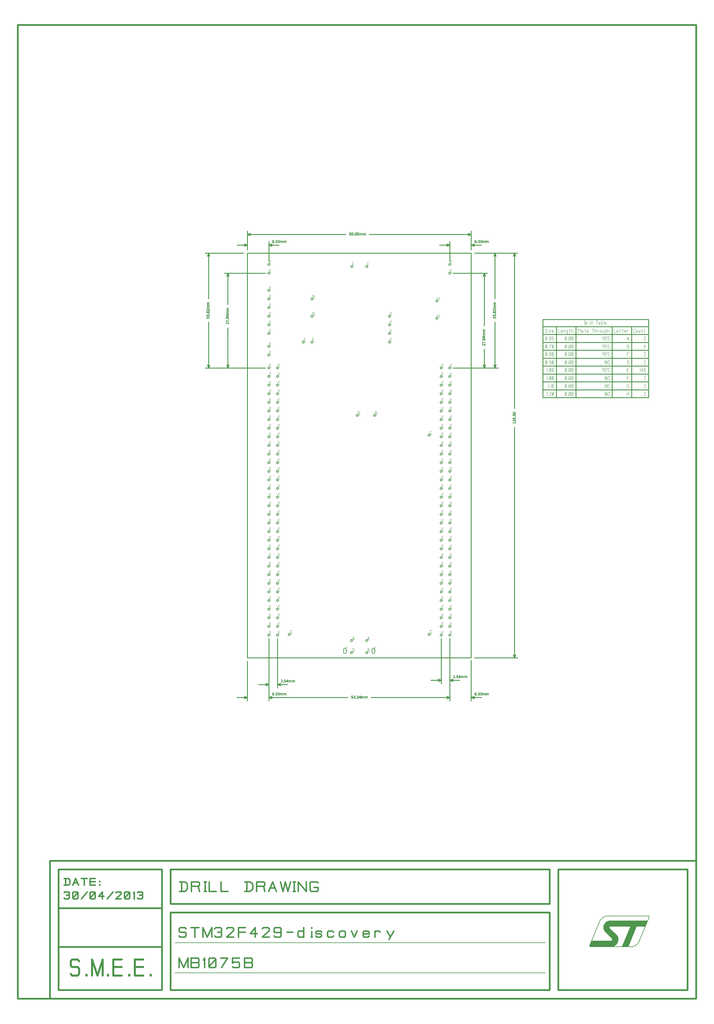
<source format=gbr>
G70*
%FSLAX55Y55*%
%ADD11C,0.01000*%
%ADD12C,0.00800*%
%ADD13C,0.02000*%
%ADD14C,0.00450*%
%ADD15C,0.02480*%
%ADD16C,0.01500*%
%ADD17C,0.01575*%
%AMUSER18*
1, 1, 0.03150, 0.0, 0.0*
1, 0, 0.01575, 0.0, 0.0*%
%ADD18USER18*%
%AMUSER19*
21, 1, 0.03150, 0.03936, 0.0, 0.0, 90.000*
1, 1, 0.03936, 0.00000, 0.01574*
1, 1, 0.03936, 0.00000, -0.01574*
21, 0, 0.03150, 0.02362, 0.0, 0.0, 90.000*
1, 0, 0.02362, 0.00000, 0.01574*
1, 0, 0.02362, 0.00000, -0.01574*%
%ADD19USER19*%
%ADD20C,0.00315*%
D11*
X285882Y415262D02*
X545725Y415262D01*
X545725Y884947*
X285882Y884947*
X285882Y415262*
D12*
G36*
X685804Y86797D02*
X708758Y86807D01*
X709804Y88897*
X700804Y97897*
X699604Y100597*
X699604Y103897*
X699904Y105097*
X701104Y107197*
X702304Y108397*
X703804Y109297*
X705604Y109897*
X707704Y110197*
X750304Y110197*
X747904Y103897*
X747604Y103597*
X737704Y103597*
X728104Y80797*
X721204Y80797*
X730504Y102697*
X730504Y103597*
X706804Y103597*
X706204Y103297*
X705904Y102697*
X705904Y101797*
X706204Y101497*
X714904Y93097*
X715804Y91597*
X716104Y90097*
X716404Y89797*
X716404Y87097*
G75*
G02X711604Y80797I-08949J01839*
G01X683404Y80797*
X683404Y81397*
X685504Y86497*
X685804Y86797*
G37*
X708758Y86807*
X709804Y88897*
X700804Y97897*
X699604Y100597*
X699604Y103897*
X699904Y105097*
X701104Y107197*
X702304Y108397*
X703804Y109297*
X705604Y109897*
X707704Y110197*
X750304Y110197*
X747904Y103897*
X747604Y103597*
X737704Y103597*
X728104Y80797*
X721204Y80797*
X730504Y102697*
X730504Y103597*
X706804Y103597*
X706204Y103297*
X705904Y102697*
X705904Y101797*
X706204Y101497*
X714904Y93097*
X715804Y91597*
X716104Y90097*
X716404Y89797*
X716404Y87097*
G75*
G02X711604Y80797I-08949J01839*
G01X683404Y80797*
X683404Y81397*
X685504Y86497*
X685804Y86797*
X202051Y49689D02*
X632051Y49689D01*
D13*
X197051Y129689D02*
X637051Y129689D01*
X67050Y29689D02*
X187051Y29689D01*
D12*
X202051Y84689D02*
X632051Y84689D01*
D13*
X197051Y119689D02*
X637051Y119689D01*
D12*
X684004Y80197D02*
X683404Y80797D01*
X683404Y81397*
X695404Y110497*
G75*
G02X702004Y115597I08543J-04235*
G01X751804Y115597*
X752104Y115297*
X752104Y114097*
X740104Y85297*
G75*
G02X733504Y80197I-08825J04600*
G01X684004Y80197*
D13*
X637051Y129689D02*
X637051Y169689D01*
X57051Y179689D02*
X807051Y179689D01*
X67050Y124689D02*
X187051Y124689D01*
X67050Y169689D02*
X187051Y169689D01*
X197051Y169689D02*
X637051Y169689D01*
X197051Y29689D02*
X197051Y119689D01*
X197051Y129689D02*
X197051Y169689D01*
X67050Y29689D02*
X67050Y169689D01*
X637051Y29689D02*
X637051Y119689D01*
X647051Y169689D02*
X797051Y169689D01*
X647051Y29689D02*
X797051Y29689D01*
X19649Y19689D02*
X19649Y1149611D01*
X19649Y19689D02*
X807051Y19689D01*
X57051Y19689D02*
X57051Y179689D01*
X187051Y29689D02*
X187051Y169689D01*
X647051Y29689D02*
X647051Y169689D01*
X797051Y29689D02*
X797051Y169689D01*
X67050Y79689D02*
X187051Y79689D01*
X807051Y19689D02*
X807051Y1149611D01*
X197051Y29689D02*
X637051Y29689D01*
X19649Y1149611D02*
X807051Y1149611D01*
D11*
X731861Y799372D02*
X731861Y717797D01*
X709321Y799372D02*
X709321Y717797D01*
X667281Y799372D02*
X667281Y717797D01*
X644741Y799372D02*
X644741Y717797D01*
X629304Y799872D02*
X751236Y799872D01*
X629304Y790697D02*
X751236Y790697D01*
X629304Y781522D02*
X751236Y781522D01*
X629304Y772347D02*
X751236Y772347D01*
X629304Y763172D02*
X751236Y763172D01*
X629304Y753997D02*
X751236Y753997D01*
X629304Y744822D02*
X751236Y744822D01*
X629304Y735647D02*
X751236Y735647D01*
X629304Y726472D02*
X751236Y726472D01*
X628804Y717297D02*
X628804Y808150D01*
X751736Y808150*
X751736Y717297*
X628804Y717297*
D14*
X734131Y792103D02*
X736131Y793562*
X735881Y793145D01*
X734381Y793145*
X734131Y793562*
X734131Y796687*
X734381Y797103*
X735881Y797103*
X736131Y796687*
X738631Y795228D02*
X738381Y795645D01*
X737381Y795645*
X737131Y795228*
X737131Y793562*
X737381Y793145*
X738381Y793145*
X738631Y793562*
X738631Y795228*
X740131Y795645D02*
X740131Y793562D01*
X740381Y793145*
X741381Y793145*
X741631Y793562*
X741631Y793145D02*
X741631Y795645D01*
X743131Y793145D02*
X743131Y795645D01*
X743131Y795228D02*
X743381Y795645D01*
X744381Y795645*
X744631Y795228*
X744631Y793145*
X747006Y797103D02*
X747006Y793562D01*
X747256Y793145*
X747506Y793145*
X746631Y795645D02*
X747381Y795645D01*
X746131Y782928D02*
X746131Y787512*
X746381Y787928D01*
X747631Y787928*
X747881Y787512*
X747881Y786678*
X747631Y786262*
X746131Y783970*
X747881Y783970*
X746131Y773753D02*
X747381Y774795*
X747381Y778753D01*
X746131Y776253*
X747881Y776253*
X746131Y764578D02*
X746131Y769162*
X746381Y769578D01*
X747631Y769578*
X747881Y769162*
X747881Y768328*
X747631Y767912*
X746131Y765620*
X747881Y765620*
X746131Y755403D02*
X746131Y759987*
X746381Y760403D01*
X747631Y760403*
X747881Y759987*
X747881Y759153*
X747631Y758737*
X746131Y756445*
X747881Y756445*
X741631Y746228D02*
X742069Y747270*
X742069Y751228D01*
X741819Y750395*
X744381Y747270D02*
X744381Y751228D01*
X743131Y748728*
X744881Y748728*
X746131Y749145D02*
X746381Y749562D01*
X747631Y749562*
X747881Y749145*
X747881Y747687*
X747631Y747270*
X746381Y747270*
X746131Y747687*
X746131Y750812*
X746381Y751228*
X747631Y751228*
X747881Y750812*
X746131Y737053D02*
X746131Y741637*
X746381Y742053D01*
X747631Y742053*
X747881Y741637*
X747881Y740803*
X747631Y740387*
X746131Y738095*
X747881Y738095*
X746131Y727878D02*
X746131Y732462*
X746381Y732878D01*
X747631Y732878*
X747881Y732462*
X747881Y731420*
X747631Y731003*
X746881Y731003*
X747631Y731003*
X747881Y730587*
X747881Y729545*
X747631Y728920*
X746381Y728920*
X746131Y729337*
X746131Y718703D02*
X746131Y723287*
X746381Y723703D01*
X747631Y723703*
X747881Y723287*
X747881Y722453*
X747631Y722037*
X746131Y719745*
X747881Y719745*
X711591Y792103D02*
X713341Y793145*
X711591Y793145D01*
X711591Y797103*
X714591Y794395D02*
X716091Y794395D01*
X716091Y795228*
X715841Y795645*
X714841Y795645*
X714591Y795228*
X714591Y793562*
X714841Y793145*
X715841Y793145*
X716091Y793562*
X718466Y797103D02*
X718466Y793562D01*
X718716Y793145*
X718966Y793145*
X718091Y795645D02*
X718841Y795645D01*
X721466Y797103D02*
X721466Y793562D01*
X721716Y793145*
X721966Y793145*
X721091Y795645D02*
X721841Y795645D01*
X723591Y794395D02*
X725091Y794395D01*
X725091Y795228*
X724841Y795645*
X723841Y795645*
X723591Y795228*
X723591Y793562*
X723841Y793145*
X724841Y793145*
X725091Y793562*
X726591Y793145D02*
X726591Y795645D01*
X726591Y795228D02*
X726841Y795645D01*
X727591Y795645*
X727841Y795228*
X726591Y782928D02*
X726591Y783970*
X727591Y787928D01*
X728591Y783970*
X726966Y785428D02*
X728216Y785428D01*
X726591Y773753D02*
X726591Y774795*
X726591Y778753D01*
X728341Y778753*
X728591Y778337*
X728591Y777295*
X728341Y776878*
X726591Y776878D02*
X728341Y776878D01*
X728591Y776462*
X728591Y775212*
X728341Y774795*
X726591Y774795*
X726591Y764578D02*
X728591Y766037*
X728341Y765620D01*
X726841Y765620*
X726591Y766037*
X726591Y769162*
X726841Y769578*
X728341Y769578*
X728591Y769162*
X726591Y755403D02*
X726591Y760403*
X727841Y760403D01*
X728341Y759987*
X728591Y759153*
X728591Y757695*
X728341Y756862*
X727841Y756445*
X726591Y756445*
X727091Y756445D02*
X727091Y760403D01*
X726591Y746228D02*
X728341Y747270*
X726591Y747270D01*
X726591Y751228*
X728341Y751228*
X728341Y749353D02*
X726591Y749353D01*
X726591Y737053D02*
X726591Y738095*
X726591Y742053D01*
X728341Y742053*
X728341Y740178D02*
X726591Y740178D01*
X726591Y727878D02*
X727591Y730587*
X728591Y730587D01*
X728591Y729337*
X728341Y728920*
X726841Y728920*
X726591Y729337*
X726591Y732462*
X726841Y732878*
X728341Y732878*
X728591Y732462*
X726591Y718703D02*
X726591Y719745*
X726591Y723703D01*
X726591Y721828D02*
X728591Y721828D01*
X728591Y723703D02*
X728591Y719745D01*
X669551Y792103D02*
X669551Y793145*
X669551Y797103D01*
X671301Y797103*
X671551Y796687*
X671551Y795645*
X671301Y795228*
X669551Y795228*
X672989Y797103D02*
X672989Y793562D01*
X673114Y793145*
X673239Y793145*
X674051Y795228D02*
X674301Y795645D01*
X675301Y795645*
X675551Y795228*
X675551Y793145*
X675551Y793562D02*
X675551Y793145D01*
X674301Y793145*
X674051Y793562*
X674051Y793978*
X674301Y794395*
X675551Y794395*
X677926Y797103D02*
X677926Y793562D01*
X678176Y793145*
X678426Y793145*
X677551Y795645D02*
X678301Y795645D01*
X680051Y794395D02*
X681551Y794395D01*
X681551Y795228*
X681301Y795645*
X680301Y795645*
X680051Y795228*
X680051Y793562*
X680301Y793145*
X681301Y793145*
X681551Y793562*
X685051Y792103D02*
X686051Y797103*
X688051Y797103D01*
X687051Y797103D02*
X687051Y793145D01*
X689051Y793145D02*
X689051Y797103D01*
X689051Y795228D02*
X689301Y795645D01*
X690301Y795645*
X690551Y795228*
X690551Y793145*
X692051Y793145D02*
X692051Y795645D01*
X692051Y795228D02*
X692301Y795645D01*
X693051Y795645*
X693301Y795228*
X696551Y795228D02*
X696301Y795645D01*
X695301Y795645*
X695051Y795228*
X695051Y793562*
X695301Y793145*
X696301Y793145*
X696551Y793562*
X696551Y795228*
X698051Y795645D02*
X698051Y793562D01*
X698301Y793145*
X699301Y793145*
X699551Y793562*
X699551Y793145D02*
X699551Y795645D01*
X702551Y795228D02*
X702301Y795645D01*
X701301Y795645*
X701051Y795228*
X701051Y793978*
X701301Y793562*
X702301Y793562*
X702551Y793978*
X702551Y795645D02*
X702551Y792520D01*
X702301Y792103*
X701051Y792103*
X704051Y793145D02*
X704051Y797103D01*
X704051Y795228D02*
X704301Y795645D01*
X705301Y795645*
X705551Y795228*
X705551Y793145*
X698051Y782928D02*
X698051Y787928*
X699051Y786053D01*
X700051Y787928*
X699051Y786053D02*
X699051Y783970D01*
X702801Y783970D02*
X701051Y783970D01*
X701051Y787928*
X702801Y787928*
X702801Y786053D02*
X701051Y786053D01*
X704051Y784387D02*
X704301Y783970D01*
X705551Y783970*
X705801Y784387*
X705801Y785637*
X705551Y786053*
X704301Y786053*
X704051Y786470*
X704051Y787512*
X704301Y787928*
X705551Y787928*
X705801Y787512*
X698051Y773753D02*
X698051Y778753*
X699051Y776878D01*
X700051Y778753*
X699051Y776878D02*
X699051Y774795D01*
X702801Y774795D02*
X701051Y774795D01*
X701051Y778753*
X702801Y778753*
X702801Y776878D02*
X701051Y776878D01*
X704051Y775212D02*
X704301Y774795D01*
X705551Y774795*
X705801Y775212*
X705801Y776462*
X705551Y776878*
X704301Y776878*
X704051Y777295*
X704051Y778337*
X704301Y778753*
X705551Y778753*
X705801Y778337*
X698051Y764578D02*
X698051Y769578*
X699051Y767703D01*
X700051Y769578*
X699051Y767703D02*
X699051Y765620D01*
X702801Y765620D02*
X701051Y765620D01*
X701051Y769578*
X702801Y769578*
X702801Y767703D02*
X701051Y767703D01*
X704051Y766037D02*
X704301Y765620D01*
X705551Y765620*
X705801Y766037*
X705801Y767287*
X705551Y767703*
X704301Y767703*
X704051Y768120*
X704051Y769162*
X704301Y769578*
X705551Y769578*
X705801Y769162*
X701051Y755403D02*
X701051Y756445*
X701051Y760403D01*
X703051Y756445*
X703051Y760403*
X706051Y757070D02*
X705676Y756445D01*
X704426Y756445*
X704051Y757070*
X704051Y759778*
X704426Y760403*
X705676Y760403*
X706051Y759778*
X706051Y757070*
X698051Y746228D02*
X698051Y751228*
X699051Y749353D01*
X700051Y751228*
X699051Y749353D02*
X699051Y747270D01*
X702801Y747270D02*
X701051Y747270D01*
X701051Y751228*
X702801Y751228*
X702801Y749353D02*
X701051Y749353D01*
X704051Y747687D02*
X704301Y747270D01*
X705551Y747270*
X705801Y747687*
X705801Y748937*
X705551Y749353*
X704301Y749353*
X704051Y749770*
X704051Y750812*
X704301Y751228*
X705551Y751228*
X705801Y750812*
X701051Y737053D02*
X701051Y738095*
X701051Y742053D01*
X703051Y738095*
X703051Y742053*
X706051Y738720D02*
X705676Y738095D01*
X704426Y738095*
X704051Y738720*
X704051Y741428*
X704426Y742053*
X705676Y742053*
X706051Y741428*
X706051Y738720*
X701051Y727878D02*
X701051Y728920*
X701051Y732878D01*
X703051Y728920*
X703051Y732878*
X706051Y729545D02*
X705676Y728920D01*
X704426Y728920*
X704051Y729545*
X704051Y732253*
X704426Y732878*
X705676Y732878*
X706051Y732253*
X706051Y729545*
X701051Y718703D02*
X701051Y719745*
X701051Y723703D01*
X703051Y719745*
X703051Y723703*
X706051Y720370D02*
X705676Y719745D01*
X704426Y719745*
X704051Y720370*
X704051Y723078*
X704426Y723703*
X705676Y723703*
X706051Y723078*
X706051Y720370*
X647011Y792103D02*
X648761Y793145*
X647011Y793145D01*
X647011Y797103*
X650011Y794395D02*
X651511Y794395D01*
X651511Y795228*
X651261Y795645*
X650261Y795645*
X650011Y795228*
X650011Y793562*
X650261Y793145*
X651261Y793145*
X651511Y793562*
X653011Y793145D02*
X653011Y795645D01*
X653011Y795228D02*
X653261Y795645D01*
X654261Y795645*
X654511Y795228*
X654511Y793145*
X657511Y795228D02*
X657261Y795645D01*
X656261Y795645*
X656011Y795228*
X656011Y793978*
X656261Y793562*
X657261Y793562*
X657511Y793978*
X657511Y795645D02*
X657511Y792520D01*
X657261Y792103*
X656011Y792103*
X659886Y797103D02*
X659886Y793562D01*
X660136Y793145*
X660386Y793145*
X659511Y795645D02*
X660261Y795645D01*
X662011Y793145D02*
X662011Y797103D01*
X662011Y795228D02*
X662261Y795645D01*
X663261Y795645*
X663511Y795228*
X663511Y793145*
X654511Y782928D02*
X656261Y784387*
X656011Y783970D01*
X654761Y783970*
X654511Y784387*
X654511Y787512*
X654761Y787928*
X656011Y787928*
X656261Y787512*
X656261Y784387*
X654511Y784387D02*
X656261Y787512D01*
X657886Y783970D02*
X657824Y783970D01*
X657824Y784178*
X657886Y784178*
X657886Y783970*
X660761Y784387D02*
X660511Y783970D01*
X659261Y783970*
X659011Y784387*
X659011Y787512*
X659261Y787928*
X660511Y787928*
X660761Y787512*
X660761Y784387*
X659011Y784387D02*
X660761Y787512D01*
X663761Y784387D02*
X663511Y783970D01*
X662261Y783970*
X662011Y784387*
X662011Y787512*
X662261Y787928*
X663511Y787928*
X663761Y787512*
X663761Y784387*
X662011Y784387D02*
X663761Y787512D01*
X654511Y773753D02*
X656261Y775212*
X656011Y774795D01*
X654761Y774795*
X654511Y775212*
X654511Y778337*
X654761Y778753*
X656011Y778753*
X656261Y778337*
X656261Y775212*
X654511Y775212D02*
X656261Y778337D01*
X657886Y774795D02*
X657824Y774795D01*
X657824Y775003*
X657886Y775003*
X657886Y774795*
X660761Y775212D02*
X660511Y774795D01*
X659261Y774795*
X659011Y775212*
X659011Y778337*
X659261Y778753*
X660511Y778753*
X660761Y778337*
X660761Y775212*
X659011Y775212D02*
X660761Y778337D01*
X663761Y775212D02*
X663511Y774795D01*
X662261Y774795*
X662011Y775212*
X662011Y778337*
X662261Y778753*
X663511Y778753*
X663761Y778337*
X663761Y775212*
X662011Y775212D02*
X663761Y778337D01*
X654511Y764578D02*
X656261Y766037*
X656011Y765620D01*
X654761Y765620*
X654511Y766037*
X654511Y769162*
X654761Y769578*
X656011Y769578*
X656261Y769162*
X656261Y766037*
X654511Y766037D02*
X656261Y769162D01*
X657886Y765620D02*
X657824Y765620D01*
X657824Y765828*
X657886Y765828*
X657886Y765620*
X659011Y766037D02*
X659011Y767287D01*
X659261Y767703*
X660511Y767703*
X660761Y768120*
X660761Y769162*
X660511Y769578*
X659261Y769578*
X659011Y769162*
X659011Y768120*
X659261Y767703*
X660511Y767703*
X660761Y767287*
X660761Y766037*
X660511Y765620*
X659261Y765620*
X659011Y766037*
X663761Y766037D02*
X663511Y765620D01*
X662261Y765620*
X662011Y766037*
X662011Y769162*
X662261Y769578*
X663511Y769578*
X663761Y769162*
X663761Y766037*
X662011Y766037D02*
X663761Y769162D01*
X654511Y755403D02*
X656261Y756862*
X656011Y756445D01*
X654761Y756445*
X654511Y756862*
X654511Y759987*
X654761Y760403*
X656011Y760403*
X656261Y759987*
X656261Y756862*
X654511Y756862D02*
X656261Y759987D01*
X657886Y756445D02*
X657824Y756445D01*
X657824Y756653*
X657886Y756653*
X657886Y756445*
X660761Y756862D02*
X660511Y756445D01*
X659261Y756445*
X659011Y756862*
X659011Y759987*
X659261Y760403*
X660511Y760403*
X660761Y759987*
X660761Y756862*
X659011Y756862D02*
X660761Y759987D01*
X663761Y756862D02*
X663511Y756445D01*
X662261Y756445*
X662011Y756862*
X662011Y759987*
X662261Y760403*
X663511Y760403*
X663761Y759987*
X663761Y756862*
X662011Y756862D02*
X663761Y759987D01*
X654511Y746228D02*
X656261Y747687*
X656011Y747270D01*
X654761Y747270*
X654511Y747687*
X654511Y750812*
X654761Y751228*
X656011Y751228*
X656261Y750812*
X656261Y747687*
X654511Y747687D02*
X656261Y750812D01*
X657886Y747270D02*
X657824Y747270D01*
X657824Y747478*
X657886Y747478*
X657886Y747270*
X660761Y747687D02*
X660511Y747270D01*
X659261Y747270*
X659011Y747687*
X659011Y750812*
X659261Y751228*
X660511Y751228*
X660761Y750812*
X660761Y747687*
X659011Y747687D02*
X660761Y750812D01*
X663761Y747687D02*
X663511Y747270D01*
X662261Y747270*
X662011Y747687*
X662011Y750812*
X662261Y751228*
X663511Y751228*
X663761Y750812*
X663761Y747687*
X662011Y747687D02*
X663761Y750812D01*
X654511Y737053D02*
X656261Y738512*
X656011Y738095D01*
X654761Y738095*
X654511Y738512*
X654511Y741637*
X654761Y742053*
X656011Y742053*
X656261Y741637*
X656261Y738512*
X654511Y738512D02*
X656261Y741637D01*
X657886Y738095D02*
X657824Y738095D01*
X657824Y738303*
X657886Y738303*
X657886Y738095*
X660761Y738512D02*
X660511Y738095D01*
X659261Y738095*
X659011Y738512*
X659011Y741637*
X659261Y742053*
X660511Y742053*
X660761Y741637*
X660761Y738512*
X659011Y738512D02*
X660761Y741637D01*
X663761Y738512D02*
X663511Y738095D01*
X662261Y738095*
X662011Y738512*
X662011Y741637*
X662261Y742053*
X663511Y742053*
X663761Y741637*
X663761Y738512*
X662011Y738512D02*
X663761Y741637D01*
X654511Y727878D02*
X656261Y729337*
X656011Y728920D01*
X654761Y728920*
X654511Y729337*
X654511Y732462*
X654761Y732878*
X656011Y732878*
X656261Y732462*
X656261Y729337*
X654511Y729337D02*
X656261Y732462D01*
X657886Y728920D02*
X657824Y728920D01*
X657824Y729128*
X657886Y729128*
X657886Y728920*
X660761Y729337D02*
X660511Y728920D01*
X659261Y728920*
X659011Y729337*
X659011Y732462*
X659261Y732878*
X660511Y732878*
X660761Y732462*
X660761Y729337*
X659011Y729337D02*
X660761Y732462D01*
X663761Y729337D02*
X663511Y728920D01*
X662261Y728920*
X662011Y729337*
X662011Y732462*
X662261Y732878*
X663511Y732878*
X663761Y732462*
X663761Y729337*
X662011Y729337D02*
X663761Y732462D01*
X654511Y718703D02*
X656261Y720162*
X656011Y719745D01*
X654761Y719745*
X654511Y720162*
X654511Y723287*
X654761Y723703*
X656011Y723703*
X656261Y723287*
X656261Y720162*
X654511Y720162D02*
X656261Y723287D01*
X657886Y719745D02*
X657824Y719745D01*
X657824Y719953*
X657886Y719953*
X657886Y719745*
X660761Y720162D02*
X660511Y719745D01*
X659261Y719745*
X659011Y720162*
X659011Y723287*
X659261Y723703*
X660511Y723703*
X660761Y723287*
X660761Y720162*
X659011Y720162D02*
X660761Y723287D01*
X663761Y720162D02*
X663511Y719745D01*
X662261Y719745*
X662011Y720162*
X662011Y723287*
X662261Y723703*
X663511Y723703*
X663761Y723287*
X663761Y720162*
X662011Y720162D02*
X663761Y723287D01*
X631971Y792103D02*
X631971Y793562*
X632221Y793145D01*
X633471Y793145*
X633721Y793562*
X633721Y794812*
X633471Y795228*
X632221Y795228*
X631971Y795645*
X631971Y796687*
X632221Y797103*
X633471Y797103*
X633721Y796687*
X635471Y793145D02*
X635471Y795437D01*
X635471Y796895D02*
X635471Y797103D01*
X635346Y793145D02*
X635596Y793145D01*
X636471Y795645D02*
X637971Y795645D01*
X636471Y793145*
X637971Y793145*
X639471Y794395D02*
X640971Y794395D01*
X640971Y795228*
X640721Y795645*
X639721Y795645*
X639471Y795228*
X639471Y793562*
X639721Y793145*
X640721Y793145*
X640971Y793562*
X631971Y782928D02*
X633721Y784387*
X633471Y783970D01*
X632221Y783970*
X631971Y784387*
X631971Y787512*
X632221Y787928*
X633471Y787928*
X633721Y787512*
X633721Y784387*
X631971Y784387D02*
X633721Y787512D01*
X635346Y783970D02*
X635284Y783970D01*
X635284Y784178*
X635346Y784178*
X635346Y783970*
X636471Y785845D02*
X636721Y786262D01*
X637971Y786262*
X638221Y785845*
X638221Y784387*
X637971Y783970*
X636721Y783970*
X636471Y784387*
X636471Y787512*
X636721Y787928*
X637971Y787928*
X638221Y787512*
X639471Y784387D02*
X639721Y783970D01*
X640971Y783970*
X641221Y784387*
X641221Y785845*
X640971Y786262*
X639721Y786262*
X639471Y785845*
X639471Y787928*
X641221Y787928*
X631971Y773753D02*
X633721Y775212*
X633471Y774795D01*
X632221Y774795*
X631971Y775212*
X631971Y778337*
X632221Y778753*
X633471Y778753*
X633721Y778337*
X633721Y775212*
X631971Y775212D02*
X633721Y778337D01*
X635346Y774795D02*
X635284Y774795D01*
X635284Y775003*
X635346Y775003*
X635346Y774795*
X636471Y778753D02*
X638221Y778753D01*
X636721Y774795*
X641221Y775212D02*
X640971Y774795D01*
X639721Y774795*
X639471Y775212*
X639471Y778337*
X639721Y778753*
X640971Y778753*
X641221Y778337*
X641221Y775212*
X639471Y775212D02*
X641221Y778337D01*
X631971Y764578D02*
X633721Y766037*
X633471Y765620D01*
X632221Y765620*
X631971Y766037*
X631971Y769162*
X632221Y769578*
X633471Y769578*
X633721Y769162*
X633721Y766037*
X631971Y766037D02*
X633721Y769162D01*
X635346Y765620D02*
X635284Y765620D01*
X635284Y765828*
X635346Y765828*
X635346Y765620*
X636471Y766037D02*
X636471Y767287D01*
X636721Y767703*
X637971Y767703*
X638221Y768120*
X638221Y769162*
X637971Y769578*
X636721Y769578*
X636471Y769162*
X636471Y768120*
X636721Y767703*
X637971Y767703*
X638221Y767287*
X638221Y766037*
X637971Y765620*
X636721Y765620*
X636471Y766037*
X641221Y766037D02*
X640971Y765620D01*
X639721Y765620*
X639471Y766037*
X639471Y769162*
X639721Y769578*
X640971Y769578*
X641221Y769162*
X641221Y766037*
X639471Y766037D02*
X641221Y769162D01*
X631971Y755403D02*
X633721Y756862*
X633471Y756445D01*
X632221Y756445*
X631971Y756862*
X631971Y759987*
X632221Y760403*
X633471Y760403*
X633721Y759987*
X633721Y756862*
X631971Y756862D02*
X633721Y759987D01*
X635346Y756445D02*
X635284Y756445D01*
X635284Y756653*
X635346Y756653*
X635346Y756445*
X638221Y758737D02*
X637971Y758320D01*
X636596Y758320*
X636471Y758737*
X636471Y759987*
X636721Y760403*
X637971Y760403*
X638221Y759987*
X638221Y756862*
X637971Y756445*
X636721Y756445*
X636471Y756862*
X641221Y756862D02*
X640971Y756445D01*
X639721Y756445*
X639471Y756862*
X639471Y759987*
X639721Y760403*
X640971Y760403*
X641221Y759987*
X641221Y756862*
X639471Y756862D02*
X641221Y759987D01*
X633471Y746228D02*
X633909Y747270*
X633909Y751228D01*
X633659Y750395*
X635346Y747270D02*
X635284Y747270D01*
X635284Y747478*
X635346Y747478*
X635346Y747270*
X638221Y747687D02*
X637971Y747270D01*
X636721Y747270*
X636471Y747687*
X636471Y750812*
X636721Y751228*
X637971Y751228*
X638221Y750812*
X638221Y747687*
X636471Y747687D02*
X638221Y750812D01*
X641221Y747687D02*
X640971Y747270D01*
X639721Y747270*
X639471Y747687*
X639471Y750812*
X639721Y751228*
X640971Y751228*
X641221Y750812*
X641221Y747687*
X639471Y747687D02*
X641221Y750812D01*
X633471Y737053D02*
X633909Y738095*
X633909Y742053D01*
X633659Y741220*
X635346Y738095D02*
X635284Y738095D01*
X635284Y738303*
X635346Y738303*
X635346Y738095*
X638221Y738512D02*
X637971Y738095D01*
X636721Y738095*
X636471Y738512*
X636471Y741637*
X636721Y742053*
X637971Y742053*
X638221Y741637*
X638221Y738512*
X636471Y738512D02*
X638221Y741637D01*
X641221Y738512D02*
X640971Y738095D01*
X639721Y738095*
X639471Y738512*
X639471Y741637*
X639721Y742053*
X640971Y742053*
X641221Y741637*
X641221Y738512*
X639471Y738512D02*
X641221Y741637D01*
X634971Y727878D02*
X635409Y728920*
X635409Y732878D01*
X635159Y732045*
X636846Y728920D02*
X636784Y728920D01*
X636784Y729128*
X636846Y729128*
X636846Y728920*
X638409Y728920D02*
X638409Y732878D01*
X638159Y732045*
X641221Y729337D02*
X640971Y728920D01*
X639721Y728920*
X639471Y729337*
X639471Y732462*
X639721Y732878*
X640971Y732878*
X641221Y732462*
X641221Y729337*
X639471Y729337D02*
X641221Y732462D01*
X633471Y718703D02*
X633909Y719745*
X633909Y723703D01*
X633659Y722870*
X635346Y719745D02*
X635284Y719745D01*
X635284Y719953*
X635346Y719953*
X635346Y719745*
X636471Y723287D02*
X636721Y723703D01*
X637971Y723703*
X638221Y723287*
X638221Y722453*
X637971Y722037*
X636471Y719745*
X638221Y719745*
X641221Y720162D02*
X640971Y719745D01*
X639721Y719745*
X639471Y720162*
X639471Y723287*
X639721Y723703*
X640971Y723703*
X641221Y723287*
X641221Y720162*
X639471Y720162D02*
X641221Y723287D01*
X677051Y801278D02*
X677051Y806278*
X678301Y806278D01*
X678801Y805862*
X679051Y805028*
X679051Y803570*
X678801Y802737*
X678301Y802320*
X677051Y802320*
X677551Y802320D02*
X677551Y806278D01*
X680051Y802320D02*
X680051Y804820D01*
X680051Y804403D02*
X680301Y804820D01*
X681051Y804820*
X681301Y804403*
X683551Y802320D02*
X683551Y804612D01*
X683551Y806070D02*
X683551Y806278D01*
X683426Y802320D02*
X683676Y802320D01*
X684989Y806278D02*
X684989Y802737D01*
X685114Y802320*
X685239Y802320*
X686489Y806278D02*
X686489Y802737D01*
X686614Y802320*
X686739Y802320*
X689551Y801278D02*
X690551Y806278*
X692551Y806278D01*
X691551Y806278D02*
X691551Y802320D01*
X693551Y804403D02*
X693801Y804820D01*
X694801Y804820*
X695051Y804403*
X695051Y802320*
X695051Y802737D02*
X695051Y802320D01*
X693801Y802320*
X693551Y802737*
X693551Y803153*
X693801Y803570*
X695051Y803570*
X696551Y802320D02*
X696551Y806278D01*
X696551Y804403D02*
X696801Y804820D01*
X697801Y804820*
X698051Y804403*
X698051Y802737*
X697801Y802320*
X696801Y802320*
X696551Y802737*
X699989Y806278D02*
X699989Y802737D01*
X700114Y802320*
X700239Y802320*
X701051Y803570D02*
X702551Y803570D01*
X702551Y804403*
X702301Y804820*
X701301Y804820*
X701051Y804403*
X701051Y802737*
X701301Y802320*
X702301Y802320*
X702551Y802737*
D15*
X80804Y41797D02*
X80804Y48687*
X82182Y46718D01*
X89071Y46718*
X90449Y48687*
X90449Y54592*
X89071Y56561*
X82182Y56561*
X80804Y58529*
X80804Y63451*
X82182Y65419*
X89071Y65419*
X90449Y63451*
X99406Y46718D02*
X99062Y46718D01*
X99062Y47703*
X99406Y47703*
X99406Y46718*
X105607Y46718D02*
X105607Y65419D01*
X111808Y46718*
X118008Y65419*
X118008Y46718*
X124209Y46718D02*
X123865Y46718D01*
X123865Y47703*
X124209Y47703*
X124209Y46718*
X140056Y46718D02*
X130410Y46718D01*
X130410Y65419*
X140056Y65419*
X140056Y56561D02*
X130410Y56561D01*
X149012Y46718D02*
X148668Y46718D01*
X148668Y47703*
X149012Y47703*
X149012Y46718*
X164859Y46718D02*
X155213Y46718D01*
X155213Y65419*
X164859Y65419*
X164859Y56561D02*
X155213Y56561D01*
X173815Y46718D02*
X173471Y46718D01*
X173471Y47703*
X173815Y47703*
X173815Y46718*
D16*
X73284Y149514D02*
X73284Y159514*
X77451Y159514D01*
X79117Y158680*
X79951Y157014*
X79951Y154097*
X79117Y152430*
X77451Y151597*
X73284Y151597*
X74951Y151597D02*
X74951Y159514D01*
X83284Y151597D02*
X86617Y159514D01*
X89950Y151597*
X84534Y154514D02*
X88700Y154514D01*
X93283Y159514D02*
X99950Y159514D01*
X96617Y159514D02*
X96617Y151597D01*
X109116Y151597D02*
X103283Y151597D01*
X103283Y159514*
X109116Y159514*
X109116Y155764D02*
X103283Y155764D01*
X114533Y151597D02*
X114324Y151597D01*
X114324Y152014*
X114533Y152014*
X114533Y151597*
X114533Y155764D02*
X114324Y155764D01*
X114324Y156180*
X114533Y156180*
X114533Y155764*
D17*
X207142Y141640D02*
X207142Y155419*
X212884Y155419D01*
X215180Y154271*
X216329Y151974*
X216329Y147955*
X215180Y145659*
X212884Y144510*
X207142Y144510*
X209439Y144510D02*
X209439Y155419D01*
X220921Y144510D02*
X220921Y155419D01*
X228959Y155419*
X230108Y154271*
X230108Y151400*
X228959Y150252*
X220921Y150252*
X227811Y150252D02*
X228959Y150252D01*
X230108Y144510*
X236997Y144510D02*
X236997Y155419D01*
X235849Y144510D02*
X238146Y144510D01*
X235849Y155419D02*
X238146Y155419D01*
X249628Y144510D02*
X241590Y144510D01*
X241590Y155419*
X263408Y144510D02*
X255369Y144510D01*
X255369Y155419*
X278335Y141640D02*
X282928Y155419*
X288669Y155419D01*
X290966Y154271*
X292114Y151974*
X292114Y147955*
X290966Y145659*
X288669Y144510*
X282928Y144510*
X285224Y144510D02*
X285224Y155419D01*
X296707Y144510D02*
X296707Y155419D01*
X304745Y155419*
X305893Y154271*
X305893Y151400*
X304745Y150252*
X296707Y150252*
X303597Y150252D02*
X304745Y150252D01*
X305893Y144510*
X310486Y144510D02*
X315079Y155419D01*
X319673Y144510*
X312209Y148529D02*
X317950Y148529D01*
X324266Y155419D02*
X327136Y144510D01*
X330007Y155419*
X332878Y144510*
X335748Y155419*
X340341Y144510D02*
X340341Y155419D01*
X339193Y144510D02*
X341490Y144510D01*
X339193Y155419D02*
X341490Y155419D01*
X344934Y144510D02*
X344934Y155419D01*
X354121Y144510*
X354121Y155419*
X363307Y149104D02*
X367900Y149104D01*
X367900Y145659*
X366752Y144510*
X359862Y144510*
X358714Y145659*
X358714Y154271*
X359862Y155419*
X366752Y155419*
X367900Y154271*
D16*
X73284Y133766D02*
X73284Y142932*
X74117Y143766D01*
X78284Y143766*
X79117Y142932*
X79117Y140849*
X78284Y140016*
X75784Y140016*
X78284Y140016*
X79117Y139182*
X79117Y137099*
X78284Y135849*
X74117Y135849*
X73284Y136682*
X89117Y136682D02*
X88284Y135849D01*
X84117Y135849*
X83284Y136682*
X83284Y142932*
X84117Y143766*
X88284Y143766*
X89117Y142932*
X89117Y136682*
X83284Y136682D02*
X89117Y142932D01*
X93283Y135849D02*
X99950Y143766D01*
X109116Y136682D02*
X108283Y135849D01*
X104116Y135849*
X103283Y136682*
X103283Y142932*
X104116Y143766*
X108283Y143766*
X109116Y142932*
X109116Y136682*
X103283Y136682D02*
X109116Y142932D01*
X117449Y135849D02*
X117449Y143766D01*
X113283Y138766*
X119116Y138766*
X123282Y135849D02*
X129949Y143766D01*
X133282Y142932D02*
X134115Y143766D01*
X138282Y143766*
X139115Y142932*
X139115Y141266*
X138282Y140432*
X133282Y135849*
X139115Y135849*
X149115Y136682D02*
X148282Y135849D01*
X144115Y135849*
X143282Y136682*
X143282Y142932*
X144115Y143766*
X148282Y143766*
X149115Y142932*
X149115Y136682*
X143282Y136682D02*
X149115Y142932D01*
X154740Y135849D02*
X154740Y143766D01*
X153906Y142099*
X158281Y142932D02*
X159115Y143766D01*
X163281Y143766*
X164115Y142932*
X164115Y140849*
X163281Y140016*
X160781Y140016*
X163281Y140016*
X164115Y139182*
X164115Y137099*
X163281Y135849*
X159115Y135849*
X158281Y136682*
D17*
X206657Y53154D02*
X206657Y56025*
X206657Y66934D01*
X211824Y56025*
X216992Y66934*
X216992Y56025*
X220436Y56025D02*
X220436Y66934D01*
X228474Y66934*
X229623Y65785*
X229623Y62914*
X228474Y61766*
X220436Y61766D02*
X228474Y61766D01*
X229623Y60618*
X229623Y57173*
X228474Y56025*
X220436Y56025*
X236225Y56025D02*
X236225Y66934D01*
X235077Y64637*
X249143Y57173D02*
X247995Y56025D01*
X242253Y56025*
X241105Y57173*
X241105Y65785*
X242253Y66934*
X247995Y66934*
X249143Y65785*
X249143Y57173*
X241105Y57173D02*
X249143Y65785D01*
X254884Y66934D02*
X262922Y66934D01*
X256033Y56025*
X268664Y57173D02*
X269812Y56025D01*
X275553Y56025*
X276702Y57173*
X276702Y61192*
X275553Y62340*
X269812Y62340*
X268664Y61192*
X268664Y66934*
X276702Y66934*
X282443Y56025D02*
X282443Y66934D01*
X290481Y66934*
X291629Y65785*
X291629Y62914*
X290481Y61766*
X282443Y61766D02*
X290481Y61766D01*
X291629Y60618*
X291629Y57173*
X290481Y56025*
X282443Y56025*
X206657Y88587D02*
X206657Y92606*
X207805Y91458D01*
X213547Y91458*
X214695Y92606*
X214695Y96051*
X213547Y97199*
X207805Y97199*
X206657Y98348*
X206657Y101218*
X207805Y102367*
X213547Y102367*
X214695Y101218*
X220436Y102367D02*
X229623Y102367D01*
X225029Y102367D02*
X225029Y91458D01*
X234216Y91458D02*
X234216Y102367D01*
X239383Y91458*
X244550Y102367*
X244550Y91458*
X247995Y101218D02*
X249143Y102367D01*
X254884Y102367*
X256033Y101218*
X256033Y98348*
X254884Y97199*
X251440Y97199*
X254884Y97199*
X256033Y96051*
X256033Y93180*
X254884Y91458*
X249143Y91458*
X247995Y92606*
X261774Y101218D02*
X262922Y102367D01*
X268664Y102367*
X269812Y101218*
X269812Y98922*
X268664Y97773*
X261774Y91458*
X269812Y91458*
X275553Y91458D02*
X275553Y102367D01*
X283591Y102367*
X283591Y97199D02*
X275553Y97199D01*
X295074Y91458D02*
X295074Y102367D01*
X289332Y95477*
X297370Y95477*
X303112Y101218D02*
X304260Y102367D01*
X310001Y102367*
X311150Y101218*
X311150Y98922*
X310001Y97773*
X303112Y91458*
X311150Y91458*
X324929Y97773D02*
X323781Y96625D01*
X317465Y96625*
X316891Y97773*
X316891Y101218*
X318039Y102367*
X323781Y102367*
X324929Y101218*
X324929Y92606*
X323781Y91458*
X318039Y91458*
X316891Y92606*
X331818Y97199D02*
X338708Y97199D01*
X351339Y97199D02*
X350191Y98348D01*
X345597Y98348*
X344449Y97199*
X344449Y92606*
X345597Y91458*
X350191Y91458*
X351339Y92606*
X351339Y91458D02*
X351339Y102367D01*
X360525Y91458D02*
X360525Y97773D01*
X360525Y101792D02*
X360525Y102367D01*
X359951Y91458D02*
X361099Y91458D01*
X365118Y92606D02*
X366266Y91458D01*
X370859Y91458*
X372008Y92606*
X372008Y93754*
X370859Y94903*
X366266Y94903*
X365118Y96051*
X365118Y97199*
X366266Y98348*
X370859Y98348*
X372008Y97199*
X385787Y97199D02*
X384639Y98348D01*
X380046Y98348*
X378897Y97199*
X378897Y92606*
X380046Y91458*
X384639Y91458*
X385787Y92606*
X399566Y97199D02*
X398418Y98348D01*
X393825Y98348*
X392676Y97199*
X392676Y92606*
X393825Y91458*
X398418Y91458*
X399566Y92606*
X399566Y97199*
X406456Y98348D02*
X409901Y91458D01*
X413345Y98348*
X420235Y94903D02*
X427125Y94903D01*
X427125Y97199*
X425976Y98348*
X421383Y98348*
X420235Y97199*
X420235Y92606*
X421383Y91458*
X425976Y91458*
X427125Y92606*
X434014Y91458D02*
X434014Y98348D01*
X434014Y97199D02*
X435162Y98348D01*
X438607Y98348*
X439756Y97199*
X447793Y98348D02*
X451812Y91458D01*
X455831Y98348D02*
X450090Y88587D01*
D18*
X450804Y811797D03*
D14*
X451531Y811524D02*
X453281Y812566*
X451531Y812566D01*
X451531Y816524*
X453281Y816524*
X453281Y814649D02*
X451531Y814649D01*
D18*
X450804Y801797D03*
D14*
X451531Y801524D02*
X453281Y802566*
X451531Y802566D01*
X451531Y806524*
X453281Y806524*
X453281Y804649D02*
X451531Y804649D01*
D18*
X450804Y791797D03*
D14*
X451531Y791524D02*
X453281Y792566*
X451531Y792566D01*
X451531Y796524*
X453281Y796524*
X453281Y794649D02*
X451531Y794649D01*
D18*
X450804Y781797D03*
D14*
X451531Y781524D02*
X453281Y782566*
X451531Y782566D01*
X451531Y786524*
X453281Y786524*
X453281Y784649D02*
X451531Y784649D01*
D18*
X433556Y696777D03*
D14*
X434283Y696505D02*
X434283Y697546*
X434283Y701505D01*
X436033Y701505*
X436283Y701088*
X436283Y700046*
X436033Y699630*
X434283Y699630D02*
X436033Y699630D01*
X436283Y699213*
X436283Y697963*
X436033Y697546*
X434283Y697546*
D18*
X413556Y696777D03*
D14*
X414283Y696505D02*
X414283Y697546*
X414283Y701505D01*
X416033Y701505*
X416283Y701088*
X416283Y700046*
X416033Y699630*
X414283Y699630D02*
X416033Y699630D01*
X416283Y699213*
X416283Y697963*
X416033Y697546*
X414283Y697546*
D18*
X310804Y841797D03*
D14*
X311531Y841524D02*
X313281Y842566*
X311531Y842566D01*
X311531Y846524*
X313281Y846524*
X313281Y844649D02*
X311531Y844649D01*
D18*
X310804Y831797D03*
D14*
X311531Y831524D02*
X313281Y832566*
X311531Y832566D01*
X311531Y836524*
X313281Y836524*
X313281Y834649D02*
X311531Y834649D01*
D18*
X310804Y821797D03*
D14*
X311531Y821524D02*
X313281Y822566*
X311531Y822566D01*
X311531Y826524*
X313281Y826524*
X313281Y824649D02*
X311531Y824649D01*
D18*
X310804Y811797D03*
D14*
X311531Y811524D02*
X313281Y812566*
X311531Y812566D01*
X311531Y816524*
X313281Y816524*
X313281Y814649D02*
X311531Y814649D01*
D18*
X310804Y801797D03*
D14*
X311531Y801524D02*
X313281Y802566*
X311531Y802566D01*
X311531Y806524*
X313281Y806524*
X313281Y804649D02*
X311531Y804649D01*
D18*
X310804Y791797D03*
D14*
X311531Y791524D02*
X313281Y792566*
X311531Y792566D01*
X311531Y796524*
X313281Y796524*
X313281Y794649D02*
X311531Y794649D01*
D18*
X505804Y809297D03*
D14*
X506531Y809024D02*
X506531Y810066*
X506531Y814024D01*
X506531Y812149D02*
X508531Y812149D01*
X508531Y814024D02*
X508531Y810066D01*
D18*
X505804Y829297D03*
D14*
X506531Y829024D02*
X506531Y830066*
X506531Y834024D01*
X506531Y832149D02*
X508531Y832149D01*
X508531Y834024D02*
X508531Y830066D01*
D19*
X432241Y423333D03*
D14*
X432968Y423060D02*
X434968Y424518*
X434718Y424101D01*
X433218Y424101*
X432968Y424518*
X432968Y427643*
X433218Y428060*
X434718Y428060*
X434968Y427643*
D19*
X399367Y423333D03*
D14*
X400094Y423060D02*
X402094Y424518*
X401844Y424101D01*
X400344Y424101*
X400094Y424518*
X400094Y427643*
X400344Y428060*
X401844Y428060*
X402094Y427643*
D18*
X424564Y421463D03*
D14*
X425291Y421190D02*
X425291Y426190*
X426541Y426190D01*
X427041Y425773*
X427291Y424940*
X427291Y423481*
X427041Y422648*
X426541Y422231*
X425291Y422231*
X425791Y422231D02*
X425791Y426190D01*
D18*
X407044Y421463D03*
D14*
X407771Y421190D02*
X407771Y426190*
X409021Y426190D01*
X409521Y425773*
X409771Y424940*
X409771Y423481*
X409521Y422648*
X409021Y422231*
X407771Y422231*
X408271Y422231D02*
X408271Y426190D01*
D18*
X424564Y435242D03*
D14*
X425291Y434969D02*
X425291Y436010*
X426291Y439969D01*
X427291Y436010*
X425666Y437469D02*
X426916Y437469D01*
D18*
X407044Y435242D03*
D14*
X407771Y434969D02*
X407771Y436010*
X408771Y439969D01*
X409771Y436010*
X408146Y437469D02*
X409396Y437469D01*
D18*
X310804Y766797D03*
D14*
X311531Y766524D02*
X313281Y767566*
X311531Y767566D01*
X311531Y771524*
X313281Y771524*
X313281Y769649D02*
X311531Y769649D01*
D18*
X310804Y776797D03*
D14*
X311531Y776524D02*
X313281Y777566*
X311531Y777566D01*
X311531Y781524*
X313281Y781524*
X313281Y779649D02*
X311531Y779649D01*
D18*
X360804Y781797D03*
D14*
X361531Y781524D02*
X363281Y782566*
X361531Y782566D01*
X361531Y786524*
X363281Y786524*
X363281Y784649D02*
X361531Y784649D01*
D18*
X350804Y781797D03*
D14*
X351531Y781524D02*
X353281Y782566*
X351531Y782566D01*
X351531Y786524*
X353281Y786524*
X353281Y784649D02*
X351531Y784649D01*
D18*
X520804Y871797D03*
D14*
X521531Y871524D02*
X523281Y872566*
X521531Y872566D01*
X521531Y876524*
X523281Y876524*
X523281Y874649D02*
X521531Y874649D01*
D18*
X520804Y861797D03*
D14*
X521531Y861524D02*
X523281Y862566*
X521531Y862566D01*
X521531Y866524*
X523281Y866524*
X523281Y864649D02*
X521531Y864649D01*
D18*
X424442Y869297D03*
D14*
X425169Y869024D02*
X425169Y870066*
X425169Y874024D01*
X426919Y874024*
X426919Y872149D02*
X425169Y872149D01*
D18*
X407142Y869297D03*
D14*
X407869Y869024D02*
X407869Y870066*
X407869Y874024D01*
X409619Y874024*
X409619Y872149D02*
X407869Y872149D01*
D18*
X310804Y871797D03*
D14*
X311531Y871524D02*
X313281Y872566*
X311531Y872566D01*
X311531Y876524*
X313281Y876524*
X313281Y874649D02*
X311531Y874649D01*
D18*
X310804Y861797D03*
D14*
X311531Y861524D02*
X313281Y862566*
X311531Y862566D01*
X311531Y866524*
X313281Y866524*
X313281Y864649D02*
X311531Y864649D01*
D18*
X496906Y442545D03*
D14*
X497633Y442272D02*
X498633Y444981*
X499633Y444981D01*
X499633Y443731*
X499383Y443314*
X497883Y443314*
X497633Y443731*
X497633Y446856*
X497883Y447272*
X499383Y447272*
X499633Y446856*
D18*
X496906Y673648D03*
D14*
X497633Y673375D02*
X498633Y676083*
X499633Y676083D01*
X499633Y674833*
X499383Y674416*
X497883Y674416*
X497633Y674833*
X497633Y677958*
X497883Y678375*
X499383Y678375*
X499633Y677958*
D18*
X334701Y442545D03*
D14*
X335428Y442272D02*
X336428Y444981*
X337428Y444981D01*
X337428Y443731*
X337178Y443314*
X335678Y443314*
X335428Y443731*
X335428Y446856*
X335678Y447272*
X337178Y447272*
X337428Y446856*
D18*
X360823Y811761D03*
D14*
X361550Y811488D02*
X361550Y812530*
X361550Y816488D01*
X363300Y816488*
X363550Y816071*
X363550Y815030*
X363300Y814613*
X361550Y814613D02*
X363300Y814613D01*
X363550Y814196*
X363550Y812946*
X363300Y812530*
X361550Y812530*
D18*
X360823Y831761D03*
D14*
X361550Y831488D02*
X361550Y832530*
X361550Y836488D01*
X363300Y836488*
X363550Y836071*
X363550Y835030*
X363300Y834613*
X361550Y834613D02*
X363300Y834613D01*
X363550Y834196*
X363550Y832946*
X363300Y832530*
X361550Y832530*
D18*
X310804Y751797D03*
D14*
X311531Y751524D02*
X313281Y752566*
X311531Y752566D01*
X311531Y756524*
X313281Y756524*
X313281Y754649D02*
X311531Y754649D01*
D18*
X320804Y751797D03*
D14*
X321531Y751524D02*
X323281Y752566*
X321531Y752566D01*
X321531Y756524*
X323281Y756524*
X323281Y754649D02*
X321531Y754649D01*
D18*
X310804Y741797D03*
D14*
X311531Y741524D02*
X313281Y742566*
X311531Y742566D01*
X311531Y746524*
X313281Y746524*
X313281Y744649D02*
X311531Y744649D01*
D18*
X320804Y741797D03*
D14*
X321531Y741524D02*
X323281Y742566*
X321531Y742566D01*
X321531Y746524*
X323281Y746524*
X323281Y744649D02*
X321531Y744649D01*
D18*
X310804Y731797D03*
D14*
X311531Y731524D02*
X313281Y732566*
X311531Y732566D01*
X311531Y736524*
X313281Y736524*
X313281Y734649D02*
X311531Y734649D01*
D18*
X320804Y731797D03*
D14*
X321531Y731524D02*
X323281Y732566*
X321531Y732566D01*
X321531Y736524*
X323281Y736524*
X323281Y734649D02*
X321531Y734649D01*
D18*
X310804Y721797D03*
D14*
X311531Y721524D02*
X313281Y722566*
X311531Y722566D01*
X311531Y726524*
X313281Y726524*
X313281Y724649D02*
X311531Y724649D01*
D18*
X320804Y721797D03*
D14*
X321531Y721524D02*
X323281Y722566*
X321531Y722566D01*
X321531Y726524*
X323281Y726524*
X323281Y724649D02*
X321531Y724649D01*
D18*
X310804Y711797D03*
D14*
X311531Y711524D02*
X313281Y712566*
X311531Y712566D01*
X311531Y716524*
X313281Y716524*
X313281Y714649D02*
X311531Y714649D01*
D18*
X320804Y711797D03*
D14*
X321531Y711524D02*
X323281Y712566*
X321531Y712566D01*
X321531Y716524*
X323281Y716524*
X323281Y714649D02*
X321531Y714649D01*
D18*
X310804Y701797D03*
D14*
X311531Y701524D02*
X313281Y702566*
X311531Y702566D01*
X311531Y706524*
X313281Y706524*
X313281Y704649D02*
X311531Y704649D01*
D18*
X320804Y701797D03*
D14*
X321531Y701524D02*
X323281Y702566*
X321531Y702566D01*
X321531Y706524*
X323281Y706524*
X323281Y704649D02*
X321531Y704649D01*
D18*
X310804Y691797D03*
D14*
X311531Y691524D02*
X313281Y692566*
X311531Y692566D01*
X311531Y696524*
X313281Y696524*
X313281Y694649D02*
X311531Y694649D01*
D18*
X320804Y691797D03*
D14*
X321531Y691524D02*
X323281Y692566*
X321531Y692566D01*
X321531Y696524*
X323281Y696524*
X323281Y694649D02*
X321531Y694649D01*
D18*
X310804Y681797D03*
D14*
X311531Y681524D02*
X313281Y682566*
X311531Y682566D01*
X311531Y686524*
X313281Y686524*
X313281Y684649D02*
X311531Y684649D01*
D18*
X320804Y681797D03*
D14*
X321531Y681524D02*
X323281Y682566*
X321531Y682566D01*
X321531Y686524*
X323281Y686524*
X323281Y684649D02*
X321531Y684649D01*
D18*
X310804Y671797D03*
D14*
X311531Y671524D02*
X313281Y672566*
X311531Y672566D01*
X311531Y676524*
X313281Y676524*
X313281Y674649D02*
X311531Y674649D01*
D18*
X320804Y671797D03*
D14*
X321531Y671524D02*
X323281Y672566*
X321531Y672566D01*
X321531Y676524*
X323281Y676524*
X323281Y674649D02*
X321531Y674649D01*
D18*
X310804Y661797D03*
D14*
X311531Y661524D02*
X313281Y662566*
X311531Y662566D01*
X311531Y666524*
X313281Y666524*
X313281Y664649D02*
X311531Y664649D01*
D18*
X320804Y661797D03*
D14*
X321531Y661524D02*
X323281Y662566*
X321531Y662566D01*
X321531Y666524*
X323281Y666524*
X323281Y664649D02*
X321531Y664649D01*
D18*
X310804Y651797D03*
D14*
X311531Y651524D02*
X313281Y652566*
X311531Y652566D01*
X311531Y656524*
X313281Y656524*
X313281Y654649D02*
X311531Y654649D01*
D18*
X320804Y651797D03*
D14*
X321531Y651524D02*
X323281Y652566*
X321531Y652566D01*
X321531Y656524*
X323281Y656524*
X323281Y654649D02*
X321531Y654649D01*
D18*
X310804Y641797D03*
D14*
X311531Y641524D02*
X313281Y642566*
X311531Y642566D01*
X311531Y646524*
X313281Y646524*
X313281Y644649D02*
X311531Y644649D01*
D18*
X320804Y641797D03*
D14*
X321531Y641524D02*
X323281Y642566*
X321531Y642566D01*
X321531Y646524*
X323281Y646524*
X323281Y644649D02*
X321531Y644649D01*
D18*
X310804Y631797D03*
D14*
X311531Y631524D02*
X313281Y632566*
X311531Y632566D01*
X311531Y636524*
X313281Y636524*
X313281Y634649D02*
X311531Y634649D01*
D18*
X320804Y631797D03*
D14*
X321531Y631524D02*
X323281Y632566*
X321531Y632566D01*
X321531Y636524*
X323281Y636524*
X323281Y634649D02*
X321531Y634649D01*
D18*
X310804Y621797D03*
D14*
X311531Y621524D02*
X313281Y622566*
X311531Y622566D01*
X311531Y626524*
X313281Y626524*
X313281Y624649D02*
X311531Y624649D01*
D18*
X320804Y621797D03*
D14*
X321531Y621524D02*
X323281Y622566*
X321531Y622566D01*
X321531Y626524*
X323281Y626524*
X323281Y624649D02*
X321531Y624649D01*
D18*
X310804Y611797D03*
D14*
X311531Y611524D02*
X313281Y612566*
X311531Y612566D01*
X311531Y616524*
X313281Y616524*
X313281Y614649D02*
X311531Y614649D01*
D18*
X320804Y611797D03*
D14*
X321531Y611524D02*
X323281Y612566*
X321531Y612566D01*
X321531Y616524*
X323281Y616524*
X323281Y614649D02*
X321531Y614649D01*
D18*
X310804Y601797D03*
D14*
X311531Y601524D02*
X313281Y602566*
X311531Y602566D01*
X311531Y606524*
X313281Y606524*
X313281Y604649D02*
X311531Y604649D01*
D18*
X320804Y601797D03*
D14*
X321531Y601524D02*
X323281Y602566*
X321531Y602566D01*
X321531Y606524*
X323281Y606524*
X323281Y604649D02*
X321531Y604649D01*
D18*
X310804Y591797D03*
D14*
X311531Y591524D02*
X313281Y592566*
X311531Y592566D01*
X311531Y596524*
X313281Y596524*
X313281Y594649D02*
X311531Y594649D01*
D18*
X320804Y591797D03*
D14*
X321531Y591524D02*
X323281Y592566*
X321531Y592566D01*
X321531Y596524*
X323281Y596524*
X323281Y594649D02*
X321531Y594649D01*
D18*
X310804Y581797D03*
D14*
X311531Y581524D02*
X313281Y582566*
X311531Y582566D01*
X311531Y586524*
X313281Y586524*
X313281Y584649D02*
X311531Y584649D01*
D18*
X320804Y581797D03*
D14*
X321531Y581524D02*
X323281Y582566*
X321531Y582566D01*
X321531Y586524*
X323281Y586524*
X323281Y584649D02*
X321531Y584649D01*
D18*
X310804Y571797D03*
D14*
X311531Y571524D02*
X313281Y572566*
X311531Y572566D01*
X311531Y576524*
X313281Y576524*
X313281Y574649D02*
X311531Y574649D01*
D18*
X320804Y571797D03*
D14*
X321531Y571524D02*
X323281Y572566*
X321531Y572566D01*
X321531Y576524*
X323281Y576524*
X323281Y574649D02*
X321531Y574649D01*
D18*
X310804Y561797D03*
D14*
X311531Y561524D02*
X313281Y562566*
X311531Y562566D01*
X311531Y566524*
X313281Y566524*
X313281Y564649D02*
X311531Y564649D01*
D18*
X320804Y561797D03*
D14*
X321531Y561524D02*
X323281Y562566*
X321531Y562566D01*
X321531Y566524*
X323281Y566524*
X323281Y564649D02*
X321531Y564649D01*
D18*
X310804Y551797D03*
D14*
X311531Y551524D02*
X313281Y552566*
X311531Y552566D01*
X311531Y556524*
X313281Y556524*
X313281Y554649D02*
X311531Y554649D01*
D18*
X320804Y551797D03*
D14*
X321531Y551524D02*
X323281Y552566*
X321531Y552566D01*
X321531Y556524*
X323281Y556524*
X323281Y554649D02*
X321531Y554649D01*
D18*
X310804Y541797D03*
D14*
X311531Y541524D02*
X313281Y542566*
X311531Y542566D01*
X311531Y546524*
X313281Y546524*
X313281Y544649D02*
X311531Y544649D01*
D18*
X320804Y541797D03*
D14*
X321531Y541524D02*
X323281Y542566*
X321531Y542566D01*
X321531Y546524*
X323281Y546524*
X323281Y544649D02*
X321531Y544649D01*
D18*
X310804Y531797D03*
D14*
X311531Y531524D02*
X313281Y532566*
X311531Y532566D01*
X311531Y536524*
X313281Y536524*
X313281Y534649D02*
X311531Y534649D01*
D18*
X320804Y531797D03*
D14*
X321531Y531524D02*
X323281Y532566*
X321531Y532566D01*
X321531Y536524*
X323281Y536524*
X323281Y534649D02*
X321531Y534649D01*
D18*
X310804Y521797D03*
D14*
X311531Y521524D02*
X313281Y522566*
X311531Y522566D01*
X311531Y526524*
X313281Y526524*
X313281Y524649D02*
X311531Y524649D01*
D18*
X320804Y521797D03*
D14*
X321531Y521524D02*
X323281Y522566*
X321531Y522566D01*
X321531Y526524*
X323281Y526524*
X323281Y524649D02*
X321531Y524649D01*
D18*
X310804Y511797D03*
D14*
X311531Y511524D02*
X313281Y512566*
X311531Y512566D01*
X311531Y516524*
X313281Y516524*
X313281Y514649D02*
X311531Y514649D01*
D18*
X320804Y511797D03*
D14*
X321531Y511524D02*
X323281Y512566*
X321531Y512566D01*
X321531Y516524*
X323281Y516524*
X323281Y514649D02*
X321531Y514649D01*
D18*
X310804Y501797D03*
D14*
X311531Y501524D02*
X313281Y502566*
X311531Y502566D01*
X311531Y506524*
X313281Y506524*
X313281Y504649D02*
X311531Y504649D01*
D18*
X320804Y501797D03*
D14*
X321531Y501524D02*
X323281Y502566*
X321531Y502566D01*
X321531Y506524*
X323281Y506524*
X323281Y504649D02*
X321531Y504649D01*
D18*
X310804Y491797D03*
D14*
X311531Y491524D02*
X313281Y492566*
X311531Y492566D01*
X311531Y496524*
X313281Y496524*
X313281Y494649D02*
X311531Y494649D01*
D18*
X320804Y491797D03*
D14*
X321531Y491524D02*
X323281Y492566*
X321531Y492566D01*
X321531Y496524*
X323281Y496524*
X323281Y494649D02*
X321531Y494649D01*
D18*
X310804Y481797D03*
D14*
X311531Y481524D02*
X313281Y482566*
X311531Y482566D01*
X311531Y486524*
X313281Y486524*
X313281Y484649D02*
X311531Y484649D01*
D18*
X320804Y481797D03*
D14*
X321531Y481524D02*
X323281Y482566*
X321531Y482566D01*
X321531Y486524*
X323281Y486524*
X323281Y484649D02*
X321531Y484649D01*
D18*
X310804Y471797D03*
D14*
X311531Y471524D02*
X313281Y472566*
X311531Y472566D01*
X311531Y476524*
X313281Y476524*
X313281Y474649D02*
X311531Y474649D01*
D18*
X320804Y471797D03*
D14*
X321531Y471524D02*
X323281Y472566*
X321531Y472566D01*
X321531Y476524*
X323281Y476524*
X323281Y474649D02*
X321531Y474649D01*
D18*
X310804Y461797D03*
D14*
X311531Y461524D02*
X313281Y462566*
X311531Y462566D01*
X311531Y466524*
X313281Y466524*
X313281Y464649D02*
X311531Y464649D01*
D18*
X320804Y461797D03*
D14*
X321531Y461524D02*
X323281Y462566*
X321531Y462566D01*
X321531Y466524*
X323281Y466524*
X323281Y464649D02*
X321531Y464649D01*
D18*
X310804Y451797D03*
D14*
X311531Y451524D02*
X313281Y452566*
X311531Y452566D01*
X311531Y456524*
X313281Y456524*
X313281Y454649D02*
X311531Y454649D01*
D18*
X320804Y451797D03*
D14*
X321531Y451524D02*
X323281Y452566*
X321531Y452566D01*
X321531Y456524*
X323281Y456524*
X323281Y454649D02*
X321531Y454649D01*
D18*
X310804Y441797D03*
D14*
X311531Y441524D02*
X313281Y442566*
X311531Y442566D01*
X311531Y446524*
X313281Y446524*
X313281Y444649D02*
X311531Y444649D01*
D18*
X320804Y441797D03*
D14*
X321531Y441524D02*
X323281Y442566*
X321531Y442566D01*
X321531Y446524*
X323281Y446524*
X323281Y444649D02*
X321531Y444649D01*
D18*
X510804Y751797D03*
D14*
X511531Y751524D02*
X513281Y752566*
X511531Y752566D01*
X511531Y756524*
X513281Y756524*
X513281Y754649D02*
X511531Y754649D01*
D18*
X520804Y751797D03*
D14*
X521531Y751524D02*
X523281Y752566*
X521531Y752566D01*
X521531Y756524*
X523281Y756524*
X523281Y754649D02*
X521531Y754649D01*
D18*
X510804Y741797D03*
D14*
X511531Y741524D02*
X513281Y742566*
X511531Y742566D01*
X511531Y746524*
X513281Y746524*
X513281Y744649D02*
X511531Y744649D01*
D18*
X520804Y741797D03*
D14*
X521531Y741524D02*
X523281Y742566*
X521531Y742566D01*
X521531Y746524*
X523281Y746524*
X523281Y744649D02*
X521531Y744649D01*
D18*
X510804Y731797D03*
D14*
X511531Y731524D02*
X513281Y732566*
X511531Y732566D01*
X511531Y736524*
X513281Y736524*
X513281Y734649D02*
X511531Y734649D01*
D18*
X520804Y731797D03*
D14*
X521531Y731524D02*
X523281Y732566*
X521531Y732566D01*
X521531Y736524*
X523281Y736524*
X523281Y734649D02*
X521531Y734649D01*
D18*
X510804Y721797D03*
D14*
X511531Y721524D02*
X513281Y722566*
X511531Y722566D01*
X511531Y726524*
X513281Y726524*
X513281Y724649D02*
X511531Y724649D01*
D18*
X520804Y721797D03*
D14*
X521531Y721524D02*
X523281Y722566*
X521531Y722566D01*
X521531Y726524*
X523281Y726524*
X523281Y724649D02*
X521531Y724649D01*
D18*
X510804Y711797D03*
D14*
X511531Y711524D02*
X513281Y712566*
X511531Y712566D01*
X511531Y716524*
X513281Y716524*
X513281Y714649D02*
X511531Y714649D01*
D18*
X520804Y711797D03*
D14*
X521531Y711524D02*
X523281Y712566*
X521531Y712566D01*
X521531Y716524*
X523281Y716524*
X523281Y714649D02*
X521531Y714649D01*
D18*
X510804Y701797D03*
D14*
X511531Y701524D02*
X513281Y702566*
X511531Y702566D01*
X511531Y706524*
X513281Y706524*
X513281Y704649D02*
X511531Y704649D01*
D18*
X520804Y701797D03*
D14*
X521531Y701524D02*
X523281Y702566*
X521531Y702566D01*
X521531Y706524*
X523281Y706524*
X523281Y704649D02*
X521531Y704649D01*
D18*
X510804Y691797D03*
D14*
X511531Y691524D02*
X513281Y692566*
X511531Y692566D01*
X511531Y696524*
X513281Y696524*
X513281Y694649D02*
X511531Y694649D01*
D18*
X520804Y691797D03*
D14*
X521531Y691524D02*
X523281Y692566*
X521531Y692566D01*
X521531Y696524*
X523281Y696524*
X523281Y694649D02*
X521531Y694649D01*
D18*
X510804Y681797D03*
D14*
X511531Y681524D02*
X513281Y682566*
X511531Y682566D01*
X511531Y686524*
X513281Y686524*
X513281Y684649D02*
X511531Y684649D01*
D18*
X520804Y681797D03*
D14*
X521531Y681524D02*
X523281Y682566*
X521531Y682566D01*
X521531Y686524*
X523281Y686524*
X523281Y684649D02*
X521531Y684649D01*
D18*
X510804Y671797D03*
D14*
X511531Y671524D02*
X513281Y672566*
X511531Y672566D01*
X511531Y676524*
X513281Y676524*
X513281Y674649D02*
X511531Y674649D01*
D18*
X520804Y671797D03*
D14*
X521531Y671524D02*
X523281Y672566*
X521531Y672566D01*
X521531Y676524*
X523281Y676524*
X523281Y674649D02*
X521531Y674649D01*
D18*
X510804Y661797D03*
D14*
X511531Y661524D02*
X513281Y662566*
X511531Y662566D01*
X511531Y666524*
X513281Y666524*
X513281Y664649D02*
X511531Y664649D01*
D18*
X520804Y661797D03*
D14*
X521531Y661524D02*
X523281Y662566*
X521531Y662566D01*
X521531Y666524*
X523281Y666524*
X523281Y664649D02*
X521531Y664649D01*
D18*
X510804Y651797D03*
D14*
X511531Y651524D02*
X513281Y652566*
X511531Y652566D01*
X511531Y656524*
X513281Y656524*
X513281Y654649D02*
X511531Y654649D01*
D18*
X520804Y651797D03*
D14*
X521531Y651524D02*
X523281Y652566*
X521531Y652566D01*
X521531Y656524*
X523281Y656524*
X523281Y654649D02*
X521531Y654649D01*
D18*
X510804Y641797D03*
D14*
X511531Y641524D02*
X513281Y642566*
X511531Y642566D01*
X511531Y646524*
X513281Y646524*
X513281Y644649D02*
X511531Y644649D01*
D18*
X520804Y641797D03*
D14*
X521531Y641524D02*
X523281Y642566*
X521531Y642566D01*
X521531Y646524*
X523281Y646524*
X523281Y644649D02*
X521531Y644649D01*
D18*
X510804Y631797D03*
D14*
X511531Y631524D02*
X513281Y632566*
X511531Y632566D01*
X511531Y636524*
X513281Y636524*
X513281Y634649D02*
X511531Y634649D01*
D18*
X520804Y631797D03*
D14*
X521531Y631524D02*
X523281Y632566*
X521531Y632566D01*
X521531Y636524*
X523281Y636524*
X523281Y634649D02*
X521531Y634649D01*
D18*
X510804Y621797D03*
D14*
X511531Y621524D02*
X513281Y622566*
X511531Y622566D01*
X511531Y626524*
X513281Y626524*
X513281Y624649D02*
X511531Y624649D01*
D18*
X520804Y621797D03*
D14*
X521531Y621524D02*
X523281Y622566*
X521531Y622566D01*
X521531Y626524*
X523281Y626524*
X523281Y624649D02*
X521531Y624649D01*
D18*
X510804Y611797D03*
D14*
X511531Y611524D02*
X513281Y612566*
X511531Y612566D01*
X511531Y616524*
X513281Y616524*
X513281Y614649D02*
X511531Y614649D01*
D18*
X520804Y611797D03*
D14*
X521531Y611524D02*
X523281Y612566*
X521531Y612566D01*
X521531Y616524*
X523281Y616524*
X523281Y614649D02*
X521531Y614649D01*
D18*
X510804Y601797D03*
D14*
X511531Y601524D02*
X513281Y602566*
X511531Y602566D01*
X511531Y606524*
X513281Y606524*
X513281Y604649D02*
X511531Y604649D01*
D18*
X520804Y601797D03*
D14*
X521531Y601524D02*
X523281Y602566*
X521531Y602566D01*
X521531Y606524*
X523281Y606524*
X523281Y604649D02*
X521531Y604649D01*
D18*
X510804Y591797D03*
D14*
X511531Y591524D02*
X513281Y592566*
X511531Y592566D01*
X511531Y596524*
X513281Y596524*
X513281Y594649D02*
X511531Y594649D01*
D18*
X520804Y591797D03*
D14*
X521531Y591524D02*
X523281Y592566*
X521531Y592566D01*
X521531Y596524*
X523281Y596524*
X523281Y594649D02*
X521531Y594649D01*
D18*
X510804Y581797D03*
D14*
X511531Y581524D02*
X513281Y582566*
X511531Y582566D01*
X511531Y586524*
X513281Y586524*
X513281Y584649D02*
X511531Y584649D01*
D18*
X520804Y581797D03*
D14*
X521531Y581524D02*
X523281Y582566*
X521531Y582566D01*
X521531Y586524*
X523281Y586524*
X523281Y584649D02*
X521531Y584649D01*
D18*
X510804Y571797D03*
D14*
X511531Y571524D02*
X513281Y572566*
X511531Y572566D01*
X511531Y576524*
X513281Y576524*
X513281Y574649D02*
X511531Y574649D01*
D18*
X520804Y571797D03*
D14*
X521531Y571524D02*
X523281Y572566*
X521531Y572566D01*
X521531Y576524*
X523281Y576524*
X523281Y574649D02*
X521531Y574649D01*
D18*
X510804Y561797D03*
D14*
X511531Y561524D02*
X513281Y562566*
X511531Y562566D01*
X511531Y566524*
X513281Y566524*
X513281Y564649D02*
X511531Y564649D01*
D18*
X520804Y561797D03*
D14*
X521531Y561524D02*
X523281Y562566*
X521531Y562566D01*
X521531Y566524*
X523281Y566524*
X523281Y564649D02*
X521531Y564649D01*
D18*
X510804Y551797D03*
D14*
X511531Y551524D02*
X513281Y552566*
X511531Y552566D01*
X511531Y556524*
X513281Y556524*
X513281Y554649D02*
X511531Y554649D01*
D18*
X520804Y551797D03*
D14*
X521531Y551524D02*
X523281Y552566*
X521531Y552566D01*
X521531Y556524*
X523281Y556524*
X523281Y554649D02*
X521531Y554649D01*
D18*
X510804Y541797D03*
D14*
X511531Y541524D02*
X513281Y542566*
X511531Y542566D01*
X511531Y546524*
X513281Y546524*
X513281Y544649D02*
X511531Y544649D01*
D18*
X520804Y541797D03*
D14*
X521531Y541524D02*
X523281Y542566*
X521531Y542566D01*
X521531Y546524*
X523281Y546524*
X523281Y544649D02*
X521531Y544649D01*
D18*
X510804Y531797D03*
D14*
X511531Y531524D02*
X513281Y532566*
X511531Y532566D01*
X511531Y536524*
X513281Y536524*
X513281Y534649D02*
X511531Y534649D01*
D18*
X520804Y531797D03*
D14*
X521531Y531524D02*
X523281Y532566*
X521531Y532566D01*
X521531Y536524*
X523281Y536524*
X523281Y534649D02*
X521531Y534649D01*
D18*
X510804Y521797D03*
D14*
X511531Y521524D02*
X513281Y522566*
X511531Y522566D01*
X511531Y526524*
X513281Y526524*
X513281Y524649D02*
X511531Y524649D01*
D18*
X520804Y521797D03*
D14*
X521531Y521524D02*
X523281Y522566*
X521531Y522566D01*
X521531Y526524*
X523281Y526524*
X523281Y524649D02*
X521531Y524649D01*
D18*
X510804Y511797D03*
D14*
X511531Y511524D02*
X513281Y512566*
X511531Y512566D01*
X511531Y516524*
X513281Y516524*
X513281Y514649D02*
X511531Y514649D01*
D18*
X520804Y511797D03*
D14*
X521531Y511524D02*
X523281Y512566*
X521531Y512566D01*
X521531Y516524*
X523281Y516524*
X523281Y514649D02*
X521531Y514649D01*
D18*
X510804Y501797D03*
D14*
X511531Y501524D02*
X513281Y502566*
X511531Y502566D01*
X511531Y506524*
X513281Y506524*
X513281Y504649D02*
X511531Y504649D01*
D18*
X520804Y501797D03*
D14*
X521531Y501524D02*
X523281Y502566*
X521531Y502566D01*
X521531Y506524*
X523281Y506524*
X523281Y504649D02*
X521531Y504649D01*
D18*
X510804Y491797D03*
D14*
X511531Y491524D02*
X513281Y492566*
X511531Y492566D01*
X511531Y496524*
X513281Y496524*
X513281Y494649D02*
X511531Y494649D01*
D18*
X520804Y491797D03*
D14*
X521531Y491524D02*
X523281Y492566*
X521531Y492566D01*
X521531Y496524*
X523281Y496524*
X523281Y494649D02*
X521531Y494649D01*
D18*
X510804Y481797D03*
D14*
X511531Y481524D02*
X513281Y482566*
X511531Y482566D01*
X511531Y486524*
X513281Y486524*
X513281Y484649D02*
X511531Y484649D01*
D18*
X520804Y481797D03*
D14*
X521531Y481524D02*
X523281Y482566*
X521531Y482566D01*
X521531Y486524*
X523281Y486524*
X523281Y484649D02*
X521531Y484649D01*
D18*
X510804Y471797D03*
D14*
X511531Y471524D02*
X513281Y472566*
X511531Y472566D01*
X511531Y476524*
X513281Y476524*
X513281Y474649D02*
X511531Y474649D01*
D18*
X520804Y471797D03*
D14*
X521531Y471524D02*
X523281Y472566*
X521531Y472566D01*
X521531Y476524*
X523281Y476524*
X523281Y474649D02*
X521531Y474649D01*
D18*
X510804Y461797D03*
D14*
X511531Y461524D02*
X513281Y462566*
X511531Y462566D01*
X511531Y466524*
X513281Y466524*
X513281Y464649D02*
X511531Y464649D01*
D18*
X520804Y461797D03*
D14*
X521531Y461524D02*
X523281Y462566*
X521531Y462566D01*
X521531Y466524*
X523281Y466524*
X523281Y464649D02*
X521531Y464649D01*
D18*
X510804Y451797D03*
D14*
X511531Y451524D02*
X513281Y452566*
X511531Y452566D01*
X511531Y456524*
X513281Y456524*
X513281Y454649D02*
X511531Y454649D01*
D18*
X520804Y451797D03*
D14*
X521531Y451524D02*
X523281Y452566*
X521531Y452566D01*
X521531Y456524*
X523281Y456524*
X523281Y454649D02*
X521531Y454649D01*
D18*
X510804Y441797D03*
D14*
X511531Y441524D02*
X513281Y442566*
X511531Y442566D01*
X511531Y446524*
X513281Y446524*
X513281Y444649D02*
X511531Y444649D01*
D18*
X520804Y441797D03*
D14*
X521531Y441524D02*
X523281Y442566*
X521531Y442566D01*
X521531Y446524*
X523281Y446524*
X523281Y444649D02*
X521531Y444649D01*
D11*
X285882Y894297D02*
X274071Y894297D01*
X310804Y894297D02*
X322615Y894297D01*
X285882Y894297D02*
X282183Y895644D01*
X285882Y894297D02*
X282183Y892951D01*
X310804Y894297D02*
X314503Y892951D01*
X310804Y894297D02*
X314503Y895644D01*
X285882Y888884D02*
X285882Y898234D01*
X310804Y875734D02*
X310804Y898234D01*
D20*
X316843Y898021D02*
X316842Y897975D01*
X316840Y897929*
X316836Y897883*
X316831Y897838*
X316824Y897793*
X316815Y897748*
X316805Y897704*
X316793Y897660*
X316779Y897617*
X316763Y897576*
X316747Y897536*
X316730Y897498*
X316712Y897461*
X316693Y897426*
X316673Y897392*
X316652Y897360*
X316630Y897329*
X316607Y897300*
X316576Y897265*
X316543Y897233*
X316510Y897202*
X316475Y897173*
X316440Y897145*
X316403Y897119*
X316366Y897095*
X316328Y897073*
X316289Y897052*
X316249Y897034*
X316207Y897016*
X316164Y897001*
X316120Y896988*
X316074Y896976*
X316027Y896966*
X315978Y896958*
X315928Y896952*
X315876Y896947*
X315823Y896945*
X315769Y896944*
X315720Y896944*
X315673Y896947*
X315627Y896951*
X315582Y896956*
X315539Y896963*
X315498Y896971*
X315458Y896981*
X315419Y896993*
X315376Y897008*
X315336Y897024*
X315296Y897042*
X315258Y897062*
X315222Y897084*
X315188Y897107*
X315155Y897132*
X315118Y897164*
X315084Y897197*
X315052Y897233*
X315022Y897271*
X314994Y897312*
X314968Y897355*
X314944Y897400*
X314921Y897447*
X314900Y897497*
X314881Y897548*
X314864Y897601*
X314848Y897656*
X314835Y897705*
X314824Y897756*
X314814Y897807*
X314804Y897860*
X314796Y897914*
X314789Y897970*
X314783Y898026*
X314778Y898077*
X314774Y898129*
X314771Y898181*
X314768Y898235*
X314766Y898289*
X314764Y898344*
X314764Y898400*
X314763Y898457*
X314764Y898508*
X314765Y898559*
X314766Y898611*
X314769Y898662*
X314772Y898713*
X314776Y898765*
X314780Y898817*
X314785Y898869*
X314791Y898921*
X314798Y898972*
X314807Y899023*
X314816Y899073*
X314826Y899123*
X314837Y899173*
X314850Y899222*
X314863Y899271*
X314878Y899319*
X314894Y899366*
X314911Y899412*
X314930Y899458*
X314949Y899503*
X314970Y899548*
X314993Y899591*
X315016Y899634*
X315041Y899676*
X315067Y899716*
X315095Y899756*
X315125Y899793*
X315156Y899830*
X315188Y899865*
X315222Y899898*
X315258Y899931*
X315295Y899961*
X315334Y899990*
X315375Y900018*
X315418Y900044*
X315462Y900068*
X315508Y900090*
X315556Y900111*
X315606Y900130*
X315652Y900146*
X315699Y900159*
X315749Y900171*
X315799Y900181*
X315852Y900189*
X315906Y900196*
X315961Y900200*
X316018Y900203*
X316067Y900203*
X316112Y900202*
X316154Y900201*
X316193Y900199*
X316228Y900196*
X316261Y900193*
X316321Y900184*
X316378Y900174*
X316432Y900163*
X316481Y900150*
X316525Y900136*
X316564Y900122*
X316608Y900101*
X316634Y900086*
X316660Y900056*
X316673Y900021*
X316681Y899979*
X316683Y899921*
X316682Y899844*
X316672Y899793*
X316650Y899763*
X316614Y899753*
X316541Y899771*
X316428Y899809*
X316355Y899829*
X316268Y899847*
X316202Y899856*
X316128Y899862*
X316049Y899864*
X315985Y899862*
X315924Y899856*
X315865Y899847*
X315809Y899834*
X315756Y899817*
X315705Y899796*
X315656Y899772*
X315603Y899740*
X315554Y899704*
X315507Y899665*
X315464Y899622*
X315424Y899575*
X315388Y899526*
X315355Y899473*
X315325Y899417*
X315297Y899359*
X315273Y899298*
X315252Y899234*
X315234Y899167*
X315220Y899108*
X315208Y899049*
X315199Y898988*
X315190Y898927*
X315184Y898865*
X315179Y898802*
X315176Y898738*
X315220Y898762*
X315268Y898787*
X315320Y898811*
X315374Y898835*
X315433Y898857*
X315494Y898877*
X315542Y898891*
X315591Y898904*
X315642Y898915*
X315694Y898925*
X315748Y898933*
X315803Y898939*
X315861Y898943*
X315920Y898944*
X315966Y898943*
X316011Y898941*
X316055Y898938*
X316097Y898934*
X316138Y898929*
X316177Y898923*
X316215Y898915*
X316252Y898907*
X316288Y898897*
X316322Y898886*
X316363Y898869*
X316402Y898851*
X316439Y898833*
X316473Y898813*
X316506Y898793*
X316537Y898772*
X316566Y898750*
X316593Y898727*
X316618Y898704*
X316641Y898679*
X316670Y898643*
X316698Y898605*
X316723Y898565*
X316745Y898523*
X316765Y898479*
X316782Y898434*
X316796Y898386*
X316809Y898338*
X316819Y898288*
X316828Y898237*
X316835Y898185*
X316839Y898131*
X316842Y898077*
X316843Y898021*
X316423Y897978D02*
X316422Y898025D01*
X316420Y898070*
X316416Y898114*
X316411Y898156*
X316403Y898197*
X316395Y898237*
X316382Y898282*
X316366Y898324*
X316347Y898364*
X316325Y898401*
X316300Y898434*
X316264Y898472*
X316222Y898506*
X316175Y898535*
X316122Y898559*
X316075Y898575*
X316025Y898588*
X315970Y898597*
X315911Y898602*
X315848Y898604*
X315787Y898602*
X315726Y898597*
X315665Y898588*
X315605Y898576*
X315546Y898561*
X315488Y898544*
X315432Y898524*
X315378Y898501*
X315325Y898477*
X315275Y898451*
X315228Y898424*
X315183Y898395*
X315183Y898347*
X315184Y898300*
X315185Y898255*
X315187Y898210*
X315189Y898167*
X315192Y898125*
X315195Y898084*
X315199Y898045*
X315203Y898006*
X315207Y897969*
X315212Y897933*
X315218Y897899*
X315224Y897865*
X315234Y897819*
X315244Y897775*
X315255Y897732*
X315268Y897692*
X315281Y897654*
X315295Y897618*
X315310Y897584*
X315326Y897553*
X315350Y897515*
X315374Y897480*
X315400Y897448*
X315426Y897420*
X315452Y897395*
X315480Y897373*
X315508Y897354*
X315536Y897339*
X315585Y897319*
X315636Y897304*
X315690Y897293*
X315748Y897286*
X315808Y897284*
X315853Y897285*
X315895Y897289*
X315936Y897295*
X315975Y897303*
X316013Y897314*
X316048Y897327*
X316082Y897343*
X316127Y897368*
X316169Y897396*
X316207Y897428*
X316243Y897463*
X316275Y897501*
X316304Y897542*
X316330Y897584*
X316352Y897629*
X316371Y897676*
X316387Y897724*
X316400Y897774*
X316410Y897824*
X316418Y897875*
X316422Y897926*
X316423Y897978*
X315395Y897001D02*
X316164Y897001D01*
X315067Y897216D02*
X316525Y897216D01*
X314929Y897431D02*
X315415Y897431D01*
X316211Y897431D02*
X316695Y897431D01*
X314851Y897646D02*
X315284Y897646D01*
X316359Y897646D02*
X316788Y897646D01*
X314804Y897861D02*
X315225Y897861D01*
X316416Y897861D02*
X316833Y897861D01*
X314778Y898076D02*
X315196Y898076D01*
X316420Y898076D02*
X316842Y898076D01*
X314766Y898291D02*
X315184Y898291D01*
X316378Y898291D02*
X316819Y898291D01*
X314764Y898506D02*
X315389Y898506D01*
X316222Y898506D02*
X316753Y898506D01*
X314772Y898721D02*
X316599Y898721D01*
X314793Y898936D02*
X315191Y898936D01*
X315772Y898936D02*
X316082Y898936D01*
X314832Y899151D02*
X315230Y899151D01*
X314894Y899366D02*
X315301Y899366D01*
X314987Y899581D02*
X315429Y899581D01*
X315127Y899796D02*
X315703Y899796D01*
X316467Y899796D02*
X316673Y899796D01*
X315364Y900011D02*
X316675Y900011D01*
G36*
X317950Y897257D02*
X317949Y897215D01*
X317946Y897176*
X317942Y897141*
X317936Y897110*
X317928Y897083*
X317918Y897059*
X317906Y897039*
X317892Y897022*
X317858Y896997*
X317811Y896978*
X317753Y896967*
X317683Y896964*
X317643Y896965*
X317606Y896968*
X317574Y896974*
X317545Y896982*
X317519Y896993*
X317498Y897006*
X317480Y897021*
X317448Y897072*
X317429Y897148*
X317423Y897250*
X317424Y897292*
X317427Y897331*
X317431Y897366*
X317438Y897397*
X317446Y897425*
X317456Y897449*
X317467Y897469*
X317481Y897485*
X317516Y897511*
X317562Y897529*
X317620Y897540*
X317690Y897544*
X317731Y897543*
X317767Y897539*
X317800Y897533*
X317829Y897525*
X317854Y897515*
X317876Y897502*
X317894Y897486*
X317918Y897451*
X317936Y897401*
X317947Y897336*
X317950Y897257*
G37*
X317949Y897215*
X317946Y897176*
X317942Y897141*
X317936Y897110*
X317928Y897083*
X317918Y897059*
X317906Y897039*
X317892Y897022*
X317858Y896997*
X317811Y896978*
X317753Y896967*
X317683Y896964*
X317643Y896965*
X317606Y896968*
X317574Y896974*
X317545Y896982*
X317519Y896993*
X317498Y897006*
X317480Y897021*
X317448Y897072*
X317429Y897148*
X317423Y897250*
X317424Y897292*
X317427Y897331*
X317431Y897366*
X317438Y897397*
X317446Y897425*
X317456Y897449*
X317467Y897469*
X317481Y897485*
X317516Y897511*
X317562Y897529*
X317620Y897540*
X317690Y897544*
X317731Y897543*
X317767Y897539*
X317800Y897533*
X317829Y897525*
X317854Y897515*
X317876Y897502*
X317894Y897486*
X317918Y897451*
X317936Y897401*
X317947Y897336*
X317950Y897257*
G36*
X320543Y897897D02*
X320542Y897849D01*
X320539Y897802*
X320535Y897756*
X320528Y897711*
X320520Y897668*
X320510Y897625*
X320497Y897584*
X320483Y897543*
X320465Y897501*
X320445Y897461*
X320424Y897422*
X320402Y897386*
X320379Y897351*
X320356Y897318*
X320331Y897286*
X320305Y897257*
X320278Y897229*
X320250Y897203*
X320214Y897173*
X320175Y897144*
X320135Y897118*
X320092Y897093*
X320047Y897070*
X320001Y897048*
X319952Y897029*
X319901Y897011*
X319854Y896997*
X319806Y896984*
X319757Y896974*
X319706Y896964*
X319654Y896957*
X319600Y896951*
X319546Y896947*
X319490Y896945*
X319443Y896945*
X319397Y896945*
X319354Y896947*
X319313Y896949*
X319274Y896952*
X319236Y896955*
X319201Y896959*
X319167Y896963*
X319120Y896972*
X319076Y896981*
X319033Y896990*
X318994Y896999*
X318957Y897009*
X318922Y897019*
X318890Y897028*
X318839Y897046*
X318792Y897064*
X318750Y897082*
X318712Y897100*
X318671Y897123*
X318641Y897140*
X318623Y897154*
X318595Y897187*
X318578Y897228*
X318567Y897286*
X318563Y897371*
X318565Y897422*
X318571Y897462*
X318581Y897490*
X318602Y897515*
X318630Y897524*
X318719Y897486*
X318794Y897446*
X318888Y897404*
X318942Y897382*
X319000Y897361*
X319062Y897341*
X319129Y897322*
X319186Y897308*
X319245Y897297*
X319306Y897290*
X319370Y897285*
X319436Y897284*
X319500Y897285*
X319561Y897290*
X319619Y897299*
X319674Y897310*
X319725Y897325*
X319785Y897348*
X319839Y897376*
X319889Y897407*
X319934Y897443*
X319986Y897497*
X320028Y897558*
X320061Y897624*
X320084Y897696*
X320099Y897771*
X320103Y897851*
X320100Y897917*
X320090Y897980*
X320073Y898039*
X320049Y898095*
X320019Y898147*
X319983Y898195*
X319941Y898240*
X319892Y898281*
X319837Y898319*
X319776Y898351*
X319710Y898379*
X319637Y898402*
X319575Y898417*
X319509Y898429*
X319441Y898437*
X319369Y898442*
X319293Y898444*
X318986Y898444*
X318947Y898452*
X318914Y898481*
X318892Y898534*
X318883Y898619*
X318885Y898662*
X318891Y898697*
X318911Y898747*
X318941Y898775*
X318980Y898784*
X319255Y898784*
X319318Y898785*
X319378Y898790*
X319436Y898799*
X319491Y898810*
X319543Y898825*
X319605Y898849*
X319661Y898876*
X319713Y898909*
X319760Y898946*
X319802Y898987*
X319838Y899032*
X319870Y899081*
X319896Y899134*
X319917Y899190*
X319931Y899249*
X319940Y899312*
X319943Y899378*
X319940Y899442*
X319929Y899505*
X319911Y899565*
X319887Y899623*
X319855Y899674*
X319816Y899721*
X319770Y899762*
X319715Y899797*
X319653Y899826*
X319584Y899847*
X319507Y899859*
X319424Y899864*
X319368Y899862*
X319314Y899857*
X319262Y899848*
X319212Y899835*
X319164Y899819*
X319106Y899796*
X319051Y899773*
X319000Y899749*
X318952Y899724*
X318907Y899699*
X318866Y899674*
X318830Y899651*
X318797Y899628*
X318761Y899604*
X318732Y899589*
X318712Y899584*
X318681Y899590*
X318659Y899614*
X318647Y899666*
X318643Y899753*
X318646Y899819*
X318656Y899868*
X318673Y899906*
X318706Y899946*
X318801Y900014*
X318852Y900044*
X318911Y900073*
X318977Y900101*
X319031Y900122*
X319089Y900141*
X319152Y900159*
X319218Y900174*
X319273Y900185*
X319331Y900193*
X319389Y900199*
X319450Y900203*
X319512Y900204*
X319561Y900203*
X319608Y900201*
X319654Y900197*
X319698Y900193*
X319741Y900186*
X319783Y900179*
X319824Y900170*
X319863Y900159*
X319908Y900144*
X319950Y900127*
X319990Y900110*
X320027Y900092*
X320063Y900073*
X320095Y900053*
X320126Y900032*
X320154Y900011*
X320188Y899979*
X320218Y899947*
X320246Y899915*
X320272Y899881*
X320295Y899848*
X320315Y899813*
X320333Y899778*
X320348Y899743*
X320365Y899694*
X320379Y899644*
X320389Y899592*
X320397Y899539*
X320402Y899483*
X320403Y899426*
X320402Y899377*
X320399Y899329*
X320393Y899282*
X320386Y899237*
X320376Y899192*
X320364Y899149*
X320347Y899099*
X320327Y899051*
X320304Y899005*
X320278Y898962*
X320249Y898921*
X320217Y898883*
X320183Y898847*
X320145Y898813*
X320105Y898782*
X320063Y898753*
X320017Y898727*
X319969Y898704*
X319918Y898685*
X319864Y898669*
X319808Y898656*
X319808Y898651*
X319854Y898645*
X319898Y898637*
X319942Y898628*
X319984Y898616*
X320026Y898602*
X320066Y898587*
X320105Y898569*
X320149Y898547*
X320191Y898522*
X320230Y898496*
X320268Y898468*
X320303Y898438*
X320337Y898406*
X320368Y898373*
X320397Y898337*
X320423Y898300*
X320447Y898261*
X320469Y898220*
X320489Y898177*
X320505Y898133*
X320519Y898088*
X320530Y898042*
X320537Y897994*
X320542Y897946*
X320543Y897897*
G37*
X320542Y897849*
X320539Y897802*
X320535Y897756*
X320528Y897711*
X320520Y897668*
X320510Y897625*
X320497Y897584*
X320483Y897543*
X320465Y897501*
X320445Y897461*
X320424Y897422*
X320402Y897386*
X320379Y897351*
X320356Y897318*
X320331Y897286*
X320305Y897257*
X320278Y897229*
X320250Y897203*
X320214Y897173*
X320175Y897144*
X320135Y897118*
X320092Y897093*
X320047Y897070*
X320001Y897048*
X319952Y897029*
X319901Y897011*
X319854Y896997*
X319806Y896984*
X319757Y896974*
X319706Y896964*
X319654Y896957*
X319600Y896951*
X319546Y896947*
X319490Y896945*
X319443Y896945*
X319397Y896945*
X319354Y896947*
X319313Y896949*
X319274Y896952*
X319236Y896955*
X319201Y896959*
X319167Y896963*
X319120Y896972*
X319076Y896981*
X319033Y896990*
X318994Y896999*
X318957Y897009*
X318922Y897019*
X318890Y897028*
X318839Y897046*
X318792Y897064*
X318750Y897082*
X318712Y897100*
X318671Y897123*
X318641Y897140*
X318623Y897154*
X318595Y897187*
X318578Y897228*
X318567Y897286*
X318563Y897371*
X318565Y897422*
X318571Y897462*
X318581Y897490*
X318602Y897515*
X318630Y897524*
X318719Y897486*
X318794Y897446*
X318888Y897404*
X318942Y897382*
X319000Y897361*
X319062Y897341*
X319129Y897322*
X319186Y897308*
X319245Y897297*
X319306Y897290*
X319370Y897285*
X319436Y897284*
X319500Y897285*
X319561Y897290*
X319619Y897299*
X319674Y897310*
X319725Y897325*
X319785Y897348*
X319839Y897376*
X319889Y897407*
X319934Y897443*
X319986Y897497*
X320028Y897558*
X320061Y897624*
X320084Y897696*
X320099Y897771*
X320103Y897851*
X320100Y897917*
X320090Y897980*
X320073Y898039*
X320049Y898095*
X320019Y898147*
X319983Y898195*
X319941Y898240*
X319892Y898281*
X319837Y898319*
X319776Y898351*
X319710Y898379*
X319637Y898402*
X319575Y898417*
X319509Y898429*
X319441Y898437*
X319369Y898442*
X319293Y898444*
X318986Y898444*
X318947Y898452*
X318914Y898481*
X318892Y898534*
X318883Y898619*
X318885Y898662*
X318891Y898697*
X318911Y898747*
X318941Y898775*
X318980Y898784*
X319255Y898784*
X319318Y898785*
X319378Y898790*
X319436Y898799*
X319491Y898810*
X319543Y898825*
X319605Y898849*
X319661Y898876*
X319713Y898909*
X319760Y898946*
X319802Y898987*
X319838Y899032*
X319870Y899081*
X319896Y899134*
X319917Y899190*
X319931Y899249*
X319940Y899312*
X319943Y899378*
X319940Y899442*
X319929Y899505*
X319911Y899565*
X319887Y899623*
X319855Y899674*
X319816Y899721*
X319770Y899762*
X319715Y899797*
X319653Y899826*
X319584Y899847*
X319507Y899859*
X319424Y899864*
X319368Y899862*
X319314Y899857*
X319262Y899848*
X319212Y899835*
X319164Y899819*
X319106Y899796*
X319051Y899773*
X319000Y899749*
X318952Y899724*
X318907Y899699*
X318866Y899674*
X318830Y899651*
X318797Y899628*
X318761Y899604*
X318732Y899589*
X318712Y899584*
X318681Y899590*
X318659Y899614*
X318647Y899666*
X318643Y899753*
X318646Y899819*
X318656Y899868*
X318673Y899906*
X318706Y899946*
X318801Y900014*
X318852Y900044*
X318911Y900073*
X318977Y900101*
X319031Y900122*
X319089Y900141*
X319152Y900159*
X319218Y900174*
X319273Y900185*
X319331Y900193*
X319389Y900199*
X319450Y900203*
X319512Y900204*
X319561Y900203*
X319608Y900201*
X319654Y900197*
X319698Y900193*
X319741Y900186*
X319783Y900179*
X319824Y900170*
X319863Y900159*
X319908Y900144*
X319950Y900127*
X319990Y900110*
X320027Y900092*
X320063Y900073*
X320095Y900053*
X320126Y900032*
X320154Y900011*
X320188Y899979*
X320218Y899947*
X320246Y899915*
X320272Y899881*
X320295Y899848*
X320315Y899813*
X320333Y899778*
X320348Y899743*
X320365Y899694*
X320379Y899644*
X320389Y899592*
X320397Y899539*
X320402Y899483*
X320403Y899426*
X320402Y899377*
X320399Y899329*
X320393Y899282*
X320386Y899237*
X320376Y899192*
X320364Y899149*
X320347Y899099*
X320327Y899051*
X320304Y899005*
X320278Y898962*
X320249Y898921*
X320217Y898883*
X320183Y898847*
X320145Y898813*
X320105Y898782*
X320063Y898753*
X320017Y898727*
X319969Y898704*
X319918Y898685*
X319864Y898669*
X319808Y898656*
X319808Y898651*
X319854Y898645*
X319898Y898637*
X319942Y898628*
X319984Y898616*
X320026Y898602*
X320066Y898587*
X320105Y898569*
X320149Y898547*
X320191Y898522*
X320230Y898496*
X320268Y898468*
X320303Y898438*
X320337Y898406*
X320368Y898373*
X320397Y898337*
X320423Y898300*
X320447Y898261*
X320469Y898220*
X320489Y898177*
X320505Y898133*
X320519Y898088*
X320530Y898042*
X320537Y897994*
X320542Y897946*
X320543Y897897*
G36*
X323083Y897897D02*
X323082Y897849D01*
X323079Y897802*
X323075Y897756*
X323068Y897711*
X323060Y897668*
X323050Y897625*
X323037Y897584*
X323023Y897543*
X323005Y897501*
X322985Y897461*
X322964Y897422*
X322942Y897386*
X322919Y897351*
X322896Y897318*
X322871Y897286*
X322845Y897257*
X322818Y897229*
X322790Y897203*
X322754Y897173*
X322715Y897144*
X322675Y897118*
X322632Y897093*
X322587Y897070*
X322541Y897048*
X322492Y897029*
X322441Y897011*
X322394Y896997*
X322346Y896984*
X322297Y896974*
X322246Y896964*
X322194Y896957*
X322140Y896951*
X322086Y896947*
X322030Y896945*
X321983Y896945*
X321937Y896945*
X321894Y896947*
X321853Y896949*
X321814Y896952*
X321776Y896955*
X321741Y896959*
X321707Y896963*
X321660Y896972*
X321616Y896981*
X321573Y896990*
X321534Y896999*
X321497Y897009*
X321462Y897019*
X321430Y897028*
X321379Y897046*
X321332Y897064*
X321290Y897082*
X321252Y897100*
X321211Y897123*
X321181Y897140*
X321163Y897154*
X321135Y897187*
X321118Y897228*
X321107Y897286*
X321103Y897371*
X321105Y897422*
X321111Y897462*
X321121Y897490*
X321142Y897515*
X321170Y897524*
X321259Y897486*
X321334Y897446*
X321428Y897404*
X321482Y897382*
X321540Y897361*
X321602Y897341*
X321669Y897322*
X321726Y897308*
X321785Y897297*
X321846Y897290*
X321910Y897285*
X321976Y897284*
X322040Y897285*
X322101Y897290*
X322159Y897299*
X322214Y897310*
X322265Y897325*
X322325Y897348*
X322379Y897376*
X322429Y897407*
X322474Y897443*
X322526Y897497*
X322568Y897558*
X322601Y897624*
X322624Y897696*
X322639Y897771*
X322643Y897851*
X322640Y897917*
X322630Y897980*
X322613Y898039*
X322589Y898095*
X322559Y898147*
X322523Y898195*
X322481Y898240*
X322432Y898281*
X322377Y898319*
X322316Y898351*
X322250Y898379*
X322177Y898402*
X322115Y898417*
X322049Y898429*
X321981Y898437*
X321909Y898442*
X321833Y898444*
X321526Y898444*
X321487Y898452*
X321454Y898481*
X321432Y898534*
X321423Y898619*
X321425Y898662*
X321431Y898697*
X321451Y898747*
X321481Y898775*
X321520Y898784*
X321795Y898784*
X321858Y898785*
X321918Y898790*
X321976Y898799*
X322031Y898810*
X322083Y898825*
X322145Y898849*
X322201Y898876*
X322253Y898909*
X322300Y898946*
X322342Y898987*
X322378Y899032*
X322410Y899081*
X322436Y899134*
X322457Y899190*
X322471Y899249*
X322480Y899312*
X322483Y899378*
X322480Y899442*
X322469Y899505*
X322451Y899565*
X322427Y899623*
X322395Y899674*
X322356Y899721*
X322310Y899762*
X322255Y899797*
X322193Y899826*
X322124Y899847*
X322047Y899859*
X321964Y899864*
X321908Y899862*
X321854Y899857*
X321802Y899848*
X321752Y899835*
X321704Y899819*
X321646Y899796*
X321591Y899773*
X321540Y899749*
X321492Y899724*
X321447Y899699*
X321406Y899674*
X321370Y899651*
X321337Y899628*
X321301Y899604*
X321272Y899589*
X321252Y899584*
X321221Y899590*
X321199Y899614*
X321187Y899666*
X321183Y899753*
X321186Y899819*
X321196Y899868*
X321213Y899906*
X321246Y899946*
X321341Y900014*
X321392Y900044*
X321451Y900073*
X321517Y900101*
X321571Y900122*
X321629Y900141*
X321692Y900159*
X321758Y900174*
X321813Y900185*
X321871Y900193*
X321929Y900199*
X321990Y900203*
X322052Y900204*
X322101Y900203*
X322148Y900201*
X322194Y900197*
X322238Y900193*
X322281Y900186*
X322323Y900179*
X322364Y900170*
X322403Y900159*
X322448Y900144*
X322490Y900127*
X322530Y900110*
X322567Y900092*
X322603Y900073*
X322635Y900053*
X322666Y900032*
X322694Y900011*
X322728Y899979*
X322758Y899947*
X322786Y899915*
X322812Y899881*
X322835Y899848*
X322855Y899813*
X322873Y899778*
X322888Y899743*
X322905Y899694*
X322919Y899644*
X322929Y899592*
X322937Y899539*
X322942Y899483*
X322943Y899426*
X322942Y899377*
X322939Y899329*
X322933Y899282*
X322926Y899237*
X322916Y899192*
X322904Y899149*
X322887Y899099*
X322867Y899051*
X322844Y899005*
X322818Y898962*
X322789Y898921*
X322757Y898883*
X322723Y898847*
X322685Y898813*
X322645Y898782*
X322603Y898753*
X322557Y898727*
X322509Y898704*
X322458Y898685*
X322404Y898669*
X322348Y898656*
X322348Y898651*
X322394Y898645*
X322438Y898637*
X322482Y898628*
X322524Y898616*
X322566Y898602*
X322606Y898587*
X322645Y898569*
X322689Y898547*
X322731Y898522*
X322770Y898496*
X322808Y898468*
X322843Y898438*
X322877Y898406*
X322908Y898373*
X322937Y898337*
X322963Y898300*
X322987Y898261*
X323009Y898220*
X323029Y898177*
X323045Y898133*
X323059Y898088*
X323070Y898042*
X323077Y897994*
X323082Y897946*
X323083Y897897*
G37*
X323082Y897849*
X323079Y897802*
X323075Y897756*
X323068Y897711*
X323060Y897668*
X323050Y897625*
X323037Y897584*
X323023Y897543*
X323005Y897501*
X322985Y897461*
X322964Y897422*
X322942Y897386*
X322919Y897351*
X322896Y897318*
X322871Y897286*
X322845Y897257*
X322818Y897229*
X322790Y897203*
X322754Y897173*
X322715Y897144*
X322675Y897118*
X322632Y897093*
X322587Y897070*
X322541Y897048*
X322492Y897029*
X322441Y897011*
X322394Y896997*
X322346Y896984*
X322297Y896974*
X322246Y896964*
X322194Y896957*
X322140Y896951*
X322086Y896947*
X322030Y896945*
X321983Y896945*
X321937Y896945*
X321894Y896947*
X321853Y896949*
X321814Y896952*
X321776Y896955*
X321741Y896959*
X321707Y896963*
X321660Y896972*
X321616Y896981*
X321573Y896990*
X321534Y896999*
X321497Y897009*
X321462Y897019*
X321430Y897028*
X321379Y897046*
X321332Y897064*
X321290Y897082*
X321252Y897100*
X321211Y897123*
X321181Y897140*
X321163Y897154*
X321135Y897187*
X321118Y897228*
X321107Y897286*
X321103Y897371*
X321105Y897422*
X321111Y897462*
X321121Y897490*
X321142Y897515*
X321170Y897524*
X321259Y897486*
X321334Y897446*
X321428Y897404*
X321482Y897382*
X321540Y897361*
X321602Y897341*
X321669Y897322*
X321726Y897308*
X321785Y897297*
X321846Y897290*
X321910Y897285*
X321976Y897284*
X322040Y897285*
X322101Y897290*
X322159Y897299*
X322214Y897310*
X322265Y897325*
X322325Y897348*
X322379Y897376*
X322429Y897407*
X322474Y897443*
X322526Y897497*
X322568Y897558*
X322601Y897624*
X322624Y897696*
X322639Y897771*
X322643Y897851*
X322640Y897917*
X322630Y897980*
X322613Y898039*
X322589Y898095*
X322559Y898147*
X322523Y898195*
X322481Y898240*
X322432Y898281*
X322377Y898319*
X322316Y898351*
X322250Y898379*
X322177Y898402*
X322115Y898417*
X322049Y898429*
X321981Y898437*
X321909Y898442*
X321833Y898444*
X321526Y898444*
X321487Y898452*
X321454Y898481*
X321432Y898534*
X321423Y898619*
X321425Y898662*
X321431Y898697*
X321451Y898747*
X321481Y898775*
X321520Y898784*
X321795Y898784*
X321858Y898785*
X321918Y898790*
X321976Y898799*
X322031Y898810*
X322083Y898825*
X322145Y898849*
X322201Y898876*
X322253Y898909*
X322300Y898946*
X322342Y898987*
X322378Y899032*
X322410Y899081*
X322436Y899134*
X322457Y899190*
X322471Y899249*
X322480Y899312*
X322483Y899378*
X322480Y899442*
X322469Y899505*
X322451Y899565*
X322427Y899623*
X322395Y899674*
X322356Y899721*
X322310Y899762*
X322255Y899797*
X322193Y899826*
X322124Y899847*
X322047Y899859*
X321964Y899864*
X321908Y899862*
X321854Y899857*
X321802Y899848*
X321752Y899835*
X321704Y899819*
X321646Y899796*
X321591Y899773*
X321540Y899749*
X321492Y899724*
X321447Y899699*
X321406Y899674*
X321370Y899651*
X321337Y899628*
X321301Y899604*
X321272Y899589*
X321252Y899584*
X321221Y899590*
X321199Y899614*
X321187Y899666*
X321183Y899753*
X321186Y899819*
X321196Y899868*
X321213Y899906*
X321246Y899946*
X321341Y900014*
X321392Y900044*
X321451Y900073*
X321517Y900101*
X321571Y900122*
X321629Y900141*
X321692Y900159*
X321758Y900174*
X321813Y900185*
X321871Y900193*
X321929Y900199*
X321990Y900203*
X322052Y900204*
X322101Y900203*
X322148Y900201*
X322194Y900197*
X322238Y900193*
X322281Y900186*
X322323Y900179*
X322364Y900170*
X322403Y900159*
X322448Y900144*
X322490Y900127*
X322530Y900110*
X322567Y900092*
X322603Y900073*
X322635Y900053*
X322666Y900032*
X322694Y900011*
X322728Y899979*
X322758Y899947*
X322786Y899915*
X322812Y899881*
X322835Y899848*
X322855Y899813*
X322873Y899778*
X322888Y899743*
X322905Y899694*
X322919Y899644*
X322929Y899592*
X322937Y899539*
X322942Y899483*
X322943Y899426*
X322942Y899377*
X322939Y899329*
X322933Y899282*
X322926Y899237*
X322916Y899192*
X322904Y899149*
X322887Y899099*
X322867Y899051*
X322844Y899005*
X322818Y898962*
X322789Y898921*
X322757Y898883*
X322723Y898847*
X322685Y898813*
X322645Y898782*
X322603Y898753*
X322557Y898727*
X322509Y898704*
X322458Y898685*
X322404Y898669*
X322348Y898656*
X322348Y898651*
X322394Y898645*
X322438Y898637*
X322482Y898628*
X322524Y898616*
X322566Y898602*
X322606Y898587*
X322645Y898569*
X322689Y898547*
X322731Y898522*
X322770Y898496*
X322808Y898468*
X322843Y898438*
X322877Y898406*
X322908Y898373*
X322937Y898337*
X322963Y898300*
X322987Y898261*
X323009Y898220*
X323029Y898177*
X323045Y898133*
X323059Y898088*
X323070Y898042*
X323077Y897994*
X323082Y897946*
X323083Y897897*
G36*
X327043Y897040D02*
X327034Y897007D01*
X327002Y896983*
X326942Y896969*
X326846Y896964*
X326791Y896965*
X326747Y896969*
X326685Y896983*
X326653Y897006*
X326643Y897040*
X326643Y898379*
X326642Y898434*
X326639Y898487*
X326634Y898538*
X326627Y898587*
X326618Y898634*
X326604Y898689*
X326586Y898741*
X326564Y898789*
X326539Y898832*
X326499Y898883*
X326453Y898926*
X326400Y898960*
X326341Y898984*
X326274Y898999*
X326201Y899004*
X326130Y898997*
X326059Y898977*
X325988Y898943*
X325917Y898896*
X325869Y898857*
X325819Y898813*
X325767Y898763*
X325714Y898708*
X325660Y898647*
X325603Y898580*
X325603Y897040*
X325594Y897006*
X325561Y896983*
X325499Y896969*
X325402Y896964*
X325350Y896965*
X325306Y896969*
X325243Y896983*
X325212Y897006*
X325203Y897040*
X325203Y898379*
X325202Y898434*
X325199Y898487*
X325193Y898538*
X325186Y898587*
X325176Y898634*
X325161Y898689*
X325142Y898741*
X325120Y898789*
X325094Y898832*
X325055Y898883*
X325009Y898926*
X324957Y898960*
X324898Y898984*
X324832Y898999*
X324760Y899004*
X324689Y898997*
X324618Y898977*
X324547Y898943*
X324475Y898896*
X324427Y898857*
X324377Y898813*
X324325Y898763*
X324273Y898708*
X324219Y898647*
X324163Y898580*
X324163Y897040*
X324154Y897006*
X324122Y896983*
X324061Y896969*
X323962Y896964*
X323909Y896965*
X323865Y896969*
X323803Y896984*
X323772Y897007*
X323763Y897040*
X323763Y899267*
X323771Y899300*
X323800Y899325*
X323855Y899340*
X323945Y899344*
X323994Y899343*
X324034Y899340*
X324088Y899325*
X324116Y899300*
X324124Y899267*
X324124Y898972*
X324156Y899005*
X324187Y899037*
X324217Y899067*
X324248Y899096*
X324279Y899123*
X324309Y899148*
X324339Y899172*
X324369Y899195*
X324399Y899216*
X324429Y899235*
X324458Y899253*
X324488Y899269*
X324527Y899289*
X324566Y899307*
X324606Y899322*
X324645Y899335*
X324684Y899345*
X324724Y899353*
X324764Y899359*
X324804Y899363*
X324853Y899362*
X324900Y899361*
X324943Y899358*
X324985Y899353*
X325023Y899348*
X325058Y899341*
X325091Y899333*
X325134Y899319*
X325175Y899304*
X325213Y899286*
X325250Y899267*
X325284Y899245*
X325325Y899216*
X325362Y899184*
X325396Y899149*
X325427Y899111*
X325456Y899071*
X325481Y899029*
X325505Y898985*
X325526Y898938*
X325562Y898976*
X325598Y899012*
X325634Y899046*
X325668Y899078*
X325702Y899108*
X325736Y899136*
X325776Y899168*
X325815Y899197*
X325853Y899223*
X325891Y899247*
X325928Y899268*
X325974Y899291*
X326019Y899311*
X326063Y899328*
X326107Y899341*
X326166Y899354*
X326224Y899361*
X326283Y899364*
X326330Y899363*
X326375Y899360*
X326418Y899355*
X326460Y899349*
X326500Y899341*
X326538Y899330*
X326574Y899318*
X326609Y899304*
X326648Y899284*
X326684Y899262*
X326718Y899240*
X326750Y899217*
X326780Y899193*
X326807Y899168*
X326833Y899142*
X326856Y899116*
X326883Y899077*
X326907Y899038*
X326929Y898999*
X326949Y898959*
X326966Y898918*
X326981Y898878*
X326994Y898836*
X327005Y898794*
X327015Y898746*
X327024Y898697*
X327031Y898647*
X327036Y898596*
X327040Y898544*
X327042Y898492*
X327043Y898439*
X327043Y897040*
G37*
X327034Y897007*
X327002Y896983*
X326942Y896969*
X326846Y896964*
X326791Y896965*
X326747Y896969*
X326685Y896983*
X326653Y897006*
X326643Y897040*
X326643Y898379*
X326642Y898434*
X326639Y898487*
X326634Y898538*
X326627Y898587*
X326618Y898634*
X326604Y898689*
X326586Y898741*
X326564Y898789*
X326539Y898832*
X326499Y898883*
X326453Y898926*
X326400Y898960*
X326341Y898984*
X326274Y898999*
X326201Y899004*
X326130Y898997*
X326059Y898977*
X325988Y898943*
X325917Y898896*
X325869Y898857*
X325819Y898813*
X325767Y898763*
X325714Y898708*
X325660Y898647*
X325603Y898580*
X325603Y897040*
X325594Y897006*
X325561Y896983*
X325499Y896969*
X325402Y896964*
X325350Y896965*
X325306Y896969*
X325243Y896983*
X325212Y897006*
X325203Y897040*
X325203Y898379*
X325202Y898434*
X325199Y898487*
X325193Y898538*
X325186Y898587*
X325176Y898634*
X325161Y898689*
X325142Y898741*
X325120Y898789*
X325094Y898832*
X325055Y898883*
X325009Y898926*
X324957Y898960*
X324898Y898984*
X324832Y898999*
X324760Y899004*
X324689Y898997*
X324618Y898977*
X324547Y898943*
X324475Y898896*
X324427Y898857*
X324377Y898813*
X324325Y898763*
X324273Y898708*
X324219Y898647*
X324163Y898580*
X324163Y897040*
X324154Y897006*
X324122Y896983*
X324061Y896969*
X323962Y896964*
X323909Y896965*
X323865Y896969*
X323803Y896984*
X323772Y897007*
X323763Y897040*
X323763Y899267*
X323771Y899300*
X323800Y899325*
X323855Y899340*
X323945Y899344*
X323994Y899343*
X324034Y899340*
X324088Y899325*
X324116Y899300*
X324124Y899267*
X324124Y898972*
X324156Y899005*
X324187Y899037*
X324217Y899067*
X324248Y899096*
X324279Y899123*
X324309Y899148*
X324339Y899172*
X324369Y899195*
X324399Y899216*
X324429Y899235*
X324458Y899253*
X324488Y899269*
X324527Y899289*
X324566Y899307*
X324606Y899322*
X324645Y899335*
X324684Y899345*
X324724Y899353*
X324764Y899359*
X324804Y899363*
X324853Y899362*
X324900Y899361*
X324943Y899358*
X324985Y899353*
X325023Y899348*
X325058Y899341*
X325091Y899333*
X325134Y899319*
X325175Y899304*
X325213Y899286*
X325250Y899267*
X325284Y899245*
X325325Y899216*
X325362Y899184*
X325396Y899149*
X325427Y899111*
X325456Y899071*
X325481Y899029*
X325505Y898985*
X325526Y898938*
X325562Y898976*
X325598Y899012*
X325634Y899046*
X325668Y899078*
X325702Y899108*
X325736Y899136*
X325776Y899168*
X325815Y899197*
X325853Y899223*
X325891Y899247*
X325928Y899268*
X325974Y899291*
X326019Y899311*
X326063Y899328*
X326107Y899341*
X326166Y899354*
X326224Y899361*
X326283Y899364*
X326330Y899363*
X326375Y899360*
X326418Y899355*
X326460Y899349*
X326500Y899341*
X326538Y899330*
X326574Y899318*
X326609Y899304*
X326648Y899284*
X326684Y899262*
X326718Y899240*
X326750Y899217*
X326780Y899193*
X326807Y899168*
X326833Y899142*
X326856Y899116*
X326883Y899077*
X326907Y899038*
X326929Y898999*
X326949Y898959*
X326966Y898918*
X326981Y898878*
X326994Y898836*
X327005Y898794*
X327015Y898746*
X327024Y898697*
X327031Y898647*
X327036Y898596*
X327040Y898544*
X327042Y898492*
X327043Y898439*
X327043Y897040*
G36*
X331063Y897040D02*
X331054Y897007D01*
X331022Y896983*
X330962Y896969*
X330866Y896964*
X330811Y896965*
X330767Y896969*
X330705Y896983*
X330673Y897006*
X330663Y897040*
X330663Y898379*
X330662Y898434*
X330659Y898487*
X330654Y898538*
X330647Y898587*
X330638Y898634*
X330624Y898689*
X330606Y898741*
X330584Y898789*
X330559Y898832*
X330519Y898883*
X330473Y898926*
X330420Y898960*
X330361Y898984*
X330294Y898999*
X330221Y899004*
X330150Y898997*
X330079Y898977*
X330008Y898943*
X329937Y898896*
X329889Y898857*
X329839Y898813*
X329787Y898763*
X329734Y898708*
X329680Y898647*
X329623Y898580*
X329623Y897040*
X329614Y897006*
X329581Y896983*
X329519Y896969*
X329422Y896964*
X329370Y896965*
X329326Y896969*
X329263Y896983*
X329232Y897006*
X329223Y897040*
X329223Y898379*
X329222Y898434*
X329219Y898487*
X329213Y898538*
X329206Y898587*
X329196Y898634*
X329181Y898689*
X329162Y898741*
X329140Y898789*
X329114Y898832*
X329075Y898883*
X329029Y898926*
X328977Y898960*
X328918Y898984*
X328852Y898999*
X328780Y899004*
X328709Y898997*
X328638Y898977*
X328567Y898943*
X328495Y898896*
X328447Y898857*
X328397Y898813*
X328345Y898763*
X328293Y898708*
X328239Y898647*
X328183Y898580*
X328183Y897040*
X328174Y897006*
X328142Y896983*
X328081Y896969*
X327982Y896964*
X327929Y896965*
X327885Y896969*
X327823Y896984*
X327792Y897007*
X327783Y897040*
X327783Y899267*
X327791Y899300*
X327820Y899325*
X327875Y899340*
X327965Y899344*
X328014Y899343*
X328054Y899340*
X328108Y899325*
X328136Y899300*
X328144Y899267*
X328144Y898972*
X328176Y899005*
X328207Y899037*
X328237Y899067*
X328268Y899096*
X328299Y899123*
X328329Y899148*
X328359Y899172*
X328389Y899195*
X328419Y899216*
X328449Y899235*
X328478Y899253*
X328508Y899269*
X328547Y899289*
X328586Y899307*
X328626Y899322*
X328665Y899335*
X328704Y899345*
X328744Y899353*
X328784Y899359*
X328824Y899363*
X328873Y899362*
X328920Y899361*
X328963Y899358*
X329005Y899353*
X329043Y899348*
X329078Y899341*
X329111Y899333*
X329154Y899319*
X329195Y899304*
X329233Y899286*
X329270Y899267*
X329304Y899245*
X329345Y899216*
X329382Y899184*
X329416Y899149*
X329447Y899111*
X329476Y899071*
X329501Y899029*
X329525Y898985*
X329546Y898938*
X329582Y898976*
X329618Y899012*
X329654Y899046*
X329688Y899078*
X329722Y899108*
X329756Y899136*
X329796Y899168*
X329835Y899197*
X329873Y899223*
X329911Y899247*
X329948Y899268*
X329994Y899291*
X330039Y899311*
X330083Y899328*
X330127Y899341*
X330186Y899354*
X330244Y899361*
X330303Y899364*
X330350Y899363*
X330395Y899360*
X330438Y899355*
X330480Y899349*
X330520Y899341*
X330558Y899330*
X330594Y899318*
X330629Y899304*
X330668Y899284*
X330704Y899262*
X330738Y899240*
X330770Y899217*
X330800Y899193*
X330827Y899168*
X330853Y899142*
X330876Y899116*
X330903Y899077*
X330927Y899038*
X330949Y898999*
X330969Y898959*
X330986Y898918*
X331001Y898878*
X331014Y898836*
X331025Y898794*
X331035Y898746*
X331044Y898697*
X331051Y898647*
X331056Y898596*
X331060Y898544*
X331062Y898492*
X331063Y898439*
X331063Y897040*
G37*
X331054Y897007*
X331022Y896983*
X330962Y896969*
X330866Y896964*
X330811Y896965*
X330767Y896969*
X330705Y896983*
X330673Y897006*
X330663Y897040*
X330663Y898379*
X330662Y898434*
X330659Y898487*
X330654Y898538*
X330647Y898587*
X330638Y898634*
X330624Y898689*
X330606Y898741*
X330584Y898789*
X330559Y898832*
X330519Y898883*
X330473Y898926*
X330420Y898960*
X330361Y898984*
X330294Y898999*
X330221Y899004*
X330150Y898997*
X330079Y898977*
X330008Y898943*
X329937Y898896*
X329889Y898857*
X329839Y898813*
X329787Y898763*
X329734Y898708*
X329680Y898647*
X329623Y898580*
X329623Y897040*
X329614Y897006*
X329581Y896983*
X329519Y896969*
X329422Y896964*
X329370Y896965*
X329326Y896969*
X329263Y896983*
X329232Y897006*
X329223Y897040*
X329223Y898379*
X329222Y898434*
X329219Y898487*
X329213Y898538*
X329206Y898587*
X329196Y898634*
X329181Y898689*
X329162Y898741*
X329140Y898789*
X329114Y898832*
X329075Y898883*
X329029Y898926*
X328977Y898960*
X328918Y898984*
X328852Y898999*
X328780Y899004*
X328709Y898997*
X328638Y898977*
X328567Y898943*
X328495Y898896*
X328447Y898857*
X328397Y898813*
X328345Y898763*
X328293Y898708*
X328239Y898647*
X328183Y898580*
X328183Y897040*
X328174Y897006*
X328142Y896983*
X328081Y896969*
X327982Y896964*
X327929Y896965*
X327885Y896969*
X327823Y896984*
X327792Y897007*
X327783Y897040*
X327783Y899267*
X327791Y899300*
X327820Y899325*
X327875Y899340*
X327965Y899344*
X328014Y899343*
X328054Y899340*
X328108Y899325*
X328136Y899300*
X328144Y899267*
X328144Y898972*
X328176Y899005*
X328207Y899037*
X328237Y899067*
X328268Y899096*
X328299Y899123*
X328329Y899148*
X328359Y899172*
X328389Y899195*
X328419Y899216*
X328449Y899235*
X328478Y899253*
X328508Y899269*
X328547Y899289*
X328586Y899307*
X328626Y899322*
X328665Y899335*
X328704Y899345*
X328744Y899353*
X328784Y899359*
X328824Y899363*
X328873Y899362*
X328920Y899361*
X328963Y899358*
X329005Y899353*
X329043Y899348*
X329078Y899341*
X329111Y899333*
X329154Y899319*
X329195Y899304*
X329233Y899286*
X329270Y899267*
X329304Y899245*
X329345Y899216*
X329382Y899184*
X329416Y899149*
X329447Y899111*
X329476Y899071*
X329501Y899029*
X329525Y898985*
X329546Y898938*
X329582Y898976*
X329618Y899012*
X329654Y899046*
X329688Y899078*
X329722Y899108*
X329756Y899136*
X329796Y899168*
X329835Y899197*
X329873Y899223*
X329911Y899247*
X329948Y899268*
X329994Y899291*
X330039Y899311*
X330083Y899328*
X330127Y899341*
X330186Y899354*
X330244Y899361*
X330303Y899364*
X330350Y899363*
X330395Y899360*
X330438Y899355*
X330480Y899349*
X330520Y899341*
X330558Y899330*
X330594Y899318*
X330629Y899304*
X330668Y899284*
X330704Y899262*
X330738Y899240*
X330770Y899217*
X330800Y899193*
X330827Y899168*
X330853Y899142*
X330876Y899116*
X330903Y899077*
X330927Y899038*
X330949Y898999*
X330969Y898959*
X330986Y898918*
X331001Y898878*
X331014Y898836*
X331025Y898794*
X331035Y898746*
X331044Y898697*
X331051Y898647*
X331056Y898596*
X331060Y898544*
X331062Y898492*
X331063Y898439*
X331063Y897040*
D11*
X310804Y369297D02*
X402421Y369297D01*
X429470Y369297D02*
X520804Y369297D01*
X310804Y369297D02*
X314503Y367951D01*
X310804Y369297D02*
X314503Y370644D01*
X520804Y369297D02*
X517104Y370644D01*
X520804Y369297D02*
X517104Y367951D01*
X310804Y437860D02*
X310804Y365360D01*
X520804Y437860D02*
X520804Y365360D01*
D20*
G36*
X408515Y369286D02*
X408515Y369240D01*
X408512Y369195*
X408509Y369151*
X408504Y369108*
X408498Y369066*
X408490Y369024*
X408481Y368984*
X408470Y368945*
X408458Y368906*
X408444Y368869*
X408426Y368827*
X408406Y368786*
X408385Y368748*
X408364Y368711*
X408341Y368675*
X408318Y368641*
X408294Y368609*
X408269Y368579*
X408242Y368550*
X408215Y368523*
X408181Y368494*
X408147Y368467*
X408112Y368441*
X408077Y368417*
X408041Y368394*
X408004Y368373*
X407967Y368354*
X407930Y368335*
X407892Y368319*
X407853Y368303*
X407806Y368289*
X407760Y368275*
X407713Y368264*
X407666Y368253*
X407619Y368244*
X407571Y368236*
X407524Y368230*
X407476Y368225*
X407429Y368222*
X407381Y368219*
X407333Y368220*
X407287Y368220*
X407243Y368222*
X407201Y368224*
X407162Y368227*
X407124Y368230*
X407088Y368235*
X407054Y368239*
X407002Y368248*
X406953Y368257*
X406906Y368268*
X406861Y368279*
X406819Y368290*
X406770Y368306*
X406725Y368321*
X406685Y368335*
X406650Y368350*
X406611Y368368*
X406583Y368384*
X406565Y368396*
X406540Y368428*
X406526Y368463*
X406518Y368515*
X406515Y368591*
X406519Y368665*
X406532Y368719*
X406556Y368749*
X406586Y368759*
X406663Y368727*
X406723Y368695*
X406801Y368660*
X406864Y368636*
X406936Y368613*
X407018Y368591*
X407085Y368577*
X407158Y368567*
X407238Y368561*
X407323Y368559*
X407388Y368560*
X407451Y368565*
X407511Y368573*
X407570Y368584*
X407626Y368598*
X407692Y368621*
X407754Y368649*
X407811Y368682*
X407863Y368721*
X407910Y368766*
X407951Y368816*
X407988Y368871*
X408019Y368932*
X408043Y368999*
X408061Y369072*
X408072Y369153*
X408075Y369241*
X408073Y369300*
X408068Y369357*
X408058Y369411*
X408045Y369462*
X408027Y369510*
X408000Y369566*
X407966Y369617*
X407926Y369664*
X407880Y369705*
X407826Y369741*
X407767Y369773*
X407700Y369799*
X407627Y369821*
X407564Y369834*
X407496Y369845*
X407423Y369853*
X407346Y369857*
X407263Y369859*
X407205Y369858*
X407150Y369856*
X407098Y369853*
X407050Y369849*
X407005Y369844*
X406952Y369838*
X406900Y369833*
X406851Y369830*
X406803Y369829*
X406762Y369833*
X406729Y369844*
X406705Y369861*
X406683Y369908*
X406675Y369984*
X406675Y371279*
X406678Y371317*
X406685Y371350*
X406696Y371377*
X406713Y371399*
X406759Y371429*
X406822Y371439*
X408222Y371439*
X408260Y371428*
X408291Y371396*
X408309Y371340*
X408315Y371261*
X408313Y371208*
X408305Y371163*
X408292Y371127*
X408264Y371091*
X408226Y371079*
X407095Y371079*
X407095Y370182*
X407151Y370189*
X407207Y370194*
X407264Y370196*
X407325Y370198*
X407391Y370198*
X407464Y370199*
X407511Y370198*
X407557Y370197*
X407602Y370194*
X407646Y370190*
X407689Y370185*
X407730Y370179*
X407771Y370172*
X407810Y370164*
X407849Y370155*
X407886Y370145*
X407927Y370131*
X407967Y370116*
X408005Y370100*
X408042Y370084*
X408076Y370067*
X408109Y370049*
X408141Y370031*
X408170Y370011*
X408198Y369992*
X408225Y369971*
X408258Y369939*
X408290Y369907*
X408319Y369874*
X408346Y369840*
X408371Y369806*
X408393Y369771*
X408414Y369735*
X408432Y369699*
X408449Y369653*
X408465Y369607*
X408478Y369561*
X408489Y369515*
X408499Y369469*
X408506Y369423*
X408511Y369378*
X408514Y369332*
X408515Y369286*
G37*
X408515Y369240*
X408512Y369195*
X408509Y369151*
X408504Y369108*
X408498Y369066*
X408490Y369024*
X408481Y368984*
X408470Y368945*
X408458Y368906*
X408444Y368869*
X408426Y368827*
X408406Y368786*
X408385Y368748*
X408364Y368711*
X408341Y368675*
X408318Y368641*
X408294Y368609*
X408269Y368579*
X408242Y368550*
X408215Y368523*
X408181Y368494*
X408147Y368467*
X408112Y368441*
X408077Y368417*
X408041Y368394*
X408004Y368373*
X407967Y368354*
X407930Y368335*
X407892Y368319*
X407853Y368303*
X407806Y368289*
X407760Y368275*
X407713Y368264*
X407666Y368253*
X407619Y368244*
X407571Y368236*
X407524Y368230*
X407476Y368225*
X407429Y368222*
X407381Y368219*
X407333Y368220*
X407287Y368220*
X407243Y368222*
X407201Y368224*
X407162Y368227*
X407124Y368230*
X407088Y368235*
X407054Y368239*
X407002Y368248*
X406953Y368257*
X406906Y368268*
X406861Y368279*
X406819Y368290*
X406770Y368306*
X406725Y368321*
X406685Y368335*
X406650Y368350*
X406611Y368368*
X406583Y368384*
X406565Y368396*
X406540Y368428*
X406526Y368463*
X406518Y368515*
X406515Y368591*
X406519Y368665*
X406532Y368719*
X406556Y368749*
X406586Y368759*
X406663Y368727*
X406723Y368695*
X406801Y368660*
X406864Y368636*
X406936Y368613*
X407018Y368591*
X407085Y368577*
X407158Y368567*
X407238Y368561*
X407323Y368559*
X407388Y368560*
X407451Y368565*
X407511Y368573*
X407570Y368584*
X407626Y368598*
X407692Y368621*
X407754Y368649*
X407811Y368682*
X407863Y368721*
X407910Y368766*
X407951Y368816*
X407988Y368871*
X408019Y368932*
X408043Y368999*
X408061Y369072*
X408072Y369153*
X408075Y369241*
X408073Y369300*
X408068Y369357*
X408058Y369411*
X408045Y369462*
X408027Y369510*
X408000Y369566*
X407966Y369617*
X407926Y369664*
X407880Y369705*
X407826Y369741*
X407767Y369773*
X407700Y369799*
X407627Y369821*
X407564Y369834*
X407496Y369845*
X407423Y369853*
X407346Y369857*
X407263Y369859*
X407205Y369858*
X407150Y369856*
X407098Y369853*
X407050Y369849*
X407005Y369844*
X406952Y369838*
X406900Y369833*
X406851Y369830*
X406803Y369829*
X406762Y369833*
X406729Y369844*
X406705Y369861*
X406683Y369908*
X406675Y369984*
X406675Y371279*
X406678Y371317*
X406685Y371350*
X406696Y371377*
X406713Y371399*
X406759Y371429*
X406822Y371439*
X408222Y371439*
X408260Y371428*
X408291Y371396*
X408309Y371340*
X408315Y371261*
X408313Y371208*
X408305Y371163*
X408292Y371127*
X408264Y371091*
X408226Y371079*
X407095Y371079*
X407095Y370182*
X407151Y370189*
X407207Y370194*
X407264Y370196*
X407325Y370198*
X407391Y370198*
X407464Y370199*
X407511Y370198*
X407557Y370197*
X407602Y370194*
X407646Y370190*
X407689Y370185*
X407730Y370179*
X407771Y370172*
X407810Y370164*
X407849Y370155*
X407886Y370145*
X407927Y370131*
X407967Y370116*
X408005Y370100*
X408042Y370084*
X408076Y370067*
X408109Y370049*
X408141Y370031*
X408170Y370011*
X408198Y369992*
X408225Y369971*
X408258Y369939*
X408290Y369907*
X408319Y369874*
X408346Y369840*
X408371Y369806*
X408393Y369771*
X408414Y369735*
X408432Y369699*
X408449Y369653*
X408465Y369607*
X408478Y369561*
X408489Y369515*
X408499Y369469*
X408506Y369423*
X408511Y369378*
X408514Y369332*
X408515Y369286*
G36*
X411055Y369172D02*
X411054Y369124D01*
X411051Y369077*
X411047Y369031*
X411040Y368986*
X411032Y368943*
X411022Y368900*
X411009Y368859*
X410995Y368818*
X410977Y368776*
X410957Y368736*
X410936Y368697*
X410914Y368661*
X410891Y368626*
X410868Y368593*
X410843Y368561*
X410817Y368532*
X410790Y368504*
X410762Y368478*
X410726Y368448*
X410687Y368420*
X410647Y368393*
X410604Y368368*
X410559Y368345*
X410513Y368323*
X410464Y368304*
X410413Y368286*
X410366Y368272*
X410318Y368259*
X410269Y368249*
X410218Y368240*
X410166Y368232*
X410112Y368226*
X410058Y368222*
X410002Y368220*
X409955Y368220*
X409909Y368220*
X409866Y368222*
X409825Y368224*
X409786Y368227*
X409748Y368230*
X409713Y368234*
X409679Y368239*
X409632Y368247*
X409588Y368256*
X409545Y368265*
X409506Y368275*
X409469Y368284*
X409434Y368294*
X409402Y368303*
X409351Y368321*
X409304Y368339*
X409262Y368357*
X409224Y368375*
X409183Y368398*
X409153Y368415*
X409135Y368429*
X409107Y368462*
X409090Y368503*
X409079Y368561*
X409075Y368646*
X409077Y368697*
X409083Y368737*
X409093Y368765*
X409114Y368790*
X409142Y368799*
X409231Y368761*
X409306Y368721*
X409400Y368679*
X409454Y368657*
X409512Y368636*
X409574Y368616*
X409641Y368597*
X409698Y368583*
X409757Y368572*
X409818Y368565*
X409882Y368560*
X409948Y368559*
X410012Y368560*
X410073Y368565*
X410131Y368574*
X410186Y368585*
X410237Y368600*
X410297Y368623*
X410351Y368651*
X410401Y368682*
X410446Y368718*
X410498Y368772*
X410540Y368833*
X410573Y368899*
X410596Y368971*
X410611Y369047*
X410615Y369127*
X410612Y369192*
X410602Y369255*
X410585Y369314*
X410561Y369370*
X410531Y369422*
X410495Y369470*
X410453Y369515*
X410404Y369557*
X410349Y369594*
X410288Y369626*
X410222Y369654*
X410149Y369677*
X410087Y369692*
X410021Y369704*
X409953Y369712*
X409881Y369717*
X409805Y369719*
X409498Y369719*
X409459Y369727*
X409426Y369756*
X409404Y369809*
X409395Y369894*
X409397Y369937*
X409403Y369972*
X409423Y370022*
X409453Y370050*
X409492Y370059*
X409767Y370059*
X409830Y370060*
X409890Y370065*
X409948Y370074*
X410003Y370085*
X410055Y370100*
X410117Y370124*
X410173Y370151*
X410225Y370184*
X410272Y370221*
X410314Y370262*
X410350Y370307*
X410382Y370356*
X410408Y370409*
X410429Y370465*
X410443Y370524*
X410452Y370587*
X410455Y370653*
X410452Y370717*
X410441Y370780*
X410423Y370840*
X410399Y370898*
X410367Y370950*
X410328Y370996*
X410282Y371037*
X410227Y371072*
X410165Y371101*
X410096Y371122*
X410019Y371135*
X409936Y371139*
X409880Y371137*
X409826Y371132*
X409774Y371123*
X409724Y371110*
X409676Y371094*
X409618Y371071*
X409563Y371048*
X409512Y371024*
X409464Y370999*
X409419Y370974*
X409379Y370949*
X409342Y370926*
X409309Y370903*
X409273Y370879*
X409244Y370864*
X409224Y370859*
X409193Y370865*
X409171Y370889*
X409159Y370941*
X409155Y371028*
X409158Y371094*
X409168Y371143*
X409185Y371181*
X409218Y371222*
X409313Y371289*
X409364Y371319*
X409423Y371348*
X409489Y371377*
X409543Y371397*
X409601Y371416*
X409664Y371434*
X409730Y371449*
X409785Y371460*
X409843Y371468*
X409901Y371474*
X409962Y371478*
X410024Y371479*
X410073Y371478*
X410120Y371476*
X410166Y371472*
X410210Y371468*
X410254Y371461*
X410295Y371454*
X410336Y371445*
X410375Y371434*
X410420Y371419*
X410462Y371402*
X410502Y371385*
X410539Y371367*
X410575Y371348*
X410607Y371328*
X410638Y371307*
X410666Y371286*
X410700Y371254*
X410730Y371222*
X410758Y371190*
X410784Y371156*
X410807Y371123*
X410827Y371088*
X410845Y371053*
X410860Y371018*
X410877Y370969*
X410891Y370919*
X410901Y370867*
X410909Y370814*
X410914Y370758*
X410915Y370701*
X410914Y370652*
X410911Y370604*
X410905Y370557*
X410898Y370512*
X410888Y370467*
X410876Y370424*
X410859Y370374*
X410839Y370326*
X410816Y370280*
X410790Y370237*
X410761Y370197*
X410729Y370158*
X410695Y370122*
X410657Y370088*
X410617Y370057*
X410575Y370028*
X410529Y370002*
X410481Y369979*
X410430Y369960*
X410376Y369944*
X410320Y369931*
X410320Y369926*
X410366Y369920*
X410410Y369913*
X410454Y369903*
X410496Y369891*
X410538Y369877*
X410578Y369862*
X410617Y369844*
X410661Y369822*
X410703Y369797*
X410742Y369771*
X410780Y369743*
X410815Y369713*
X410849Y369681*
X410880Y369648*
X410909Y369612*
X410935Y369575*
X410959Y369536*
X410981Y369495*
X411001Y369452*
X411017Y369408*
X411031Y369363*
X411042Y369317*
X411049Y369269*
X411054Y369221*
X411055Y369172*
G37*
X411054Y369124*
X411051Y369077*
X411047Y369031*
X411040Y368986*
X411032Y368943*
X411022Y368900*
X411009Y368859*
X410995Y368818*
X410977Y368776*
X410957Y368736*
X410936Y368697*
X410914Y368661*
X410891Y368626*
X410868Y368593*
X410843Y368561*
X410817Y368532*
X410790Y368504*
X410762Y368478*
X410726Y368448*
X410687Y368420*
X410647Y368393*
X410604Y368368*
X410559Y368345*
X410513Y368323*
X410464Y368304*
X410413Y368286*
X410366Y368272*
X410318Y368259*
X410269Y368249*
X410218Y368240*
X410166Y368232*
X410112Y368226*
X410058Y368222*
X410002Y368220*
X409955Y368220*
X409909Y368220*
X409866Y368222*
X409825Y368224*
X409786Y368227*
X409748Y368230*
X409713Y368234*
X409679Y368239*
X409632Y368247*
X409588Y368256*
X409545Y368265*
X409506Y368275*
X409469Y368284*
X409434Y368294*
X409402Y368303*
X409351Y368321*
X409304Y368339*
X409262Y368357*
X409224Y368375*
X409183Y368398*
X409153Y368415*
X409135Y368429*
X409107Y368462*
X409090Y368503*
X409079Y368561*
X409075Y368646*
X409077Y368697*
X409083Y368737*
X409093Y368765*
X409114Y368790*
X409142Y368799*
X409231Y368761*
X409306Y368721*
X409400Y368679*
X409454Y368657*
X409512Y368636*
X409574Y368616*
X409641Y368597*
X409698Y368583*
X409757Y368572*
X409818Y368565*
X409882Y368560*
X409948Y368559*
X410012Y368560*
X410073Y368565*
X410131Y368574*
X410186Y368585*
X410237Y368600*
X410297Y368623*
X410351Y368651*
X410401Y368682*
X410446Y368718*
X410498Y368772*
X410540Y368833*
X410573Y368899*
X410596Y368971*
X410611Y369047*
X410615Y369127*
X410612Y369192*
X410602Y369255*
X410585Y369314*
X410561Y369370*
X410531Y369422*
X410495Y369470*
X410453Y369515*
X410404Y369557*
X410349Y369594*
X410288Y369626*
X410222Y369654*
X410149Y369677*
X410087Y369692*
X410021Y369704*
X409953Y369712*
X409881Y369717*
X409805Y369719*
X409498Y369719*
X409459Y369727*
X409426Y369756*
X409404Y369809*
X409395Y369894*
X409397Y369937*
X409403Y369972*
X409423Y370022*
X409453Y370050*
X409492Y370059*
X409767Y370059*
X409830Y370060*
X409890Y370065*
X409948Y370074*
X410003Y370085*
X410055Y370100*
X410117Y370124*
X410173Y370151*
X410225Y370184*
X410272Y370221*
X410314Y370262*
X410350Y370307*
X410382Y370356*
X410408Y370409*
X410429Y370465*
X410443Y370524*
X410452Y370587*
X410455Y370653*
X410452Y370717*
X410441Y370780*
X410423Y370840*
X410399Y370898*
X410367Y370950*
X410328Y370996*
X410282Y371037*
X410227Y371072*
X410165Y371101*
X410096Y371122*
X410019Y371135*
X409936Y371139*
X409880Y371137*
X409826Y371132*
X409774Y371123*
X409724Y371110*
X409676Y371094*
X409618Y371071*
X409563Y371048*
X409512Y371024*
X409464Y370999*
X409419Y370974*
X409379Y370949*
X409342Y370926*
X409309Y370903*
X409273Y370879*
X409244Y370864*
X409224Y370859*
X409193Y370865*
X409171Y370889*
X409159Y370941*
X409155Y371028*
X409158Y371094*
X409168Y371143*
X409185Y371181*
X409218Y371222*
X409313Y371289*
X409364Y371319*
X409423Y371348*
X409489Y371377*
X409543Y371397*
X409601Y371416*
X409664Y371434*
X409730Y371449*
X409785Y371460*
X409843Y371468*
X409901Y371474*
X409962Y371478*
X410024Y371479*
X410073Y371478*
X410120Y371476*
X410166Y371472*
X410210Y371468*
X410254Y371461*
X410295Y371454*
X410336Y371445*
X410375Y371434*
X410420Y371419*
X410462Y371402*
X410502Y371385*
X410539Y371367*
X410575Y371348*
X410607Y371328*
X410638Y371307*
X410666Y371286*
X410700Y371254*
X410730Y371222*
X410758Y371190*
X410784Y371156*
X410807Y371123*
X410827Y371088*
X410845Y371053*
X410860Y371018*
X410877Y370969*
X410891Y370919*
X410901Y370867*
X410909Y370814*
X410914Y370758*
X410915Y370701*
X410914Y370652*
X410911Y370604*
X410905Y370557*
X410898Y370512*
X410888Y370467*
X410876Y370424*
X410859Y370374*
X410839Y370326*
X410816Y370280*
X410790Y370237*
X410761Y370197*
X410729Y370158*
X410695Y370122*
X410657Y370088*
X410617Y370057*
X410575Y370028*
X410529Y370002*
X410481Y369979*
X410430Y369960*
X410376Y369944*
X410320Y369931*
X410320Y369926*
X410366Y369920*
X410410Y369913*
X410454Y369903*
X410496Y369891*
X410538Y369877*
X410578Y369862*
X410617Y369844*
X410661Y369822*
X410703Y369797*
X410742Y369771*
X410780Y369743*
X410815Y369713*
X410849Y369681*
X410880Y369648*
X410909Y369612*
X410935Y369575*
X410959Y369536*
X410981Y369495*
X411001Y369452*
X411017Y369408*
X411031Y369363*
X411042Y369317*
X411049Y369269*
X411054Y369221*
X411055Y369172*
G36*
X412262Y368532D02*
X412261Y368490D01*
X412258Y368451*
X412254Y368416*
X412248Y368385*
X412240Y368358*
X412230Y368334*
X412218Y368314*
X412204Y368297*
X412170Y368272*
X412123Y368253*
X412065Y368242*
X411995Y368239*
X411955Y368240*
X411918Y368243*
X411886Y368249*
X411857Y368257*
X411831Y368268*
X411810Y368281*
X411792Y368296*
X411760Y368347*
X411741Y368423*
X411735Y368525*
X411736Y368567*
X411739Y368606*
X411743Y368641*
X411750Y368672*
X411758Y368700*
X411768Y368724*
X411779Y368744*
X411793Y368760*
X411828Y368786*
X411874Y368804*
X411932Y368815*
X412002Y368819*
X412043Y368818*
X412079Y368814*
X412112Y368808*
X412141Y368800*
X412166Y368790*
X412188Y368777*
X412206Y368762*
X412230Y368726*
X412248Y368676*
X412259Y368611*
X412262Y368532*
G37*
X412261Y368490*
X412258Y368451*
X412254Y368416*
X412248Y368385*
X412240Y368358*
X412230Y368334*
X412218Y368314*
X412204Y368297*
X412170Y368272*
X412123Y368253*
X412065Y368242*
X411995Y368239*
X411955Y368240*
X411918Y368243*
X411886Y368249*
X411857Y368257*
X411831Y368268*
X411810Y368281*
X411792Y368296*
X411760Y368347*
X411741Y368423*
X411735Y368525*
X411736Y368567*
X411739Y368606*
X411743Y368641*
X411750Y368672*
X411758Y368700*
X411768Y368724*
X411779Y368744*
X411793Y368760*
X411828Y368786*
X411874Y368804*
X411932Y368815*
X412002Y368819*
X412043Y368818*
X412079Y368814*
X412112Y368808*
X412141Y368800*
X412166Y368790*
X412188Y368777*
X412206Y368762*
X412230Y368726*
X412248Y368676*
X412259Y368611*
X412262Y368532*
G36*
X414855Y369172D02*
X414854Y369124D01*
X414851Y369077*
X414847Y369031*
X414840Y368986*
X414832Y368943*
X414822Y368900*
X414809Y368859*
X414795Y368818*
X414777Y368776*
X414757Y368736*
X414736Y368697*
X414714Y368661*
X414691Y368626*
X414668Y368593*
X414643Y368561*
X414617Y368532*
X414590Y368504*
X414562Y368478*
X414526Y368448*
X414487Y368420*
X414447Y368393*
X414404Y368368*
X414359Y368345*
X414313Y368323*
X414264Y368304*
X414213Y368286*
X414166Y368272*
X414118Y368259*
X414069Y368249*
X414018Y368240*
X413966Y368232*
X413912Y368226*
X413858Y368222*
X413802Y368220*
X413755Y368220*
X413709Y368220*
X413666Y368222*
X413625Y368224*
X413586Y368227*
X413548Y368230*
X413513Y368234*
X413479Y368239*
X413432Y368247*
X413388Y368256*
X413345Y368265*
X413306Y368275*
X413269Y368284*
X413234Y368294*
X413202Y368303*
X413151Y368321*
X413104Y368339*
X413062Y368357*
X413024Y368375*
X412983Y368398*
X412953Y368415*
X412935Y368429*
X412907Y368462*
X412890Y368503*
X412879Y368561*
X412875Y368646*
X412877Y368697*
X412883Y368737*
X412893Y368765*
X412914Y368790*
X412942Y368799*
X413031Y368761*
X413106Y368721*
X413200Y368679*
X413254Y368657*
X413312Y368636*
X413374Y368616*
X413441Y368597*
X413498Y368583*
X413557Y368572*
X413618Y368565*
X413682Y368560*
X413748Y368559*
X413812Y368560*
X413873Y368565*
X413931Y368574*
X413986Y368585*
X414037Y368600*
X414097Y368623*
X414151Y368651*
X414201Y368682*
X414246Y368718*
X414298Y368772*
X414340Y368833*
X414373Y368899*
X414396Y368971*
X414411Y369047*
X414415Y369127*
X414412Y369192*
X414402Y369255*
X414385Y369314*
X414361Y369370*
X414331Y369422*
X414295Y369470*
X414253Y369515*
X414204Y369557*
X414149Y369594*
X414088Y369626*
X414022Y369654*
X413949Y369677*
X413887Y369692*
X413821Y369704*
X413753Y369712*
X413681Y369717*
X413605Y369719*
X413298Y369719*
X413259Y369727*
X413226Y369756*
X413204Y369809*
X413195Y369894*
X413197Y369937*
X413203Y369972*
X413223Y370022*
X413253Y370050*
X413292Y370059*
X413567Y370059*
X413630Y370060*
X413690Y370065*
X413748Y370074*
X413803Y370085*
X413855Y370100*
X413917Y370124*
X413973Y370151*
X414025Y370184*
X414072Y370221*
X414114Y370262*
X414150Y370307*
X414182Y370356*
X414208Y370409*
X414229Y370465*
X414243Y370524*
X414252Y370587*
X414255Y370653*
X414252Y370717*
X414241Y370780*
X414223Y370840*
X414199Y370898*
X414167Y370950*
X414128Y370996*
X414082Y371037*
X414027Y371072*
X413965Y371101*
X413896Y371122*
X413819Y371135*
X413736Y371139*
X413680Y371137*
X413626Y371132*
X413574Y371123*
X413524Y371110*
X413476Y371094*
X413418Y371071*
X413363Y371048*
X413312Y371024*
X413264Y370999*
X413219Y370974*
X413179Y370949*
X413142Y370926*
X413109Y370903*
X413073Y370879*
X413044Y370864*
X413024Y370859*
X412993Y370865*
X412971Y370889*
X412959Y370941*
X412955Y371028*
X412958Y371094*
X412968Y371143*
X412985Y371181*
X413018Y371222*
X413113Y371289*
X413164Y371319*
X413223Y371348*
X413289Y371377*
X413343Y371397*
X413401Y371416*
X413464Y371434*
X413530Y371449*
X413585Y371460*
X413643Y371468*
X413701Y371474*
X413762Y371478*
X413824Y371479*
X413873Y371478*
X413920Y371476*
X413966Y371472*
X414010Y371468*
X414054Y371461*
X414095Y371454*
X414136Y371445*
X414175Y371434*
X414220Y371419*
X414262Y371402*
X414302Y371385*
X414339Y371367*
X414375Y371348*
X414407Y371328*
X414438Y371307*
X414466Y371286*
X414500Y371254*
X414530Y371222*
X414558Y371190*
X414584Y371156*
X414607Y371123*
X414627Y371088*
X414645Y371053*
X414660Y371018*
X414677Y370969*
X414691Y370919*
X414701Y370867*
X414709Y370814*
X414714Y370758*
X414715Y370701*
X414714Y370652*
X414711Y370604*
X414705Y370557*
X414698Y370512*
X414688Y370467*
X414676Y370424*
X414659Y370374*
X414639Y370326*
X414616Y370280*
X414590Y370237*
X414561Y370197*
X414529Y370158*
X414495Y370122*
X414457Y370088*
X414417Y370057*
X414375Y370028*
X414329Y370002*
X414281Y369979*
X414230Y369960*
X414176Y369944*
X414120Y369931*
X414120Y369926*
X414166Y369920*
X414210Y369913*
X414254Y369903*
X414296Y369891*
X414338Y369877*
X414378Y369862*
X414417Y369844*
X414461Y369822*
X414503Y369797*
X414542Y369771*
X414580Y369743*
X414615Y369713*
X414649Y369681*
X414680Y369648*
X414709Y369612*
X414735Y369575*
X414759Y369536*
X414781Y369495*
X414801Y369452*
X414817Y369408*
X414831Y369363*
X414842Y369317*
X414849Y369269*
X414854Y369221*
X414855Y369172*
G37*
X414854Y369124*
X414851Y369077*
X414847Y369031*
X414840Y368986*
X414832Y368943*
X414822Y368900*
X414809Y368859*
X414795Y368818*
X414777Y368776*
X414757Y368736*
X414736Y368697*
X414714Y368661*
X414691Y368626*
X414668Y368593*
X414643Y368561*
X414617Y368532*
X414590Y368504*
X414562Y368478*
X414526Y368448*
X414487Y368420*
X414447Y368393*
X414404Y368368*
X414359Y368345*
X414313Y368323*
X414264Y368304*
X414213Y368286*
X414166Y368272*
X414118Y368259*
X414069Y368249*
X414018Y368240*
X413966Y368232*
X413912Y368226*
X413858Y368222*
X413802Y368220*
X413755Y368220*
X413709Y368220*
X413666Y368222*
X413625Y368224*
X413586Y368227*
X413548Y368230*
X413513Y368234*
X413479Y368239*
X413432Y368247*
X413388Y368256*
X413345Y368265*
X413306Y368275*
X413269Y368284*
X413234Y368294*
X413202Y368303*
X413151Y368321*
X413104Y368339*
X413062Y368357*
X413024Y368375*
X412983Y368398*
X412953Y368415*
X412935Y368429*
X412907Y368462*
X412890Y368503*
X412879Y368561*
X412875Y368646*
X412877Y368697*
X412883Y368737*
X412893Y368765*
X412914Y368790*
X412942Y368799*
X413031Y368761*
X413106Y368721*
X413200Y368679*
X413254Y368657*
X413312Y368636*
X413374Y368616*
X413441Y368597*
X413498Y368583*
X413557Y368572*
X413618Y368565*
X413682Y368560*
X413748Y368559*
X413812Y368560*
X413873Y368565*
X413931Y368574*
X413986Y368585*
X414037Y368600*
X414097Y368623*
X414151Y368651*
X414201Y368682*
X414246Y368718*
X414298Y368772*
X414340Y368833*
X414373Y368899*
X414396Y368971*
X414411Y369047*
X414415Y369127*
X414412Y369192*
X414402Y369255*
X414385Y369314*
X414361Y369370*
X414331Y369422*
X414295Y369470*
X414253Y369515*
X414204Y369557*
X414149Y369594*
X414088Y369626*
X414022Y369654*
X413949Y369677*
X413887Y369692*
X413821Y369704*
X413753Y369712*
X413681Y369717*
X413605Y369719*
X413298Y369719*
X413259Y369727*
X413226Y369756*
X413204Y369809*
X413195Y369894*
X413197Y369937*
X413203Y369972*
X413223Y370022*
X413253Y370050*
X413292Y370059*
X413567Y370059*
X413630Y370060*
X413690Y370065*
X413748Y370074*
X413803Y370085*
X413855Y370100*
X413917Y370124*
X413973Y370151*
X414025Y370184*
X414072Y370221*
X414114Y370262*
X414150Y370307*
X414182Y370356*
X414208Y370409*
X414229Y370465*
X414243Y370524*
X414252Y370587*
X414255Y370653*
X414252Y370717*
X414241Y370780*
X414223Y370840*
X414199Y370898*
X414167Y370950*
X414128Y370996*
X414082Y371037*
X414027Y371072*
X413965Y371101*
X413896Y371122*
X413819Y371135*
X413736Y371139*
X413680Y371137*
X413626Y371132*
X413574Y371123*
X413524Y371110*
X413476Y371094*
X413418Y371071*
X413363Y371048*
X413312Y371024*
X413264Y370999*
X413219Y370974*
X413179Y370949*
X413142Y370926*
X413109Y370903*
X413073Y370879*
X413044Y370864*
X413024Y370859*
X412993Y370865*
X412971Y370889*
X412959Y370941*
X412955Y371028*
X412958Y371094*
X412968Y371143*
X412985Y371181*
X413018Y371222*
X413113Y371289*
X413164Y371319*
X413223Y371348*
X413289Y371377*
X413343Y371397*
X413401Y371416*
X413464Y371434*
X413530Y371449*
X413585Y371460*
X413643Y371468*
X413701Y371474*
X413762Y371478*
X413824Y371479*
X413873Y371478*
X413920Y371476*
X413966Y371472*
X414010Y371468*
X414054Y371461*
X414095Y371454*
X414136Y371445*
X414175Y371434*
X414220Y371419*
X414262Y371402*
X414302Y371385*
X414339Y371367*
X414375Y371348*
X414407Y371328*
X414438Y371307*
X414466Y371286*
X414500Y371254*
X414530Y371222*
X414558Y371190*
X414584Y371156*
X414607Y371123*
X414627Y371088*
X414645Y371053*
X414660Y371018*
X414677Y370969*
X414691Y370919*
X414701Y370867*
X414709Y370814*
X414714Y370758*
X414715Y370701*
X414714Y370652*
X414711Y370604*
X414705Y370557*
X414698Y370512*
X414688Y370467*
X414676Y370424*
X414659Y370374*
X414639Y370326*
X414616Y370280*
X414590Y370237*
X414561Y370197*
X414529Y370158*
X414495Y370122*
X414457Y370088*
X414417Y370057*
X414375Y370028*
X414329Y370002*
X414281Y369979*
X414230Y369960*
X414176Y369944*
X414120Y369931*
X414120Y369926*
X414166Y369920*
X414210Y369913*
X414254Y369903*
X414296Y369891*
X414338Y369877*
X414378Y369862*
X414417Y369844*
X414461Y369822*
X414503Y369797*
X414542Y369771*
X414580Y369743*
X414615Y369713*
X414649Y369681*
X414680Y369648*
X414709Y369612*
X414735Y369575*
X414759Y369536*
X414781Y369495*
X414801Y369452*
X414817Y369408*
X414831Y369363*
X414842Y369317*
X414849Y369269*
X414854Y369221*
X414855Y369172*
X417546Y369149D02*
X417543Y369100D01*
X417535Y369058*
X417522Y369024*
X417492Y368990*
X417453Y368979*
X417095Y368979*
X417095Y368314*
X417085Y368282*
X417050Y368258*
X416985Y368244*
X416881Y368239*
X416826Y368240*
X416781Y368244*
X416717Y368258*
X416684Y368282*
X416675Y368314*
X416675Y368979*
X415368Y368979*
X415319Y368986*
X415283Y369012*
X415261Y369068*
X415255Y369162*
X415258Y369244*
X415268Y369310*
X415287Y369368*
X415316Y369427*
X416457Y371382*
X416493Y371416*
X416554Y371441*
X416647Y371455*
X416706Y371458*
X416776Y371459*
X416829Y371458*
X416876Y371456*
X416919Y371452*
X416975Y371445*
X417018Y371436*
X417075Y371410*
X417095Y371372*
X417095Y369319*
X417453Y369319*
X417491Y369308*
X417520Y369277*
X417540Y369224*
X417546Y369149*
X416675Y371085D02*
X416670Y371085D01*
X415640Y369319*
X416675Y369319*
X416675Y371085*
X416680Y368296D02*
X417090Y368296D01*
X416675Y368511D02*
X417095Y368511D01*
X416675Y368726D02*
X417095Y368726D01*
X416675Y368941D02*
X417095Y368941D01*
X415256Y369156D02*
X417546Y369156D01*
X415289Y369371D02*
X415670Y369371D01*
X416675Y369371D02*
X417095Y369371D01*
X415409Y369586D02*
X415796Y369586D01*
X416675Y369586D02*
X417095Y369586D01*
X415535Y369801D02*
X415921Y369801D01*
X416675Y369801D02*
X417095Y369801D01*
X415660Y370016D02*
X416047Y370016D01*
X416675Y370016D02*
X417095Y370016D01*
X415786Y370231D02*
X416172Y370231D01*
X416675Y370231D02*
X417095Y370231D01*
X415911Y370446D02*
X416297Y370446D01*
X416675Y370446D02*
X417095Y370446D01*
X416037Y370661D02*
X416423Y370661D01*
X416675Y370661D02*
X417095Y370661D01*
X416162Y370876D02*
X416548Y370876D01*
X416675Y370876D02*
X417095Y370876D01*
X416287Y371091D02*
X417095Y371091D01*
X416413Y371306D02*
X417095Y371306D01*
G36*
X421355Y368315D02*
X421346Y368282D01*
X421314Y368258*
X421254Y368244*
X421158Y368239*
X421103Y368240*
X421059Y368244*
X420997Y368258*
X420965Y368282*
X420955Y368315*
X420955Y369654*
X420954Y369709*
X420951Y369762*
X420946Y369813*
X420939Y369862*
X420930Y369909*
X420916Y369964*
X420898Y370016*
X420876Y370064*
X420851Y370107*
X420811Y370158*
X420765Y370201*
X420712Y370235*
X420653Y370259*
X420586Y370274*
X420513Y370279*
X420442Y370272*
X420371Y370252*
X420300Y370218*
X420229Y370171*
X420181Y370132*
X420131Y370088*
X420079Y370038*
X420026Y369983*
X419972Y369922*
X419915Y369855*
X419915Y368315*
X419906Y368282*
X419873Y368258*
X419811Y368244*
X419714Y368239*
X419662Y368240*
X419618Y368244*
X419555Y368258*
X419524Y368282*
X419515Y368315*
X419515Y369654*
X419514Y369709*
X419511Y369762*
X419505Y369813*
X419498Y369862*
X419488Y369909*
X419473Y369964*
X419454Y370016*
X419432Y370064*
X419406Y370107*
X419367Y370158*
X419321Y370201*
X419269Y370235*
X419210Y370259*
X419144Y370274*
X419072Y370279*
X419001Y370272*
X418930Y370252*
X418859Y370218*
X418787Y370171*
X418739Y370132*
X418689Y370088*
X418637Y370038*
X418585Y369983*
X418531Y369922*
X418475Y369855*
X418475Y368315*
X418466Y368282*
X418434Y368258*
X418373Y368244*
X418274Y368239*
X418221Y368240*
X418177Y368244*
X418115Y368259*
X418084Y368282*
X418075Y368315*
X418075Y370542*
X418083Y370575*
X418112Y370600*
X418167Y370615*
X418257Y370619*
X418306Y370618*
X418346Y370615*
X418400Y370600*
X418428Y370575*
X418436Y370542*
X418436Y370247*
X418468Y370281*
X418499Y370312*
X418529Y370342*
X418560Y370371*
X418591Y370398*
X418621Y370423*
X418651Y370447*
X418681Y370470*
X418711Y370491*
X418741Y370510*
X418770Y370528*
X418800Y370544*
X418839Y370564*
X418878Y370582*
X418918Y370597*
X418957Y370610*
X418996Y370620*
X419036Y370628*
X419076Y370634*
X419116Y370638*
X419165Y370637*
X419212Y370636*
X419255Y370633*
X419297Y370628*
X419335Y370623*
X419370Y370616*
X419403Y370608*
X419446Y370594*
X419487Y370579*
X419525Y370561*
X419562Y370542*
X419596Y370520*
X419637Y370491*
X419674Y370459*
X419708Y370424*
X419739Y370386*
X419768Y370346*
X419793Y370304*
X419817Y370260*
X419838Y370213*
X419874Y370251*
X419910Y370287*
X419946Y370321*
X419980Y370353*
X420014Y370383*
X420048Y370412*
X420088Y370443*
X420127Y370472*
X420165Y370498*
X420203Y370522*
X420240Y370543*
X420286Y370567*
X420331Y370586*
X420375Y370603*
X420419Y370616*
X420478Y370629*
X420536Y370636*
X420595Y370639*
X420642Y370638*
X420687Y370635*
X420730Y370630*
X420772Y370624*
X420812Y370616*
X420850Y370605*
X420886Y370593*
X420921Y370579*
X420960Y370559*
X420996Y370537*
X421030Y370515*
X421062Y370492*
X421092Y370468*
X421119Y370443*
X421145Y370417*
X421168Y370391*
X421195Y370352*
X421219Y370313*
X421241Y370274*
X421261Y370234*
X421278Y370194*
X421293Y370153*
X421306Y370111*
X421317Y370069*
X421327Y370021*
X421336Y369972*
X421343Y369922*
X421348Y369871*
X421352Y369819*
X421354Y369767*
X421355Y369714*
X421355Y368315*
G37*
X421346Y368282*
X421314Y368258*
X421254Y368244*
X421158Y368239*
X421103Y368240*
X421059Y368244*
X420997Y368258*
X420965Y368282*
X420955Y368315*
X420955Y369654*
X420954Y369709*
X420951Y369762*
X420946Y369813*
X420939Y369862*
X420930Y369909*
X420916Y369964*
X420898Y370016*
X420876Y370064*
X420851Y370107*
X420811Y370158*
X420765Y370201*
X420712Y370235*
X420653Y370259*
X420586Y370274*
X420513Y370279*
X420442Y370272*
X420371Y370252*
X420300Y370218*
X420229Y370171*
X420181Y370132*
X420131Y370088*
X420079Y370038*
X420026Y369983*
X419972Y369922*
X419915Y369855*
X419915Y368315*
X419906Y368282*
X419873Y368258*
X419811Y368244*
X419714Y368239*
X419662Y368240*
X419618Y368244*
X419555Y368258*
X419524Y368282*
X419515Y368315*
X419515Y369654*
X419514Y369709*
X419511Y369762*
X419505Y369813*
X419498Y369862*
X419488Y369909*
X419473Y369964*
X419454Y370016*
X419432Y370064*
X419406Y370107*
X419367Y370158*
X419321Y370201*
X419269Y370235*
X419210Y370259*
X419144Y370274*
X419072Y370279*
X419001Y370272*
X418930Y370252*
X418859Y370218*
X418787Y370171*
X418739Y370132*
X418689Y370088*
X418637Y370038*
X418585Y369983*
X418531Y369922*
X418475Y369855*
X418475Y368315*
X418466Y368282*
X418434Y368258*
X418373Y368244*
X418274Y368239*
X418221Y368240*
X418177Y368244*
X418115Y368259*
X418084Y368282*
X418075Y368315*
X418075Y370542*
X418083Y370575*
X418112Y370600*
X418167Y370615*
X418257Y370619*
X418306Y370618*
X418346Y370615*
X418400Y370600*
X418428Y370575*
X418436Y370542*
X418436Y370247*
X418468Y370281*
X418499Y370312*
X418529Y370342*
X418560Y370371*
X418591Y370398*
X418621Y370423*
X418651Y370447*
X418681Y370470*
X418711Y370491*
X418741Y370510*
X418770Y370528*
X418800Y370544*
X418839Y370564*
X418878Y370582*
X418918Y370597*
X418957Y370610*
X418996Y370620*
X419036Y370628*
X419076Y370634*
X419116Y370638*
X419165Y370637*
X419212Y370636*
X419255Y370633*
X419297Y370628*
X419335Y370623*
X419370Y370616*
X419403Y370608*
X419446Y370594*
X419487Y370579*
X419525Y370561*
X419562Y370542*
X419596Y370520*
X419637Y370491*
X419674Y370459*
X419708Y370424*
X419739Y370386*
X419768Y370346*
X419793Y370304*
X419817Y370260*
X419838Y370213*
X419874Y370251*
X419910Y370287*
X419946Y370321*
X419980Y370353*
X420014Y370383*
X420048Y370412*
X420088Y370443*
X420127Y370472*
X420165Y370498*
X420203Y370522*
X420240Y370543*
X420286Y370567*
X420331Y370586*
X420375Y370603*
X420419Y370616*
X420478Y370629*
X420536Y370636*
X420595Y370639*
X420642Y370638*
X420687Y370635*
X420730Y370630*
X420772Y370624*
X420812Y370616*
X420850Y370605*
X420886Y370593*
X420921Y370579*
X420960Y370559*
X420996Y370537*
X421030Y370515*
X421062Y370492*
X421092Y370468*
X421119Y370443*
X421145Y370417*
X421168Y370391*
X421195Y370352*
X421219Y370313*
X421241Y370274*
X421261Y370234*
X421278Y370194*
X421293Y370153*
X421306Y370111*
X421317Y370069*
X421327Y370021*
X421336Y369972*
X421343Y369922*
X421348Y369871*
X421352Y369819*
X421354Y369767*
X421355Y369714*
X421355Y368315*
G36*
X425375Y368315D02*
X425366Y368282D01*
X425334Y368258*
X425274Y368244*
X425178Y368239*
X425123Y368240*
X425079Y368244*
X425017Y368258*
X424985Y368282*
X424975Y368315*
X424975Y369654*
X424974Y369709*
X424971Y369762*
X424966Y369813*
X424959Y369862*
X424950Y369909*
X424936Y369964*
X424918Y370016*
X424896Y370064*
X424871Y370107*
X424831Y370158*
X424785Y370201*
X424732Y370235*
X424673Y370259*
X424606Y370274*
X424533Y370279*
X424462Y370272*
X424391Y370252*
X424320Y370218*
X424249Y370171*
X424201Y370132*
X424151Y370088*
X424099Y370038*
X424046Y369983*
X423992Y369922*
X423935Y369855*
X423935Y368315*
X423926Y368282*
X423893Y368258*
X423831Y368244*
X423734Y368239*
X423682Y368240*
X423638Y368244*
X423575Y368258*
X423544Y368282*
X423535Y368315*
X423535Y369654*
X423534Y369709*
X423531Y369762*
X423525Y369813*
X423518Y369862*
X423508Y369909*
X423493Y369964*
X423474Y370016*
X423452Y370064*
X423426Y370107*
X423387Y370158*
X423341Y370201*
X423289Y370235*
X423230Y370259*
X423164Y370274*
X423092Y370279*
X423021Y370272*
X422950Y370252*
X422879Y370218*
X422807Y370171*
X422759Y370132*
X422709Y370088*
X422657Y370038*
X422605Y369983*
X422551Y369922*
X422495Y369855*
X422495Y368315*
X422486Y368282*
X422454Y368258*
X422393Y368244*
X422294Y368239*
X422241Y368240*
X422197Y368244*
X422135Y368259*
X422104Y368282*
X422095Y368315*
X422095Y370542*
X422103Y370575*
X422132Y370600*
X422187Y370615*
X422277Y370619*
X422326Y370618*
X422366Y370615*
X422420Y370600*
X422448Y370575*
X422456Y370542*
X422456Y370247*
X422488Y370281*
X422519Y370312*
X422549Y370342*
X422580Y370371*
X422611Y370398*
X422641Y370423*
X422671Y370447*
X422701Y370470*
X422731Y370491*
X422761Y370510*
X422790Y370528*
X422820Y370544*
X422859Y370564*
X422898Y370582*
X422938Y370597*
X422977Y370610*
X423016Y370620*
X423056Y370628*
X423096Y370634*
X423136Y370638*
X423185Y370637*
X423232Y370636*
X423275Y370633*
X423317Y370628*
X423355Y370623*
X423390Y370616*
X423423Y370608*
X423466Y370594*
X423507Y370579*
X423545Y370561*
X423582Y370542*
X423616Y370520*
X423657Y370491*
X423694Y370459*
X423728Y370424*
X423759Y370386*
X423788Y370346*
X423813Y370304*
X423837Y370260*
X423858Y370213*
X423894Y370251*
X423930Y370287*
X423966Y370321*
X424000Y370353*
X424034Y370383*
X424068Y370412*
X424108Y370443*
X424147Y370472*
X424185Y370498*
X424223Y370522*
X424260Y370543*
X424306Y370567*
X424351Y370586*
X424395Y370603*
X424439Y370616*
X424498Y370629*
X424556Y370636*
X424615Y370639*
X424662Y370638*
X424707Y370635*
X424750Y370630*
X424792Y370624*
X424832Y370616*
X424870Y370605*
X424906Y370593*
X424941Y370579*
X424980Y370559*
X425016Y370537*
X425050Y370515*
X425082Y370492*
X425112Y370468*
X425139Y370443*
X425165Y370417*
X425188Y370391*
X425215Y370352*
X425239Y370313*
X425261Y370274*
X425281Y370234*
X425298Y370194*
X425313Y370153*
X425326Y370111*
X425337Y370069*
X425347Y370021*
X425356Y369972*
X425363Y369922*
X425368Y369871*
X425372Y369819*
X425374Y369767*
X425375Y369714*
X425375Y368315*
G37*
X425366Y368282*
X425334Y368258*
X425274Y368244*
X425178Y368239*
X425123Y368240*
X425079Y368244*
X425017Y368258*
X424985Y368282*
X424975Y368315*
X424975Y369654*
X424974Y369709*
X424971Y369762*
X424966Y369813*
X424959Y369862*
X424950Y369909*
X424936Y369964*
X424918Y370016*
X424896Y370064*
X424871Y370107*
X424831Y370158*
X424785Y370201*
X424732Y370235*
X424673Y370259*
X424606Y370274*
X424533Y370279*
X424462Y370272*
X424391Y370252*
X424320Y370218*
X424249Y370171*
X424201Y370132*
X424151Y370088*
X424099Y370038*
X424046Y369983*
X423992Y369922*
X423935Y369855*
X423935Y368315*
X423926Y368282*
X423893Y368258*
X423831Y368244*
X423734Y368239*
X423682Y368240*
X423638Y368244*
X423575Y368258*
X423544Y368282*
X423535Y368315*
X423535Y369654*
X423534Y369709*
X423531Y369762*
X423525Y369813*
X423518Y369862*
X423508Y369909*
X423493Y369964*
X423474Y370016*
X423452Y370064*
X423426Y370107*
X423387Y370158*
X423341Y370201*
X423289Y370235*
X423230Y370259*
X423164Y370274*
X423092Y370279*
X423021Y370272*
X422950Y370252*
X422879Y370218*
X422807Y370171*
X422759Y370132*
X422709Y370088*
X422657Y370038*
X422605Y369983*
X422551Y369922*
X422495Y369855*
X422495Y368315*
X422486Y368282*
X422454Y368258*
X422393Y368244*
X422294Y368239*
X422241Y368240*
X422197Y368244*
X422135Y368259*
X422104Y368282*
X422095Y368315*
X422095Y370542*
X422103Y370575*
X422132Y370600*
X422187Y370615*
X422277Y370619*
X422326Y370618*
X422366Y370615*
X422420Y370600*
X422448Y370575*
X422456Y370542*
X422456Y370247*
X422488Y370281*
X422519Y370312*
X422549Y370342*
X422580Y370371*
X422611Y370398*
X422641Y370423*
X422671Y370447*
X422701Y370470*
X422731Y370491*
X422761Y370510*
X422790Y370528*
X422820Y370544*
X422859Y370564*
X422898Y370582*
X422938Y370597*
X422977Y370610*
X423016Y370620*
X423056Y370628*
X423096Y370634*
X423136Y370638*
X423185Y370637*
X423232Y370636*
X423275Y370633*
X423317Y370628*
X423355Y370623*
X423390Y370616*
X423423Y370608*
X423466Y370594*
X423507Y370579*
X423545Y370561*
X423582Y370542*
X423616Y370520*
X423657Y370491*
X423694Y370459*
X423728Y370424*
X423759Y370386*
X423788Y370346*
X423813Y370304*
X423837Y370260*
X423858Y370213*
X423894Y370251*
X423930Y370287*
X423966Y370321*
X424000Y370353*
X424034Y370383*
X424068Y370412*
X424108Y370443*
X424147Y370472*
X424185Y370498*
X424223Y370522*
X424260Y370543*
X424306Y370567*
X424351Y370586*
X424395Y370603*
X424439Y370616*
X424498Y370629*
X424556Y370636*
X424615Y370639*
X424662Y370638*
X424707Y370635*
X424750Y370630*
X424792Y370624*
X424832Y370616*
X424870Y370605*
X424906Y370593*
X424941Y370579*
X424980Y370559*
X425016Y370537*
X425050Y370515*
X425082Y370492*
X425112Y370468*
X425139Y370443*
X425165Y370417*
X425188Y370391*
X425215Y370352*
X425239Y370313*
X425261Y370274*
X425281Y370234*
X425298Y370194*
X425313Y370153*
X425326Y370111*
X425337Y370069*
X425347Y370021*
X425356Y369972*
X425363Y369922*
X425368Y369871*
X425372Y369819*
X425374Y369767*
X425375Y369714*
X425375Y368315*
D11*
X240804Y751797D02*
X240804Y805098D01*
X240804Y832127D02*
X240804Y884947D01*
X239457Y881248*
X240804Y884947D02*
X242150Y881248D01*
X240804Y751797D02*
X242150Y755497D01*
X240804Y751797D02*
X239457Y755497D01*
X281945Y884947D02*
X236867Y884947D01*
X306867Y751797D02*
X236867Y751797D01*
D20*
G36*
X240850Y811172D02*
X240898Y811172D01*
X240945Y811169*
X240991Y811164*
X241036Y811158*
X241079Y811149*
X241122Y811139*
X241164Y811127*
X241204Y811113*
X241246Y811094*
X241286Y811074*
X241325Y811053*
X241361Y811031*
X241396Y811009*
X241429Y810985*
X241461Y810960*
X241490Y810934*
X241518Y810907*
X241544Y810879*
X241574Y810843*
X241603Y810805*
X241629Y810764*
X241654Y810721*
X241677Y810677*
X241699Y810630*
X241718Y810581*
X241736Y810530*
X241750Y810483*
X241763Y810435*
X241773Y810386*
X241783Y810335*
X241790Y810283*
X241796Y810230*
X241800Y810175*
X241803Y810119*
X241802Y810072*
X241802Y810027*
X241800Y809984*
X241798Y809942*
X241795Y809903*
X241792Y809866*
X241788Y809830*
X241784Y809797*
X241775Y809749*
X241766Y809705*
X241757Y809663*
X241748Y809623*
X241738Y809586*
X241729Y809552*
X241719Y809520*
X241701Y809468*
X241683Y809421*
X241665Y809379*
X241647Y809341*
X241625Y809300*
X241607Y809270*
X241593Y809252*
X241560Y809224*
X241519Y809207*
X241461Y809196*
X241376Y809192*
X241325Y809194*
X241285Y809200*
X241257Y809210*
X241232Y809231*
X241223Y809260*
X241261Y809348*
X241301Y809423*
X241343Y809517*
X241365Y809571*
X241386Y809629*
X241406Y809692*
X241425Y809758*
X241439Y809815*
X241450Y809874*
X241457Y809935*
X241462Y809999*
X241463Y810066*
X241462Y810130*
X241457Y810191*
X241448Y810248*
X241437Y810303*
X241422Y810354*
X241399Y810414*
X241371Y810469*
X241340Y810518*
X241304Y810563*
X241250Y810615*
X241190Y810657*
X241123Y810690*
X241051Y810714*
X240976Y810728*
X240896Y810732*
X240830Y810729*
X240767Y810719*
X240708Y810702*
X240652Y810679*
X240600Y810649*
X240552Y810612*
X240507Y810570*
X240466Y810521*
X240429Y810466*
X240396Y810406*
X240368Y810339*
X240345Y810266*
X240330Y810204*
X240318Y810139*
X240310Y810070*
X240305Y809998*
X240303Y809922*
X240303Y809615*
X240295Y809576*
X240266Y809544*
X240213Y809521*
X240128Y809512*
X240085Y809514*
X240050Y809520*
X240000Y809540*
X239972Y809571*
X239963Y809610*
X239963Y809884*
X239962Y809947*
X239957Y810008*
X239948Y810065*
X239937Y810120*
X239922Y810173*
X239898Y810234*
X239871Y810291*
X239838Y810342*
X239801Y810389*
X239760Y810431*
X239715Y810467*
X239666Y810499*
X239614Y810525*
X239557Y810546*
X239498Y810561*
X239435Y810570*
X239369Y810572*
X239305Y810569*
X239242Y810558*
X239182Y810541*
X239125Y810516*
X239073Y810484*
X239026Y810445*
X238985Y810399*
X238950Y810344*
X238921Y810282*
X238900Y810213*
X238888Y810136*
X238883Y810053*
X238885Y809998*
X238890Y809944*
X238899Y809891*
X238912Y809841*
X238928Y809793*
X238951Y809735*
X238974Y809680*
X238998Y809629*
X239023Y809581*
X239048Y809536*
X239073Y809496*
X239096Y809459*
X239119Y809427*
X239144Y809390*
X239158Y809361*
X239163Y809341*
X239157Y809310*
X239133Y809288*
X239081Y809276*
X238994Y809272*
X238929Y809275*
X238879Y809285*
X238841Y809302*
X238801Y809335*
X238733Y809430*
X238704Y809481*
X238674Y809540*
X238646Y809606*
X238625Y809660*
X238606Y809719*
X238589Y809781*
X238573Y809847*
X238562Y809903*
X238554Y809960*
X238548Y810019*
X238545Y810079*
X238543Y810142*
X238544Y810190*
X238546Y810237*
X238550Y810283*
X238554Y810328*
X238561Y810371*
X238568Y810413*
X238577Y810453*
X238588Y810492*
X238603Y810537*
X238620Y810579*
X238637Y810619*
X238655Y810656*
X238674Y810692*
X238694Y810725*
X238715Y810755*
X238736Y810784*
X238768Y810817*
X238800Y810848*
X238832Y810876*
X238866Y810901*
X238899Y810924*
X238934Y810944*
X238969Y810962*
X239004Y810977*
X239053Y810994*
X239103Y811008*
X239155Y811019*
X239208Y811026*
X239264Y811031*
X239321Y811032*
X239370Y811031*
X239418Y811028*
X239465Y811023*
X239510Y811015*
X239555Y811005*
X239598Y810993*
X239648Y810976*
X239696Y810956*
X239742Y810933*
X239785Y810907*
X239826Y810878*
X239864Y810846*
X239900Y810812*
X239934Y810775*
X239965Y810735*
X239994Y810692*
X240020Y810646*
X240043Y810598*
X240063Y810547*
X240078Y810493*
X240091Y810437*
X240096Y810437*
X240102Y810483*
X240110Y810528*
X240119Y810571*
X240131Y810614*
X240145Y810655*
X240160Y810695*
X240178Y810734*
X240200Y810778*
X240225Y810820*
X240251Y810860*
X240279Y810897*
X240309Y810933*
X240341Y810966*
X240374Y810997*
X240410Y811026*
X240447Y811052*
X240486Y811077*
X240527Y811098*
X240570Y811118*
X240614Y811134*
X240659Y811148*
X240705Y811159*
X240753Y811166*
X240801Y811171*
X240850Y811172*
G37*
X240898Y811172*
X240945Y811169*
X240991Y811164*
X241036Y811158*
X241079Y811149*
X241122Y811139*
X241164Y811127*
X241204Y811113*
X241246Y811094*
X241286Y811074*
X241325Y811053*
X241361Y811031*
X241396Y811009*
X241429Y810985*
X241461Y810960*
X241490Y810934*
X241518Y810907*
X241544Y810879*
X241574Y810843*
X241603Y810805*
X241629Y810764*
X241654Y810721*
X241677Y810677*
X241699Y810630*
X241718Y810581*
X241736Y810530*
X241750Y810483*
X241763Y810435*
X241773Y810386*
X241783Y810335*
X241790Y810283*
X241796Y810230*
X241800Y810175*
X241803Y810119*
X241802Y810072*
X241802Y810027*
X241800Y809984*
X241798Y809942*
X241795Y809903*
X241792Y809866*
X241788Y809830*
X241784Y809797*
X241775Y809749*
X241766Y809705*
X241757Y809663*
X241748Y809623*
X241738Y809586*
X241729Y809552*
X241719Y809520*
X241701Y809468*
X241683Y809421*
X241665Y809379*
X241647Y809341*
X241625Y809300*
X241607Y809270*
X241593Y809252*
X241560Y809224*
X241519Y809207*
X241461Y809196*
X241376Y809192*
X241325Y809194*
X241285Y809200*
X241257Y809210*
X241232Y809231*
X241223Y809260*
X241261Y809348*
X241301Y809423*
X241343Y809517*
X241365Y809571*
X241386Y809629*
X241406Y809692*
X241425Y809758*
X241439Y809815*
X241450Y809874*
X241457Y809935*
X241462Y809999*
X241463Y810066*
X241462Y810130*
X241457Y810191*
X241448Y810248*
X241437Y810303*
X241422Y810354*
X241399Y810414*
X241371Y810469*
X241340Y810518*
X241304Y810563*
X241250Y810615*
X241190Y810657*
X241123Y810690*
X241051Y810714*
X240976Y810728*
X240896Y810732*
X240830Y810729*
X240767Y810719*
X240708Y810702*
X240652Y810679*
X240600Y810649*
X240552Y810612*
X240507Y810570*
X240466Y810521*
X240429Y810466*
X240396Y810406*
X240368Y810339*
X240345Y810266*
X240330Y810204*
X240318Y810139*
X240310Y810070*
X240305Y809998*
X240303Y809922*
X240303Y809615*
X240295Y809576*
X240266Y809544*
X240213Y809521*
X240128Y809512*
X240085Y809514*
X240050Y809520*
X240000Y809540*
X239972Y809571*
X239963Y809610*
X239963Y809884*
X239962Y809947*
X239957Y810008*
X239948Y810065*
X239937Y810120*
X239922Y810173*
X239898Y810234*
X239871Y810291*
X239838Y810342*
X239801Y810389*
X239760Y810431*
X239715Y810467*
X239666Y810499*
X239614Y810525*
X239557Y810546*
X239498Y810561*
X239435Y810570*
X239369Y810572*
X239305Y810569*
X239242Y810558*
X239182Y810541*
X239125Y810516*
X239073Y810484*
X239026Y810445*
X238985Y810399*
X238950Y810344*
X238921Y810282*
X238900Y810213*
X238888Y810136*
X238883Y810053*
X238885Y809998*
X238890Y809944*
X238899Y809891*
X238912Y809841*
X238928Y809793*
X238951Y809735*
X238974Y809680*
X238998Y809629*
X239023Y809581*
X239048Y809536*
X239073Y809496*
X239096Y809459*
X239119Y809427*
X239144Y809390*
X239158Y809361*
X239163Y809341*
X239157Y809310*
X239133Y809288*
X239081Y809276*
X238994Y809272*
X238929Y809275*
X238879Y809285*
X238841Y809302*
X238801Y809335*
X238733Y809430*
X238704Y809481*
X238674Y809540*
X238646Y809606*
X238625Y809660*
X238606Y809719*
X238589Y809781*
X238573Y809847*
X238562Y809903*
X238554Y809960*
X238548Y810019*
X238545Y810079*
X238543Y810142*
X238544Y810190*
X238546Y810237*
X238550Y810283*
X238554Y810328*
X238561Y810371*
X238568Y810413*
X238577Y810453*
X238588Y810492*
X238603Y810537*
X238620Y810579*
X238637Y810619*
X238655Y810656*
X238674Y810692*
X238694Y810725*
X238715Y810755*
X238736Y810784*
X238768Y810817*
X238800Y810848*
X238832Y810876*
X238866Y810901*
X238899Y810924*
X238934Y810944*
X238969Y810962*
X239004Y810977*
X239053Y810994*
X239103Y811008*
X239155Y811019*
X239208Y811026*
X239264Y811031*
X239321Y811032*
X239370Y811031*
X239418Y811028*
X239465Y811023*
X239510Y811015*
X239555Y811005*
X239598Y810993*
X239648Y810976*
X239696Y810956*
X239742Y810933*
X239785Y810907*
X239826Y810878*
X239864Y810846*
X239900Y810812*
X239934Y810775*
X239965Y810735*
X239994Y810692*
X240020Y810646*
X240043Y810598*
X240063Y810547*
X240078Y810493*
X240091Y810437*
X240096Y810437*
X240102Y810483*
X240110Y810528*
X240119Y810571*
X240131Y810614*
X240145Y810655*
X240160Y810695*
X240178Y810734*
X240200Y810778*
X240225Y810820*
X240251Y810860*
X240279Y810897*
X240309Y810933*
X240341Y810966*
X240374Y810997*
X240410Y811026*
X240447Y811052*
X240486Y811077*
X240527Y811098*
X240570Y811118*
X240614Y811134*
X240659Y811148*
X240705Y811159*
X240753Y811166*
X240801Y811171*
X240850Y811172*
G36*
X240850Y813712D02*
X240898Y813712D01*
X240945Y813709*
X240991Y813704*
X241036Y813698*
X241079Y813689*
X241122Y813679*
X241164Y813667*
X241204Y813653*
X241246Y813634*
X241286Y813614*
X241325Y813593*
X241361Y813571*
X241396Y813549*
X241429Y813525*
X241461Y813500*
X241490Y813474*
X241518Y813447*
X241544Y813419*
X241574Y813383*
X241603Y813345*
X241629Y813304*
X241654Y813261*
X241677Y813217*
X241699Y813170*
X241718Y813121*
X241736Y813070*
X241750Y813023*
X241763Y812975*
X241773Y812926*
X241783Y812875*
X241790Y812823*
X241796Y812770*
X241800Y812715*
X241803Y812659*
X241802Y812612*
X241802Y812567*
X241800Y812524*
X241798Y812482*
X241795Y812443*
X241792Y812406*
X241788Y812370*
X241784Y812337*
X241775Y812289*
X241766Y812245*
X241757Y812203*
X241748Y812163*
X241738Y812126*
X241729Y812092*
X241719Y812060*
X241701Y812008*
X241683Y811961*
X241665Y811919*
X241647Y811881*
X241625Y811840*
X241607Y811810*
X241593Y811792*
X241560Y811764*
X241519Y811747*
X241461Y811736*
X241376Y811732*
X241325Y811734*
X241285Y811740*
X241257Y811750*
X241232Y811771*
X241223Y811800*
X241261Y811888*
X241301Y811963*
X241343Y812057*
X241365Y812111*
X241386Y812169*
X241406Y812232*
X241425Y812298*
X241439Y812355*
X241450Y812414*
X241457Y812475*
X241462Y812539*
X241463Y812606*
X241462Y812670*
X241457Y812731*
X241448Y812788*
X241437Y812843*
X241422Y812894*
X241399Y812954*
X241371Y813009*
X241340Y813058*
X241304Y813103*
X241250Y813155*
X241190Y813197*
X241123Y813230*
X241051Y813254*
X240976Y813268*
X240896Y813272*
X240830Y813269*
X240767Y813259*
X240708Y813242*
X240652Y813219*
X240600Y813189*
X240552Y813152*
X240507Y813110*
X240466Y813061*
X240429Y813006*
X240396Y812946*
X240368Y812879*
X240345Y812806*
X240330Y812744*
X240318Y812679*
X240310Y812610*
X240305Y812538*
X240303Y812462*
X240303Y812155*
X240295Y812116*
X240266Y812084*
X240213Y812061*
X240128Y812052*
X240085Y812054*
X240050Y812060*
X240000Y812080*
X239972Y812111*
X239963Y812150*
X239963Y812424*
X239962Y812487*
X239957Y812548*
X239948Y812605*
X239937Y812660*
X239922Y812713*
X239898Y812774*
X239871Y812831*
X239838Y812882*
X239801Y812929*
X239760Y812971*
X239715Y813007*
X239666Y813039*
X239614Y813065*
X239557Y813086*
X239498Y813101*
X239435Y813110*
X239369Y813112*
X239305Y813109*
X239242Y813098*
X239182Y813081*
X239125Y813056*
X239073Y813024*
X239026Y812985*
X238985Y812939*
X238950Y812884*
X238921Y812822*
X238900Y812753*
X238888Y812676*
X238883Y812593*
X238885Y812538*
X238890Y812484*
X238899Y812431*
X238912Y812381*
X238928Y812333*
X238951Y812275*
X238974Y812220*
X238998Y812169*
X239023Y812121*
X239048Y812076*
X239073Y812036*
X239096Y811999*
X239119Y811967*
X239144Y811930*
X239158Y811901*
X239163Y811881*
X239157Y811850*
X239133Y811828*
X239081Y811816*
X238994Y811812*
X238929Y811815*
X238879Y811825*
X238841Y811842*
X238801Y811875*
X238733Y811970*
X238704Y812021*
X238674Y812080*
X238646Y812146*
X238625Y812200*
X238606Y812259*
X238589Y812321*
X238573Y812387*
X238562Y812443*
X238554Y812500*
X238548Y812559*
X238545Y812619*
X238543Y812682*
X238544Y812730*
X238546Y812777*
X238550Y812823*
X238554Y812868*
X238561Y812911*
X238568Y812953*
X238577Y812993*
X238588Y813032*
X238603Y813077*
X238620Y813119*
X238637Y813159*
X238655Y813196*
X238674Y813232*
X238694Y813265*
X238715Y813295*
X238736Y813324*
X238768Y813357*
X238800Y813388*
X238832Y813416*
X238866Y813441*
X238899Y813464*
X238934Y813484*
X238969Y813502*
X239004Y813517*
X239053Y813534*
X239103Y813548*
X239155Y813559*
X239208Y813566*
X239264Y813571*
X239321Y813572*
X239370Y813571*
X239418Y813568*
X239465Y813563*
X239510Y813555*
X239555Y813545*
X239598Y813533*
X239648Y813516*
X239696Y813496*
X239742Y813473*
X239785Y813447*
X239826Y813418*
X239864Y813386*
X239900Y813352*
X239934Y813315*
X239965Y813275*
X239994Y813232*
X240020Y813186*
X240043Y813138*
X240063Y813087*
X240078Y813033*
X240091Y812977*
X240096Y812977*
X240102Y813023*
X240110Y813068*
X240119Y813111*
X240131Y813154*
X240145Y813195*
X240160Y813235*
X240178Y813274*
X240200Y813318*
X240225Y813360*
X240251Y813400*
X240279Y813437*
X240309Y813473*
X240341Y813506*
X240374Y813537*
X240410Y813566*
X240447Y813592*
X240486Y813617*
X240527Y813638*
X240570Y813658*
X240614Y813674*
X240659Y813688*
X240705Y813699*
X240753Y813706*
X240801Y813711*
X240850Y813712*
G37*
X240898Y813712*
X240945Y813709*
X240991Y813704*
X241036Y813698*
X241079Y813689*
X241122Y813679*
X241164Y813667*
X241204Y813653*
X241246Y813634*
X241286Y813614*
X241325Y813593*
X241361Y813571*
X241396Y813549*
X241429Y813525*
X241461Y813500*
X241490Y813474*
X241518Y813447*
X241544Y813419*
X241574Y813383*
X241603Y813345*
X241629Y813304*
X241654Y813261*
X241677Y813217*
X241699Y813170*
X241718Y813121*
X241736Y813070*
X241750Y813023*
X241763Y812975*
X241773Y812926*
X241783Y812875*
X241790Y812823*
X241796Y812770*
X241800Y812715*
X241803Y812659*
X241802Y812612*
X241802Y812567*
X241800Y812524*
X241798Y812482*
X241795Y812443*
X241792Y812406*
X241788Y812370*
X241784Y812337*
X241775Y812289*
X241766Y812245*
X241757Y812203*
X241748Y812163*
X241738Y812126*
X241729Y812092*
X241719Y812060*
X241701Y812008*
X241683Y811961*
X241665Y811919*
X241647Y811881*
X241625Y811840*
X241607Y811810*
X241593Y811792*
X241560Y811764*
X241519Y811747*
X241461Y811736*
X241376Y811732*
X241325Y811734*
X241285Y811740*
X241257Y811750*
X241232Y811771*
X241223Y811800*
X241261Y811888*
X241301Y811963*
X241343Y812057*
X241365Y812111*
X241386Y812169*
X241406Y812232*
X241425Y812298*
X241439Y812355*
X241450Y812414*
X241457Y812475*
X241462Y812539*
X241463Y812606*
X241462Y812670*
X241457Y812731*
X241448Y812788*
X241437Y812843*
X241422Y812894*
X241399Y812954*
X241371Y813009*
X241340Y813058*
X241304Y813103*
X241250Y813155*
X241190Y813197*
X241123Y813230*
X241051Y813254*
X240976Y813268*
X240896Y813272*
X240830Y813269*
X240767Y813259*
X240708Y813242*
X240652Y813219*
X240600Y813189*
X240552Y813152*
X240507Y813110*
X240466Y813061*
X240429Y813006*
X240396Y812946*
X240368Y812879*
X240345Y812806*
X240330Y812744*
X240318Y812679*
X240310Y812610*
X240305Y812538*
X240303Y812462*
X240303Y812155*
X240295Y812116*
X240266Y812084*
X240213Y812061*
X240128Y812052*
X240085Y812054*
X240050Y812060*
X240000Y812080*
X239972Y812111*
X239963Y812150*
X239963Y812424*
X239962Y812487*
X239957Y812548*
X239948Y812605*
X239937Y812660*
X239922Y812713*
X239898Y812774*
X239871Y812831*
X239838Y812882*
X239801Y812929*
X239760Y812971*
X239715Y813007*
X239666Y813039*
X239614Y813065*
X239557Y813086*
X239498Y813101*
X239435Y813110*
X239369Y813112*
X239305Y813109*
X239242Y813098*
X239182Y813081*
X239125Y813056*
X239073Y813024*
X239026Y812985*
X238985Y812939*
X238950Y812884*
X238921Y812822*
X238900Y812753*
X238888Y812676*
X238883Y812593*
X238885Y812538*
X238890Y812484*
X238899Y812431*
X238912Y812381*
X238928Y812333*
X238951Y812275*
X238974Y812220*
X238998Y812169*
X239023Y812121*
X239048Y812076*
X239073Y812036*
X239096Y811999*
X239119Y811967*
X239144Y811930*
X239158Y811901*
X239163Y811881*
X239157Y811850*
X239133Y811828*
X239081Y811816*
X238994Y811812*
X238929Y811815*
X238879Y811825*
X238841Y811842*
X238801Y811875*
X238733Y811970*
X238704Y812021*
X238674Y812080*
X238646Y812146*
X238625Y812200*
X238606Y812259*
X238589Y812321*
X238573Y812387*
X238562Y812443*
X238554Y812500*
X238548Y812559*
X238545Y812619*
X238543Y812682*
X238544Y812730*
X238546Y812777*
X238550Y812823*
X238554Y812868*
X238561Y812911*
X238568Y812953*
X238577Y812993*
X238588Y813032*
X238603Y813077*
X238620Y813119*
X238637Y813159*
X238655Y813196*
X238674Y813232*
X238694Y813265*
X238715Y813295*
X238736Y813324*
X238768Y813357*
X238800Y813388*
X238832Y813416*
X238866Y813441*
X238899Y813464*
X238934Y813484*
X238969Y813502*
X239004Y813517*
X239053Y813534*
X239103Y813548*
X239155Y813559*
X239208Y813566*
X239264Y813571*
X239321Y813572*
X239370Y813571*
X239418Y813568*
X239465Y813563*
X239510Y813555*
X239555Y813545*
X239598Y813533*
X239648Y813516*
X239696Y813496*
X239742Y813473*
X239785Y813447*
X239826Y813418*
X239864Y813386*
X239900Y813352*
X239934Y813315*
X239965Y813275*
X239994Y813232*
X240020Y813186*
X240043Y813138*
X240063Y813087*
X240078Y813033*
X240091Y812977*
X240096Y812977*
X240102Y813023*
X240110Y813068*
X240119Y813111*
X240131Y813154*
X240145Y813195*
X240160Y813235*
X240178Y813274*
X240200Y813318*
X240225Y813360*
X240251Y813400*
X240279Y813437*
X240309Y813473*
X240341Y813506*
X240374Y813537*
X240410Y813566*
X240447Y813592*
X240486Y813617*
X240527Y813638*
X240570Y813658*
X240614Y813674*
X240659Y813688*
X240705Y813699*
X240753Y813706*
X240801Y813711*
X240850Y813712*
G36*
X241490Y814919D02*
X241532Y814918D01*
X241571Y814916*
X241606Y814911*
X241637Y814905*
X241664Y814897*
X241688Y814887*
X241708Y814875*
X241725Y814862*
X241750Y814827*
X241769Y814780*
X241780Y814722*
X241783Y814652*
X241782Y814612*
X241779Y814576*
X241773Y814543*
X241765Y814514*
X241754Y814488*
X241741Y814467*
X241726Y814449*
X241675Y814418*
X241599Y814399*
X241497Y814392*
X241455Y814393*
X241416Y814396*
X241381Y814401*
X241350Y814407*
X241322Y814415*
X241298Y814425*
X241278Y814437*
X241262Y814450*
X241236Y814485*
X241218Y814531*
X241207Y814590*
X241203Y814660*
X241205Y814700*
X241208Y814736*
X241214Y814769*
X241222Y814798*
X241233Y814823*
X241245Y814845*
X241261Y814863*
X241296Y814888*
X241346Y814905*
X241411Y814916*
X241490Y814919*
G37*
X241532Y814918*
X241571Y814916*
X241606Y814911*
X241637Y814905*
X241664Y814897*
X241688Y814887*
X241708Y814875*
X241725Y814862*
X241750Y814827*
X241769Y814780*
X241780Y814722*
X241783Y814652*
X241782Y814612*
X241779Y814576*
X241773Y814543*
X241765Y814514*
X241754Y814488*
X241741Y814467*
X241726Y814449*
X241675Y814418*
X241599Y814399*
X241497Y814392*
X241455Y814393*
X241416Y814396*
X241381Y814401*
X241350Y814407*
X241322Y814415*
X241298Y814425*
X241278Y814437*
X241262Y814450*
X241236Y814485*
X241218Y814531*
X241207Y814590*
X241203Y814660*
X241205Y814700*
X241208Y814736*
X241214Y814769*
X241222Y814798*
X241233Y814823*
X241245Y814845*
X241261Y814863*
X241296Y814888*
X241346Y814905*
X241411Y814916*
X241490Y814919*
X240944Y817612D02*
X240989Y817612D01*
X241033Y817609*
X241076Y817604*
X241118Y817598*
X241159Y817590*
X241198Y817580*
X241237Y817568*
X241274Y817554*
X241317Y817534*
X241357Y817512*
X241396Y817489*
X241432Y817465*
X241466Y817440*
X241498Y817414*
X241528Y817386*
X241555Y817357*
X241584Y817319*
X241612Y817280*
X241637Y817240*
X241660Y817200*
X241681Y817158*
X241701Y817116*
X241718Y817073*
X241734Y817029*
X241746Y816984*
X241757Y816938*
X241766Y816892*
X241775Y816846*
X241783Y816800*
X241789Y816754*
X241794Y816707*
X241798Y816660*
X241801Y816613*
X241803Y816565*
X241802Y816517*
X241801Y816471*
X241800Y816425*
X241797Y816381*
X241794Y816339*
X241790Y816297*
X241786Y816257*
X241780Y816219*
X241774Y816182*
X241768Y816146*
X241760Y816112*
X241752Y816079*
X241738Y816031*
X241723Y815985*
X241707Y815941*
X241688Y815899*
X241669Y815859*
X241647Y815821*
X241625Y815784*
X241600Y815750*
X241571Y815712*
X241539Y815678*
X241506Y815646*
X241470Y815616*
X241433Y815589*
X241394Y815565*
X241353Y815544*
X241310Y815525*
X241266Y815509*
X241220Y815496*
X241172Y815486*
X241122Y815478*
X241071Y815474*
X241018Y815472*
X240969Y815474*
X240921Y815478*
X240874Y815485*
X240829Y815494*
X240786Y815507*
X240744Y815522*
X240694Y815543*
X240647Y815568*
X240601Y815597*
X240556Y815628*
X240514Y815664*
X240479Y815696*
X240445Y815730*
X240412Y815767*
X240379Y815806*
X240347Y815848*
X240316Y815892*
X240286Y815938*
X240256Y815986*
X240227Y816036*
X240198Y816088*
X240169Y816142*
X240141Y816198*
X240116Y816150*
X240090Y816105*
X240063Y816061*
X240036Y816019*
X240009Y815979*
X239981Y815940*
X239953Y815904*
X239923Y815869*
X239893Y815837*
X239862Y815806*
X239830Y815777*
X239798Y815751*
X239758Y815721*
X239716Y815694*
X239674Y815671*
X239631Y815650*
X239586Y815633*
X239540Y815618*
X239493Y815607*
X239444Y815599*
X239393Y815594*
X239341Y815592*
X239294Y815594*
X239248Y815597*
X239202Y815603*
X239158Y815612*
X239114Y815623*
X239071Y815636*
X239029Y815652*
X238988Y815670*
X238949Y815691*
X238911Y815714*
X238875Y815740*
X238841Y815768*
X238807Y815799*
X238776Y815832*
X238746Y815868*
X238718Y815906*
X238692Y815947*
X238668Y815991*
X238645Y816038*
X238624Y816087*
X238606Y816139*
X238591Y816186*
X238578Y816235*
X238568Y816287*
X238559Y816340*
X238552Y816395*
X238547Y816453*
X238544Y816512*
X238543Y816573*
X238544Y816620*
X238546Y816666*
X238549Y816710*
X238553Y816753*
X238558Y816795*
X238564Y816836*
X238571Y816875*
X238580Y816913*
X238590Y816950*
X238601Y816985*
X238616Y817028*
X238632Y817068*
X238650Y817107*
X238669Y817144*
X238689Y817179*
X238710Y817212*
X238733Y817243*
X238757Y817272*
X238791Y817308*
X238827Y817341*
X238865Y817370*
X238905Y817397*
X238947Y817419*
X238991Y817439*
X239037Y817455*
X239083Y817469*
X239131Y817479*
X239179Y817487*
X239229Y817491*
X239280Y817492*
X239330Y817491*
X239378Y817486*
X239426Y817478*
X239474Y817467*
X239520Y817452*
X239565Y817435*
X239610Y817414*
X239654Y817391*
X239696Y817364*
X239738Y817334*
X239778Y817302*
X239818Y817266*
X239856Y817228*
X239894Y817187*
X239930Y817143*
X239959Y817105*
X239988Y817064*
X240016Y817022*
X240044Y816978*
X240071Y816932*
X240097Y816884*
X240119Y816927*
X240141Y816969*
X240162Y817010*
X240184Y817049*
X240206Y817088*
X240229Y817125*
X240251Y817161*
X240274Y817196*
X240300Y817234*
X240327Y817270*
X240354Y817304*
X240382Y817337*
X240410Y817368*
X240439Y817397*
X240468Y817424*
X240503Y817454*
X240539Y817481*
X240576Y817505*
X240613Y817528*
X240650Y817547*
X240689Y817564*
X240736Y817582*
X240785Y817595*
X240837Y817605*
X240889Y817611*
X240944Y817612*
X239315Y817072D02*
X239264Y817070D01*
X239216Y817064*
X239170Y817053*
X239127Y817037*
X239087Y817018*
X239050Y816994*
X239015Y816967*
X238984Y816935*
X238956Y816899*
X238932Y816860*
X238911Y816816*
X238894Y816768*
X238881Y816716*
X238871Y816661*
X238865Y816602*
X238863Y816540*
X238864Y816498*
X238867Y816457*
X238871Y816418*
X238877Y816381*
X238884Y816345*
X238894Y816312*
X238904Y816280*
X238917Y816249*
X238931Y816221*
X238947Y816194*
X238965Y816169*
X238984Y816146*
X239012Y816118*
X239042Y816093*
X239075Y816072*
X239109Y816054*
X239146Y816039*
X239185Y816027*
X239226Y816019*
X239269Y816014*
X239315Y816015*
X239357Y816017*
X239396Y816021*
X239432Y816027*
X239464Y816035*
X239493Y816045*
X239547Y816071*
X239600Y816104*
X239650Y816146*
X239687Y816183*
X239723Y816224*
X239759Y816270*
X239794Y816320*
X239822Y816363*
X239851Y816410*
X239881Y816460*
X239911Y816513*
X239941Y816569*
X239919Y816609*
X239897Y816647*
X239875Y816684*
X239852Y816719*
X239829Y816752*
X239806Y816784*
X239782Y816814*
X239758Y816843*
X239733Y816870*
X239708Y816896*
X239683Y816920*
X239657Y816942*
X239623Y816970*
X239587Y816994*
X239550Y817015*
X239513Y817032*
X239475Y817047*
X239436Y817058*
X239396Y817066*
X239356Y817071*
X239315Y817072*
X240993Y817192D02*
X240949Y817191D01*
X240906Y817186*
X240865Y817177*
X240825Y817165*
X240787Y817150*
X240742Y817126*
X240698Y817097*
X240656Y817063*
X240615Y817022*
X240583Y816987*
X240551Y816947*
X240520Y816905*
X240490Y816859*
X240459Y816809*
X240434Y816765*
X240409Y816720*
X240383Y816671*
X240357Y816621*
X240330Y816568*
X240303Y816513*
X240325Y816469*
X240347Y816427*
X240368Y816386*
X240390Y816347*
X240412Y816309*
X240434Y816273*
X240456Y816239*
X240481Y816200*
X240507Y816165*
X240533Y816131*
X240560Y816100*
X240586Y816071*
X240614Y816045*
X240655Y816009*
X240697Y815979*
X240740Y815952*
X240785Y815931*
X240831Y815914*
X240879Y815902*
X240930Y815895*
X240983Y815892*
X241022Y815894*
X241060Y815897*
X241096Y815903*
X241130Y815911*
X241163Y815921*
X241195Y815934*
X241225Y815949*
X241254Y815966*
X241281Y815985*
X241306Y816007*
X241330Y816031*
X241353Y816057*
X241378Y816092*
X241400Y816130*
X241419Y816171*
X241436Y816215*
X241451Y816263*
X241462Y816314*
X241472Y816368*
X241478Y816425*
X241482Y816486*
X241483Y816550*
X241483Y816592*
X241481Y816632*
X241478Y816671*
X241474Y816708*
X241469Y816744*
X241462Y816779*
X241455Y816813*
X241446Y816845*
X241436Y816875*
X241425Y816904*
X241412Y816932*
X241399Y816959*
X241384Y816984*
X241369Y817008*
X241351Y817030*
X241324Y817061*
X241295Y817088*
X241264Y817113*
X241231Y817134*
X241196Y817152*
X241159Y817166*
X241121Y817178*
X241080Y817186*
X241037Y817191*
X240993Y817192*
X240725Y815530D02*
X241322Y815530D01*
X238869Y815745D02*
X239790Y815745D01*
X240432Y815745D02*
X241596Y815745D01*
X238685Y815960D02*
X239995Y815960D01*
X240273Y815960D02*
X240728Y815960D01*
X241244Y815960D02*
X241714Y815960D01*
X238595Y816175D02*
X238961Y816175D01*
X239679Y816175D02*
X240129Y816175D01*
X240153Y816175D02*
X240500Y816175D01*
X241421Y816175D02*
X241773Y816175D01*
X238553Y816390D02*
X238875Y816390D01*
X239839Y816390D02*
X240366Y816390D01*
X241474Y816390D02*
X241798Y816390D01*
X238544Y816605D02*
X238866Y816605D01*
X239921Y816605D02*
X240349Y816605D01*
X241482Y816605D02*
X241801Y816605D01*
X238562Y816820D02*
X238913Y816820D01*
X239778Y816820D02*
X240466Y816820D01*
X241453Y816820D02*
X241779Y816820D01*
X238619Y817035D02*
X239121Y817035D01*
X239507Y817035D02*
X240008Y817035D01*
X240176Y817035D02*
X240627Y817035D01*
X241347Y817035D02*
X241732Y817035D01*
X238739Y817250D02*
X239835Y817250D01*
X240312Y817250D02*
X241631Y817250D01*
X239069Y817465D02*
X239480Y817465D01*
X240518Y817465D02*
X241433Y817465D01*
G36*
X241581Y820072D02*
X241660Y820066D01*
X241718Y820049*
X241752Y820020*
X241763Y819980*
X241763Y818232*
X241755Y818172*
X241727Y818128*
X241670Y818101*
X241579Y818092*
X241532Y818093*
X241492Y818096*
X241427Y818112*
X241371Y818144*
X241310Y818193*
X240659Y818822*
X240619Y818861*
X240579Y818899*
X240540Y818935*
X240501Y818970*
X240464Y819003*
X240427Y819035*
X240391Y819065*
X240356Y819094*
X240321Y819122*
X240288Y819148*
X240241Y819182*
X240197Y819213*
X240154Y819243*
X240112Y819270*
X240072Y819295*
X240034Y819319*
X239997Y819340*
X239962Y819359*
X239912Y819383*
X239864Y819404*
X239819Y819422*
X239776Y819438*
X239735Y819451*
X239697Y819462*
X239662Y819470*
X239603Y819480*
X239545Y819487*
X239490Y819491*
X239436Y819492*
X239368Y819489*
X239302Y819477*
X239239Y819457*
X239179Y819430*
X239125Y819397*
X239076Y819356*
X239032Y819308*
X238995Y819252*
X238964Y819189*
X238942Y819119*
X238928Y819042*
X238923Y818958*
X238925Y818898*
X238930Y818841*
X238938Y818786*
X238950Y818733*
X238964Y818683*
X238985Y818624*
X239007Y818569*
X239030Y818518*
X239053Y818470*
X239085Y818412*
X239114Y818361*
X239142Y818317*
X239165Y818279*
X239179Y818249*
X239183Y818225*
X239174Y818194*
X239141Y818171*
X239082Y818157*
X238994Y818152*
X238930Y818155*
X238883Y818164*
X238846Y818179*
X238803Y818219*
X238733Y818320*
X238704Y818372*
X238674Y818433*
X238646Y818501*
X238625Y818557*
X238606Y818616*
X238589Y818677*
X238573Y818741*
X238562Y818794*
X238554Y818848*
X238548Y818903*
X238545Y818960*
X238543Y819017*
X238544Y819062*
X238546Y819107*
X238549Y819150*
X238554Y819192*
X238560Y819233*
X238567Y819272*
X238575Y819311*
X238585Y819348*
X238596Y819384*
X238608Y819419*
X238625Y819462*
X238644Y819502*
X238664Y819541*
X238685Y819577*
X238708Y819612*
X238733Y819645*
X238759Y819677*
X238786Y819706*
X238819Y819737*
X238854Y819766*
X238890Y819793*
X238927Y819817*
X238966Y819839*
X239007Y819859*
X239049Y819876*
X239092Y819891*
X239136Y819904*
X239180Y819914*
X239226Y819922*
X239272Y819928*
X239319Y819931*
X239367Y819932*
X239418Y819932*
X239469Y819930*
X239519Y819926*
X239569Y819921*
X239620Y819914*
X239670Y819906*
X239721Y819895*
X239773Y819881*
X239827Y819864*
X239882Y819844*
X239938Y819820*
X239996Y819793*
X240040Y819770*
X240086Y819745*
X240133Y819717*
X240181Y819687*
X240230Y819655*
X240281Y819620*
X240333Y819583*
X240386Y819544*
X240425Y819513*
X240466Y819481*
X240508Y819447*
X240550Y819411*
X240594Y819373*
X240639Y819334*
X240685Y819293*
X240732Y819250*
X240780Y819205*
X240829Y819159*
X241403Y818612*
X241403Y819978*
X241414Y820015*
X241448Y820047*
X241503Y820066*
X241581Y820072*
G37*
X241660Y820066*
X241718Y820049*
X241752Y820020*
X241763Y819980*
X241763Y818232*
X241755Y818172*
X241727Y818128*
X241670Y818101*
X241579Y818092*
X241532Y818093*
X241492Y818096*
X241427Y818112*
X241371Y818144*
X241310Y818193*
X240659Y818822*
X240619Y818861*
X240579Y818899*
X240540Y818935*
X240501Y818970*
X240464Y819003*
X240427Y819035*
X240391Y819065*
X240356Y819094*
X240321Y819122*
X240288Y819148*
X240241Y819182*
X240197Y819213*
X240154Y819243*
X240112Y819270*
X240072Y819295*
X240034Y819319*
X239997Y819340*
X239962Y819359*
X239912Y819383*
X239864Y819404*
X239819Y819422*
X239776Y819438*
X239735Y819451*
X239697Y819462*
X239662Y819470*
X239603Y819480*
X239545Y819487*
X239490Y819491*
X239436Y819492*
X239368Y819489*
X239302Y819477*
X239239Y819457*
X239179Y819430*
X239125Y819397*
X239076Y819356*
X239032Y819308*
X238995Y819252*
X238964Y819189*
X238942Y819119*
X238928Y819042*
X238923Y818958*
X238925Y818898*
X238930Y818841*
X238938Y818786*
X238950Y818733*
X238964Y818683*
X238985Y818624*
X239007Y818569*
X239030Y818518*
X239053Y818470*
X239085Y818412*
X239114Y818361*
X239142Y818317*
X239165Y818279*
X239179Y818249*
X239183Y818225*
X239174Y818194*
X239141Y818171*
X239082Y818157*
X238994Y818152*
X238930Y818155*
X238883Y818164*
X238846Y818179*
X238803Y818219*
X238733Y818320*
X238704Y818372*
X238674Y818433*
X238646Y818501*
X238625Y818557*
X238606Y818616*
X238589Y818677*
X238573Y818741*
X238562Y818794*
X238554Y818848*
X238548Y818903*
X238545Y818960*
X238543Y819017*
X238544Y819062*
X238546Y819107*
X238549Y819150*
X238554Y819192*
X238560Y819233*
X238567Y819272*
X238575Y819311*
X238585Y819348*
X238596Y819384*
X238608Y819419*
X238625Y819462*
X238644Y819502*
X238664Y819541*
X238685Y819577*
X238708Y819612*
X238733Y819645*
X238759Y819677*
X238786Y819706*
X238819Y819737*
X238854Y819766*
X238890Y819793*
X238927Y819817*
X238966Y819839*
X239007Y819859*
X239049Y819876*
X239092Y819891*
X239136Y819904*
X239180Y819914*
X239226Y819922*
X239272Y819928*
X239319Y819931*
X239367Y819932*
X239418Y819932*
X239469Y819930*
X239519Y819926*
X239569Y819921*
X239620Y819914*
X239670Y819906*
X239721Y819895*
X239773Y819881*
X239827Y819864*
X239882Y819844*
X239938Y819820*
X239996Y819793*
X240040Y819770*
X240086Y819745*
X240133Y819717*
X240181Y819687*
X240230Y819655*
X240281Y819620*
X240333Y819583*
X240386Y819544*
X240425Y819513*
X240466Y819481*
X240508Y819447*
X240550Y819411*
X240594Y819373*
X240639Y819334*
X240685Y819293*
X240732Y819250*
X240780Y819205*
X240829Y819159*
X241403Y818612*
X241403Y819978*
X241414Y820015*
X241448Y820047*
X241503Y820066*
X241581Y820072*
G36*
X241707Y824012D02*
X241740Y824003D01*
X241764Y823971*
X241778Y823911*
X241783Y823815*
X241782Y823760*
X241778Y823716*
X241764Y823655*
X241741Y823622*
X241707Y823612*
X240368Y823612*
X240313Y823611*
X240260Y823609*
X240209Y823604*
X240160Y823597*
X240113Y823588*
X240058Y823573*
X240006Y823555*
X239958Y823534*
X239915Y823508*
X239864Y823469*
X239821Y823422*
X239787Y823369*
X239763Y823310*
X239748Y823244*
X239743Y823171*
X239750Y823100*
X239770Y823029*
X239804Y822958*
X239851Y822886*
X239890Y822838*
X239934Y822788*
X239984Y822737*
X240040Y822683*
X240101Y822629*
X240167Y822572*
X241707Y822572*
X241741Y822563*
X241764Y822530*
X241778Y822468*
X241783Y822371*
X241782Y822319*
X241778Y822276*
X241764Y822212*
X241741Y822181*
X241707Y822172*
X240368Y822172*
X240313Y822171*
X240260Y822168*
X240209Y822163*
X240160Y822155*
X240113Y822145*
X240058Y822130*
X240006Y822111*
X239958Y822089*
X239915Y822064*
X239864Y822024*
X239821Y821978*
X239787Y821926*
X239763Y821867*
X239748Y821802*
X239743Y821729*
X239750Y821659*
X239770Y821587*
X239804Y821516*
X239851Y821444*
X239890Y821396*
X239934Y821346*
X239984Y821295*
X240039Y821242*
X240101Y821188*
X240167Y821132*
X241707Y821132*
X241741Y821123*
X241764Y821091*
X241778Y821031*
X241783Y820931*
X241782Y820878*
X241778Y820834*
X241764Y820772*
X241740Y820741*
X241707Y820732*
X239480Y820732*
X239447Y820740*
X239422Y820769*
X239407Y820824*
X239403Y820914*
X239404Y820963*
X239407Y821003*
X239422Y821057*
X239447Y821085*
X239480Y821094*
X239775Y821094*
X239742Y821125*
X239710Y821156*
X239680Y821187*
X239651Y821217*
X239624Y821248*
X239599Y821278*
X239575Y821308*
X239552Y821338*
X239531Y821368*
X239512Y821398*
X239494Y821428*
X239478Y821457*
X239458Y821496*
X239440Y821535*
X239425Y821575*
X239412Y821614*
X239402Y821654*
X239394Y821693*
X239388Y821733*
X239385Y821773*
X239385Y821822*
X239386Y821869*
X239389Y821913*
X239394Y821954*
X239399Y821992*
X239406Y822028*
X239414Y822060*
X239428Y822103*
X239443Y822144*
X239461Y822183*
X239480Y822219*
X239502Y822254*
X239531Y822294*
X239563Y822331*
X239598Y822365*
X239636Y822397*
X239676Y822425*
X239718Y822451*
X239762Y822474*
X239809Y822495*
X239771Y822532*
X239735Y822567*
X239701Y822603*
X239669Y822638*
X239639Y822672*
X239611Y822705*
X239579Y822745*
X239551Y822784*
X239524Y822822*
X239500Y822860*
X239479Y822897*
X239456Y822943*
X239436Y822988*
X239419Y823033*
X239406Y823077*
X239393Y823135*
X239386Y823194*
X239383Y823252*
X239384Y823299*
X239387Y823344*
X239392Y823388*
X239398Y823429*
X239407Y823469*
X239417Y823507*
X239429Y823544*
X239443Y823578*
X239463Y823617*
X239485Y823653*
X239507Y823687*
X239530Y823719*
X239554Y823749*
X239579Y823777*
X239605Y823802*
X239631Y823825*
X239670Y823852*
X239709Y823876*
X239748Y823898*
X239788Y823918*
X239829Y823936*
X239870Y823951*
X239911Y823964*
X239953Y823974*
X240001Y823984*
X240051Y823993*
X240101Y824000*
X240151Y824005*
X240203Y824009*
X240255Y824012*
X240308Y824012*
X241707Y824012*
G37*
X241740Y824003*
X241764Y823971*
X241778Y823911*
X241783Y823815*
X241782Y823760*
X241778Y823716*
X241764Y823655*
X241741Y823622*
X241707Y823612*
X240368Y823612*
X240313Y823611*
X240260Y823609*
X240209Y823604*
X240160Y823597*
X240113Y823588*
X240058Y823573*
X240006Y823555*
X239958Y823534*
X239915Y823508*
X239864Y823469*
X239821Y823422*
X239787Y823369*
X239763Y823310*
X239748Y823244*
X239743Y823171*
X239750Y823100*
X239770Y823029*
X239804Y822958*
X239851Y822886*
X239890Y822838*
X239934Y822788*
X239984Y822737*
X240040Y822683*
X240101Y822629*
X240167Y822572*
X241707Y822572*
X241741Y822563*
X241764Y822530*
X241778Y822468*
X241783Y822371*
X241782Y822319*
X241778Y822276*
X241764Y822212*
X241741Y822181*
X241707Y822172*
X240368Y822172*
X240313Y822171*
X240260Y822168*
X240209Y822163*
X240160Y822155*
X240113Y822145*
X240058Y822130*
X240006Y822111*
X239958Y822089*
X239915Y822064*
X239864Y822024*
X239821Y821978*
X239787Y821926*
X239763Y821867*
X239748Y821802*
X239743Y821729*
X239750Y821659*
X239770Y821587*
X239804Y821516*
X239851Y821444*
X239890Y821396*
X239934Y821346*
X239984Y821295*
X240039Y821242*
X240101Y821188*
X240167Y821132*
X241707Y821132*
X241741Y821123*
X241764Y821091*
X241778Y821031*
X241783Y820931*
X241782Y820878*
X241778Y820834*
X241764Y820772*
X241740Y820741*
X241707Y820732*
X239480Y820732*
X239447Y820740*
X239422Y820769*
X239407Y820824*
X239403Y820914*
X239404Y820963*
X239407Y821003*
X239422Y821057*
X239447Y821085*
X239480Y821094*
X239775Y821094*
X239742Y821125*
X239710Y821156*
X239680Y821187*
X239651Y821217*
X239624Y821248*
X239599Y821278*
X239575Y821308*
X239552Y821338*
X239531Y821368*
X239512Y821398*
X239494Y821428*
X239478Y821457*
X239458Y821496*
X239440Y821535*
X239425Y821575*
X239412Y821614*
X239402Y821654*
X239394Y821693*
X239388Y821733*
X239385Y821773*
X239385Y821822*
X239386Y821869*
X239389Y821913*
X239394Y821954*
X239399Y821992*
X239406Y822028*
X239414Y822060*
X239428Y822103*
X239443Y822144*
X239461Y822183*
X239480Y822219*
X239502Y822254*
X239531Y822294*
X239563Y822331*
X239598Y822365*
X239636Y822397*
X239676Y822425*
X239718Y822451*
X239762Y822474*
X239809Y822495*
X239771Y822532*
X239735Y822567*
X239701Y822603*
X239669Y822638*
X239639Y822672*
X239611Y822705*
X239579Y822745*
X239551Y822784*
X239524Y822822*
X239500Y822860*
X239479Y822897*
X239456Y822943*
X239436Y822988*
X239419Y823033*
X239406Y823077*
X239393Y823135*
X239386Y823194*
X239383Y823252*
X239384Y823299*
X239387Y823344*
X239392Y823388*
X239398Y823429*
X239407Y823469*
X239417Y823507*
X239429Y823544*
X239443Y823578*
X239463Y823617*
X239485Y823653*
X239507Y823687*
X239530Y823719*
X239554Y823749*
X239579Y823777*
X239605Y823802*
X239631Y823825*
X239670Y823852*
X239709Y823876*
X239748Y823898*
X239788Y823918*
X239829Y823936*
X239870Y823951*
X239911Y823964*
X239953Y823974*
X240001Y823984*
X240051Y823993*
X240101Y824000*
X240151Y824005*
X240203Y824009*
X240255Y824012*
X240308Y824012*
X241707Y824012*
G36*
X241707Y828032D02*
X241740Y828023D01*
X241764Y827991*
X241778Y827931*
X241783Y827835*
X241782Y827780*
X241778Y827736*
X241764Y827675*
X241741Y827642*
X241707Y827632*
X240368Y827632*
X240313Y827631*
X240260Y827629*
X240209Y827624*
X240160Y827617*
X240113Y827608*
X240058Y827593*
X240006Y827575*
X239958Y827554*
X239915Y827528*
X239864Y827489*
X239821Y827442*
X239787Y827389*
X239763Y827330*
X239748Y827264*
X239743Y827191*
X239750Y827120*
X239770Y827049*
X239804Y826978*
X239851Y826906*
X239890Y826858*
X239934Y826808*
X239984Y826757*
X240040Y826703*
X240101Y826649*
X240167Y826592*
X241707Y826592*
X241741Y826583*
X241764Y826550*
X241778Y826488*
X241783Y826391*
X241782Y826339*
X241778Y826296*
X241764Y826232*
X241741Y826201*
X241707Y826192*
X240368Y826192*
X240313Y826191*
X240260Y826188*
X240209Y826183*
X240160Y826175*
X240113Y826165*
X240058Y826150*
X240006Y826131*
X239958Y826109*
X239915Y826084*
X239864Y826044*
X239821Y825998*
X239787Y825946*
X239763Y825887*
X239748Y825822*
X239743Y825749*
X239750Y825679*
X239770Y825607*
X239804Y825536*
X239851Y825464*
X239890Y825416*
X239934Y825366*
X239984Y825315*
X240039Y825262*
X240101Y825208*
X240167Y825152*
X241707Y825152*
X241741Y825143*
X241764Y825111*
X241778Y825051*
X241783Y824951*
X241782Y824898*
X241778Y824854*
X241764Y824792*
X241740Y824761*
X241707Y824752*
X239480Y824752*
X239447Y824760*
X239422Y824789*
X239407Y824844*
X239403Y824934*
X239404Y824983*
X239407Y825023*
X239422Y825077*
X239447Y825105*
X239480Y825114*
X239775Y825114*
X239742Y825145*
X239710Y825176*
X239680Y825207*
X239651Y825237*
X239624Y825268*
X239599Y825298*
X239575Y825328*
X239552Y825358*
X239531Y825388*
X239512Y825418*
X239494Y825448*
X239478Y825477*
X239458Y825516*
X239440Y825555*
X239425Y825595*
X239412Y825634*
X239402Y825674*
X239394Y825713*
X239388Y825753*
X239385Y825793*
X239385Y825842*
X239386Y825889*
X239389Y825933*
X239394Y825974*
X239399Y826012*
X239406Y826048*
X239414Y826080*
X239428Y826123*
X239443Y826164*
X239461Y826203*
X239480Y826239*
X239502Y826274*
X239531Y826314*
X239563Y826351*
X239598Y826385*
X239636Y826417*
X239676Y826445*
X239718Y826471*
X239762Y826494*
X239809Y826515*
X239771Y826552*
X239735Y826587*
X239701Y826623*
X239669Y826658*
X239639Y826692*
X239611Y826725*
X239579Y826765*
X239551Y826804*
X239524Y826842*
X239500Y826880*
X239479Y826917*
X239456Y826963*
X239436Y827008*
X239419Y827053*
X239406Y827097*
X239393Y827155*
X239386Y827214*
X239383Y827272*
X239384Y827319*
X239387Y827364*
X239392Y827408*
X239398Y827449*
X239407Y827489*
X239417Y827527*
X239429Y827564*
X239443Y827598*
X239463Y827637*
X239485Y827673*
X239507Y827707*
X239530Y827739*
X239554Y827769*
X239579Y827797*
X239605Y827822*
X239631Y827845*
X239670Y827872*
X239709Y827896*
X239748Y827918*
X239788Y827938*
X239829Y827956*
X239870Y827971*
X239911Y827984*
X239953Y827994*
X240001Y828004*
X240051Y828013*
X240101Y828020*
X240151Y828025*
X240203Y828029*
X240255Y828032*
X240308Y828032*
X241707Y828032*
G37*
X241740Y828023*
X241764Y827991*
X241778Y827931*
X241783Y827835*
X241782Y827780*
X241778Y827736*
X241764Y827675*
X241741Y827642*
X241707Y827632*
X240368Y827632*
X240313Y827631*
X240260Y827629*
X240209Y827624*
X240160Y827617*
X240113Y827608*
X240058Y827593*
X240006Y827575*
X239958Y827554*
X239915Y827528*
X239864Y827489*
X239821Y827442*
X239787Y827389*
X239763Y827330*
X239748Y827264*
X239743Y827191*
X239750Y827120*
X239770Y827049*
X239804Y826978*
X239851Y826906*
X239890Y826858*
X239934Y826808*
X239984Y826757*
X240040Y826703*
X240101Y826649*
X240167Y826592*
X241707Y826592*
X241741Y826583*
X241764Y826550*
X241778Y826488*
X241783Y826391*
X241782Y826339*
X241778Y826296*
X241764Y826232*
X241741Y826201*
X241707Y826192*
X240368Y826192*
X240313Y826191*
X240260Y826188*
X240209Y826183*
X240160Y826175*
X240113Y826165*
X240058Y826150*
X240006Y826131*
X239958Y826109*
X239915Y826084*
X239864Y826044*
X239821Y825998*
X239787Y825946*
X239763Y825887*
X239748Y825822*
X239743Y825749*
X239750Y825679*
X239770Y825607*
X239804Y825536*
X239851Y825464*
X239890Y825416*
X239934Y825366*
X239984Y825315*
X240039Y825262*
X240101Y825208*
X240167Y825152*
X241707Y825152*
X241741Y825143*
X241764Y825111*
X241778Y825051*
X241783Y824951*
X241782Y824898*
X241778Y824854*
X241764Y824792*
X241740Y824761*
X241707Y824752*
X239480Y824752*
X239447Y824760*
X239422Y824789*
X239407Y824844*
X239403Y824934*
X239404Y824983*
X239407Y825023*
X239422Y825077*
X239447Y825105*
X239480Y825114*
X239775Y825114*
X239742Y825145*
X239710Y825176*
X239680Y825207*
X239651Y825237*
X239624Y825268*
X239599Y825298*
X239575Y825328*
X239552Y825358*
X239531Y825388*
X239512Y825418*
X239494Y825448*
X239478Y825477*
X239458Y825516*
X239440Y825555*
X239425Y825595*
X239412Y825634*
X239402Y825674*
X239394Y825713*
X239388Y825753*
X239385Y825793*
X239385Y825842*
X239386Y825889*
X239389Y825933*
X239394Y825974*
X239399Y826012*
X239406Y826048*
X239414Y826080*
X239428Y826123*
X239443Y826164*
X239461Y826203*
X239480Y826239*
X239502Y826274*
X239531Y826314*
X239563Y826351*
X239598Y826385*
X239636Y826417*
X239676Y826445*
X239718Y826471*
X239762Y826494*
X239809Y826515*
X239771Y826552*
X239735Y826587*
X239701Y826623*
X239669Y826658*
X239639Y826692*
X239611Y826725*
X239579Y826765*
X239551Y826804*
X239524Y826842*
X239500Y826880*
X239479Y826917*
X239456Y826963*
X239436Y827008*
X239419Y827053*
X239406Y827097*
X239393Y827155*
X239386Y827214*
X239383Y827272*
X239384Y827319*
X239387Y827364*
X239392Y827408*
X239398Y827449*
X239407Y827489*
X239417Y827527*
X239429Y827564*
X239443Y827598*
X239463Y827637*
X239485Y827673*
X239507Y827707*
X239530Y827739*
X239554Y827769*
X239579Y827797*
X239605Y827822*
X239631Y827845*
X239670Y827872*
X239709Y827896*
X239748Y827918*
X239788Y827938*
X239829Y827956*
X239870Y827971*
X239911Y827984*
X239953Y827994*
X240001Y828004*
X240051Y828013*
X240101Y828020*
X240151Y828025*
X240203Y828029*
X240255Y828032*
X240308Y828032*
X241707Y828032*
D11*
X520804Y894297D02*
X508993Y894297D01*
X545725Y894297D02*
X557536Y894297D01*
X520804Y894297D02*
X517104Y895644D01*
X520804Y894297D02*
X517104Y892951D01*
X545725Y894297D02*
X549424Y892951D01*
X545725Y894297D02*
X549424Y895644D01*
X520804Y875734D02*
X520804Y898234D01*
X545725Y888884D02*
X545725Y898234D01*
D20*
X551764Y898021D02*
X551764Y897975D01*
X551761Y897929*
X551757Y897883*
X551752Y897838*
X551745Y897793*
X551736Y897748*
X551726Y897704*
X551714Y897660*
X551700Y897617*
X551684Y897576*
X551668Y897536*
X551651Y897498*
X551633Y897461*
X551614Y897426*
X551594Y897392*
X551573Y897360*
X551551Y897329*
X551529Y897300*
X551497Y897265*
X551464Y897233*
X551431Y897202*
X551396Y897173*
X551361Y897145*
X551325Y897119*
X551287Y897095*
X551249Y897073*
X551210Y897052*
X551170Y897034*
X551128Y897016*
X551086Y897001*
X551041Y896988*
X550996Y896976*
X550948Y896966*
X550900Y896958*
X550849Y896952*
X550798Y896947*
X550745Y896945*
X550690Y896944*
X550641Y896944*
X550594Y896947*
X550548Y896951*
X550504Y896956*
X550461Y896963*
X550419Y896971*
X550379Y896981*
X550340Y896993*
X550298Y897008*
X550257Y897024*
X550217Y897042*
X550180Y897062*
X550144Y897084*
X550109Y897107*
X550076Y897132*
X550040Y897164*
X550005Y897197*
X549973Y897233*
X549943Y897271*
X549915Y897312*
X549889Y897355*
X549865Y897400*
X549842Y897447*
X549822Y897497*
X549802Y897548*
X549785Y897601*
X549769Y897656*
X549756Y897705*
X549745Y897756*
X549735Y897807*
X549725Y897860*
X549717Y897914*
X549710Y897970*
X549704Y898026*
X549699Y898077*
X549695Y898129*
X549692Y898181*
X549689Y898235*
X549687Y898289*
X549686Y898344*
X549685Y898400*
X549684Y898457*
X549685Y898508*
X549686Y898559*
X549688Y898611*
X549690Y898662*
X549693Y898713*
X549697Y898765*
X549701Y898817*
X549706Y898869*
X549713Y898921*
X549720Y898972*
X549728Y899023*
X549737Y899073*
X549747Y899123*
X549759Y899173*
X549771Y899222*
X549785Y899271*
X549799Y899319*
X549815Y899366*
X549832Y899412*
X549851Y899458*
X549871Y899503*
X549892Y899548*
X549914Y899591*
X549937Y899634*
X549962Y899676*
X549989Y899716*
X550017Y899756*
X550046Y899793*
X550077Y899830*
X550110Y899865*
X550144Y899898*
X550179Y899931*
X550216Y899961*
X550255Y899990*
X550296Y900018*
X550339Y900044*
X550383Y900068*
X550429Y900090*
X550477Y900111*
X550527Y900130*
X550573Y900146*
X550621Y900159*
X550670Y900171*
X550721Y900181*
X550773Y900189*
X550827Y900196*
X550882Y900200*
X550940Y900203*
X550988Y900203*
X551033Y900202*
X551075Y900201*
X551114Y900199*
X551149Y900196*
X551182Y900193*
X551242Y900184*
X551299Y900174*
X551353Y900163*
X551402Y900150*
X551446Y900136*
X551485Y900122*
X551529Y900101*
X551556Y900086*
X551581Y900056*
X551595Y900021*
X551602Y899979*
X551604Y899921*
X551603Y899844*
X551593Y899793*
X551571Y899763*
X551536Y899753*
X551462Y899771*
X551350Y899809*
X551276Y899829*
X551189Y899847*
X551123Y899856*
X551050Y899862*
X550970Y899864*
X550906Y899862*
X550845Y899856*
X550786Y899847*
X550730Y899834*
X550677Y899817*
X550626Y899796*
X550578Y899772*
X550525Y899740*
X550475Y899704*
X550429Y899665*
X550385Y899622*
X550346Y899575*
X550309Y899526*
X550276Y899473*
X550246Y899417*
X550219Y899359*
X550194Y899298*
X550173Y899234*
X550155Y899167*
X550141Y899108*
X550130Y899049*
X550120Y898988*
X550112Y898927*
X550105Y898865*
X550100Y898802*
X550097Y898738*
X550142Y898762*
X550189Y898787*
X550241Y898811*
X550296Y898835*
X550354Y898857*
X550415Y898877*
X550463Y898891*
X550513Y898904*
X550563Y898915*
X550615Y898925*
X550669Y898933*
X550725Y898939*
X550782Y898943*
X550841Y898944*
X550888Y898943*
X550932Y898941*
X550976Y898938*
X551018Y898934*
X551059Y898929*
X551098Y898923*
X551137Y898915*
X551173Y898907*
X551209Y898897*
X551243Y898886*
X551284Y898869*
X551323Y898851*
X551360Y898833*
X551395Y898813*
X551428Y898793*
X551458Y898772*
X551487Y898750*
X551514Y898727*
X551539Y898704*
X551562Y898679*
X551592Y898643*
X551619Y898605*
X551644Y898565*
X551666Y898523*
X551686Y898479*
X551703Y898434*
X551718Y898386*
X551730Y898338*
X551741Y898288*
X551749Y898237*
X551756Y898185*
X551761Y898131*
X551764Y898077*
X551764Y898021*
X551344Y897978D02*
X551344Y898025D01*
X551341Y898070*
X551337Y898114*
X551332Y898156*
X551325Y898197*
X551316Y898237*
X551303Y898282*
X551287Y898324*
X551268Y898364*
X551246Y898401*
X551221Y898434*
X551185Y898472*
X551143Y898506*
X551096Y898535*
X551043Y898559*
X550997Y898575*
X550946Y898588*
X550891Y898597*
X550832Y898602*
X550769Y898604*
X550708Y898602*
X550647Y898597*
X550586Y898588*
X550526Y898576*
X550467Y898561*
X550409Y898544*
X550353Y898524*
X550299Y898501*
X550246Y898477*
X550196Y898451*
X550149Y898424*
X550104Y898395*
X550105Y898347*
X550105Y898300*
X550107Y898255*
X550108Y898210*
X550111Y898167*
X550113Y898125*
X550116Y898084*
X550120Y898045*
X550124Y898006*
X550129Y897969*
X550134Y897933*
X550139Y897899*
X550145Y897865*
X550155Y897819*
X550165Y897775*
X550177Y897732*
X550189Y897692*
X550202Y897654*
X550216Y897618*
X550231Y897584*
X550247Y897553*
X550271Y897515*
X550296Y897480*
X550321Y897448*
X550347Y897420*
X550374Y897395*
X550401Y897373*
X550429Y897354*
X550458Y897339*
X550506Y897319*
X550557Y897304*
X550611Y897293*
X550669Y897286*
X550729Y897284*
X550774Y897285*
X550816Y897289*
X550857Y897295*
X550896Y897303*
X550934Y897314*
X550970Y897327*
X551004Y897343*
X551049Y897368*
X551090Y897396*
X551129Y897428*
X551164Y897463*
X551196Y897501*
X551225Y897542*
X551251Y897584*
X551274Y897629*
X551293Y897676*
X551309Y897724*
X551322Y897774*
X551332Y897824*
X551339Y897875*
X551343Y897926*
X551344Y897978*
X550316Y897001D02*
X551086Y897001D01*
X549988Y897216D02*
X551446Y897216D01*
X549850Y897431D02*
X550337Y897431D01*
X551132Y897431D02*
X551617Y897431D01*
X549772Y897646D02*
X550205Y897646D01*
X551281Y897646D02*
X551709Y897646D01*
X549725Y897861D02*
X550146Y897861D01*
X551337Y897861D02*
X551755Y897861D01*
X549700Y898076D02*
X550117Y898076D01*
X551341Y898076D02*
X551764Y898076D01*
X549687Y898291D02*
X550106Y898291D01*
X551300Y898291D02*
X551740Y898291D01*
X549685Y898506D02*
X550310Y898506D01*
X551143Y898506D02*
X551674Y898506D01*
X549694Y898721D02*
X551521Y898721D01*
X549715Y898936D02*
X550113Y898936D01*
X550693Y898936D02*
X551003Y898936D01*
X549754Y899151D02*
X550151Y899151D01*
X549815Y899366D02*
X550222Y899366D01*
X549908Y899581D02*
X550350Y899581D01*
X550048Y899796D02*
X550625Y899796D01*
X551388Y899796D02*
X551594Y899796D01*
X550286Y900011D02*
X551596Y900011D01*
G36*
X552871Y897257D02*
X552870Y897215D01*
X552868Y897176*
X552863Y897141*
X552857Y897110*
X552849Y897083*
X552839Y897059*
X552827Y897039*
X552814Y897022*
X552779Y896997*
X552732Y896978*
X552674Y896967*
X552604Y896964*
X552564Y896965*
X552528Y896968*
X552495Y896974*
X552466Y896982*
X552440Y896993*
X552419Y897006*
X552401Y897021*
X552370Y897072*
X552351Y897148*
X552344Y897250*
X552345Y897292*
X552348Y897331*
X552353Y897366*
X552359Y897397*
X552367Y897425*
X552377Y897449*
X552389Y897469*
X552402Y897485*
X552437Y897511*
X552483Y897529*
X552542Y897540*
X552612Y897544*
X552652Y897543*
X552688Y897539*
X552721Y897533*
X552750Y897525*
X552775Y897515*
X552797Y897502*
X552815Y897486*
X552840Y897451*
X552857Y897401*
X552868Y897336*
X552871Y897257*
G37*
X552870Y897215*
X552868Y897176*
X552863Y897141*
X552857Y897110*
X552849Y897083*
X552839Y897059*
X552827Y897039*
X552814Y897022*
X552779Y896997*
X552732Y896978*
X552674Y896967*
X552604Y896964*
X552564Y896965*
X552528Y896968*
X552495Y896974*
X552466Y896982*
X552440Y896993*
X552419Y897006*
X552401Y897021*
X552370Y897072*
X552351Y897148*
X552344Y897250*
X552345Y897292*
X552348Y897331*
X552353Y897366*
X552359Y897397*
X552367Y897425*
X552377Y897449*
X552389Y897469*
X552402Y897485*
X552437Y897511*
X552483Y897529*
X552542Y897540*
X552612Y897544*
X552652Y897543*
X552688Y897539*
X552721Y897533*
X552750Y897525*
X552775Y897515*
X552797Y897502*
X552815Y897486*
X552840Y897451*
X552857Y897401*
X552868Y897336*
X552871Y897257*
G36*
X555464Y897897D02*
X555464Y897849D01*
X555461Y897802*
X555456Y897756*
X555450Y897711*
X555441Y897668*
X555431Y897625*
X555419Y897584*
X555405Y897543*
X555386Y897501*
X555366Y897461*
X555345Y897422*
X555324Y897386*
X555301Y897351*
X555277Y897318*
X555252Y897286*
X555226Y897257*
X555199Y897229*
X555171Y897203*
X555135Y897173*
X555097Y897144*
X555056Y897118*
X555013Y897093*
X554969Y897070*
X554922Y897048*
X554873Y897029*
X554822Y897011*
X554775Y896997*
X554727Y896984*
X554678Y896974*
X554627Y896964*
X554575Y896957*
X554522Y896951*
X554467Y896947*
X554411Y896945*
X554364Y896945*
X554319Y896945*
X554276Y896947*
X554234Y896949*
X554195Y896952*
X554158Y896955*
X554122Y896959*
X554089Y896963*
X554041Y896972*
X553997Y896981*
X553955Y896990*
X553915Y896999*
X553878Y897009*
X553844Y897019*
X553812Y897028*
X553760Y897046*
X553713Y897064*
X553671Y897082*
X553633Y897100*
X553592Y897123*
X553562Y897140*
X553544Y897154*
X553516Y897187*
X553499Y897228*
X553488Y897286*
X553484Y897371*
X553486Y897422*
X553492Y897462*
X553502Y897490*
X553523Y897515*
X553552Y897524*
X553640Y897486*
X553715Y897446*
X553809Y897404*
X553863Y897382*
X553921Y897361*
X553984Y897341*
X554050Y897322*
X554107Y897308*
X554166Y897297*
X554227Y897290*
X554291Y897285*
X554358Y897284*
X554422Y897285*
X554483Y897290*
X554540Y897299*
X554595Y897310*
X554646Y897325*
X554706Y897348*
X554761Y897376*
X554810Y897407*
X554855Y897443*
X554907Y897497*
X554949Y897558*
X554982Y897624*
X555006Y897696*
X555020Y897771*
X555024Y897851*
X555021Y897917*
X555011Y897980*
X554994Y898039*
X554971Y898095*
X554941Y898147*
X554904Y898195*
X554862Y898240*
X554813Y898281*
X554758Y898319*
X554698Y898351*
X554631Y898379*
X554558Y898402*
X554496Y898417*
X554431Y898429*
X554362Y898437*
X554290Y898442*
X554214Y898444*
X553907Y898444*
X553868Y898452*
X553836Y898481*
X553813Y898534*
X553804Y898619*
X553806Y898662*
X553812Y898697*
X553832Y898747*
X553863Y898775*
X553902Y898784*
X554176Y898784*
X554239Y898785*
X554300Y898790*
X554357Y898799*
X554412Y898810*
X554465Y898825*
X554526Y898849*
X554583Y898876*
X554634Y898909*
X554681Y898946*
X554723Y898987*
X554759Y899032*
X554791Y899081*
X554817Y899134*
X554838Y899190*
X554853Y899249*
X554862Y899312*
X554864Y899378*
X554861Y899442*
X554850Y899505*
X554833Y899565*
X554808Y899623*
X554776Y899674*
X554737Y899721*
X554691Y899762*
X554636Y899797*
X554574Y899826*
X554505Y899847*
X554428Y899859*
X554345Y899864*
X554290Y899862*
X554236Y899857*
X554183Y899848*
X554133Y899835*
X554085Y899819*
X554027Y899796*
X553972Y899773*
X553921Y899749*
X553873Y899724*
X553828Y899699*
X553788Y899674*
X553751Y899651*
X553719Y899628*
X553682Y899604*
X553653Y899589*
X553633Y899584*
X553602Y899590*
X553580Y899614*
X553568Y899666*
X553564Y899753*
X553567Y899819*
X553577Y899868*
X553594Y899906*
X553627Y899946*
X553722Y900014*
X553773Y900044*
X553832Y900073*
X553898Y900101*
X553952Y900122*
X554011Y900141*
X554073Y900159*
X554139Y900174*
X554195Y900185*
X554252Y900193*
X554311Y900199*
X554371Y900203*
X554434Y900204*
X554482Y900203*
X554529Y900201*
X554575Y900197*
X554620Y900193*
X554663Y900186*
X554705Y900179*
X554745Y900170*
X554784Y900159*
X554829Y900144*
X554871Y900127*
X554911Y900110*
X554949Y900092*
X554984Y900073*
X555017Y900053*
X555047Y900032*
X555076Y900011*
X555109Y899979*
X555140Y899947*
X555168Y899915*
X555193Y899881*
X555216Y899848*
X555236Y899813*
X555254Y899778*
X555269Y899743*
X555286Y899694*
X555300Y899644*
X555311Y899592*
X555318Y899539*
X555323Y899483*
X555324Y899426*
X555323Y899377*
X555320Y899329*
X555315Y899282*
X555307Y899237*
X555297Y899192*
X555285Y899149*
X555268Y899099*
X555248Y899051*
X555225Y899005*
X555199Y898962*
X555170Y898921*
X555138Y898883*
X555104Y898847*
X555067Y898813*
X555027Y898782*
X554984Y898753*
X554938Y898727*
X554890Y898704*
X554839Y898685*
X554785Y898669*
X554729Y898656*
X554729Y898651*
X554775Y898645*
X554820Y898637*
X554863Y898628*
X554906Y898616*
X554947Y898602*
X554987Y898587*
X555026Y898569*
X555070Y898547*
X555112Y898522*
X555152Y898496*
X555189Y898468*
X555225Y898438*
X555258Y898406*
X555289Y898373*
X555318Y898337*
X555344Y898300*
X555369Y898261*
X555390Y898220*
X555410Y898177*
X555426Y898133*
X555440Y898088*
X555451Y898042*
X555458Y897994*
X555463Y897946*
X555464Y897897*
G37*
X555464Y897849*
X555461Y897802*
X555456Y897756*
X555450Y897711*
X555441Y897668*
X555431Y897625*
X555419Y897584*
X555405Y897543*
X555386Y897501*
X555366Y897461*
X555345Y897422*
X555324Y897386*
X555301Y897351*
X555277Y897318*
X555252Y897286*
X555226Y897257*
X555199Y897229*
X555171Y897203*
X555135Y897173*
X555097Y897144*
X555056Y897118*
X555013Y897093*
X554969Y897070*
X554922Y897048*
X554873Y897029*
X554822Y897011*
X554775Y896997*
X554727Y896984*
X554678Y896974*
X554627Y896964*
X554575Y896957*
X554522Y896951*
X554467Y896947*
X554411Y896945*
X554364Y896945*
X554319Y896945*
X554276Y896947*
X554234Y896949*
X554195Y896952*
X554158Y896955*
X554122Y896959*
X554089Y896963*
X554041Y896972*
X553997Y896981*
X553955Y896990*
X553915Y896999*
X553878Y897009*
X553844Y897019*
X553812Y897028*
X553760Y897046*
X553713Y897064*
X553671Y897082*
X553633Y897100*
X553592Y897123*
X553562Y897140*
X553544Y897154*
X553516Y897187*
X553499Y897228*
X553488Y897286*
X553484Y897371*
X553486Y897422*
X553492Y897462*
X553502Y897490*
X553523Y897515*
X553552Y897524*
X553640Y897486*
X553715Y897446*
X553809Y897404*
X553863Y897382*
X553921Y897361*
X553984Y897341*
X554050Y897322*
X554107Y897308*
X554166Y897297*
X554227Y897290*
X554291Y897285*
X554358Y897284*
X554422Y897285*
X554483Y897290*
X554540Y897299*
X554595Y897310*
X554646Y897325*
X554706Y897348*
X554761Y897376*
X554810Y897407*
X554855Y897443*
X554907Y897497*
X554949Y897558*
X554982Y897624*
X555006Y897696*
X555020Y897771*
X555024Y897851*
X555021Y897917*
X555011Y897980*
X554994Y898039*
X554971Y898095*
X554941Y8
... [328391 chars truncated]
</source>
